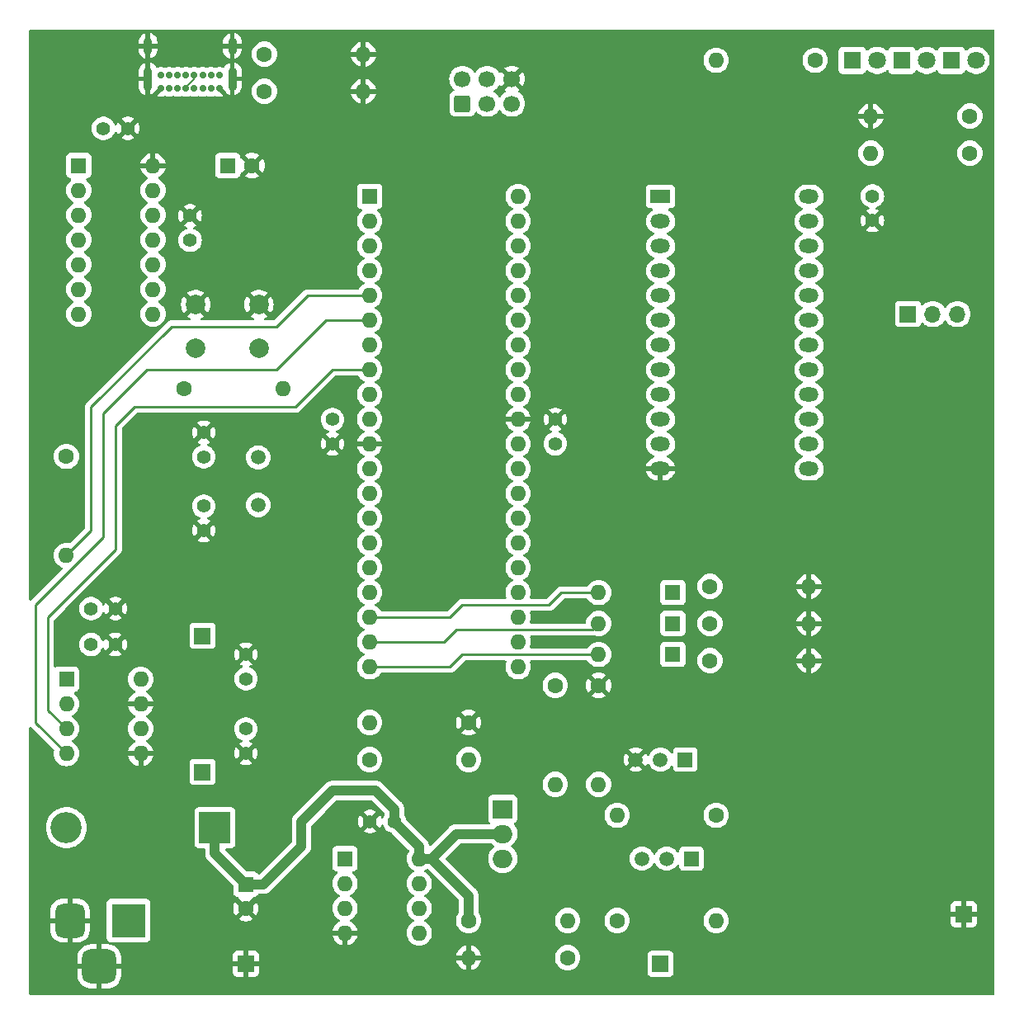
<source format=gbl>
G04 #@! TF.GenerationSoftware,KiCad,Pcbnew,7.0.6*
G04 #@! TF.CreationDate,2023-08-16T01:55:37+02:00*
G04 #@! TF.ProjectId,EPROM-programmer,4550524f-4d2d-4707-926f-6772616d6d65,rev?*
G04 #@! TF.SameCoordinates,Original*
G04 #@! TF.FileFunction,Copper,L4,Bot*
G04 #@! TF.FilePolarity,Positive*
%FSLAX46Y46*%
G04 Gerber Fmt 4.6, Leading zero omitted, Abs format (unit mm)*
G04 Created by KiCad (PCBNEW 7.0.6) date 2023-08-16 01:55:37*
%MOMM*%
%LPD*%
G01*
G04 APERTURE LIST*
G04 Aperture macros list*
%AMRoundRect*
0 Rectangle with rounded corners*
0 $1 Rounding radius*
0 $2 $3 $4 $5 $6 $7 $8 $9 X,Y pos of 4 corners*
0 Add a 4 corners polygon primitive as box body*
4,1,4,$2,$3,$4,$5,$6,$7,$8,$9,$2,$3,0*
0 Add four circle primitives for the rounded corners*
1,1,$1+$1,$2,$3*
1,1,$1+$1,$4,$5*
1,1,$1+$1,$6,$7*
1,1,$1+$1,$8,$9*
0 Add four rect primitives between the rounded corners*
20,1,$1+$1,$2,$3,$4,$5,0*
20,1,$1+$1,$4,$5,$6,$7,0*
20,1,$1+$1,$6,$7,$8,$9,0*
20,1,$1+$1,$8,$9,$2,$3,0*%
G04 Aperture macros list end*
G04 #@! TA.AperFunction,ComponentPad*
%ADD10C,1.600000*%
G04 #@! TD*
G04 #@! TA.AperFunction,ComponentPad*
%ADD11O,1.600000X1.600000*%
G04 #@! TD*
G04 #@! TA.AperFunction,ComponentPad*
%ADD12R,1.600000X1.600000*%
G04 #@! TD*
G04 #@! TA.AperFunction,ComponentPad*
%ADD13R,1.500000X1.500000*%
G04 #@! TD*
G04 #@! TA.AperFunction,ComponentPad*
%ADD14C,1.500000*%
G04 #@! TD*
G04 #@! TA.AperFunction,ComponentPad*
%ADD15R,1.700000X1.700000*%
G04 #@! TD*
G04 #@! TA.AperFunction,ComponentPad*
%ADD16C,1.400000*%
G04 #@! TD*
G04 #@! TA.AperFunction,ComponentPad*
%ADD17R,3.200000X3.200000*%
G04 #@! TD*
G04 #@! TA.AperFunction,ComponentPad*
%ADD18O,3.200000X3.200000*%
G04 #@! TD*
G04 #@! TA.AperFunction,ComponentPad*
%ADD19R,2.000000X1.440000*%
G04 #@! TD*
G04 #@! TA.AperFunction,ComponentPad*
%ADD20O,2.000000X1.440000*%
G04 #@! TD*
G04 #@! TA.AperFunction,ComponentPad*
%ADD21O,1.700000X1.700000*%
G04 #@! TD*
G04 #@! TA.AperFunction,ComponentPad*
%ADD22RoundRect,0.250000X0.600000X-0.600000X0.600000X0.600000X-0.600000X0.600000X-0.600000X-0.600000X0*%
G04 #@! TD*
G04 #@! TA.AperFunction,ComponentPad*
%ADD23C,1.700000*%
G04 #@! TD*
G04 #@! TA.AperFunction,ComponentPad*
%ADD24C,2.000000*%
G04 #@! TD*
G04 #@! TA.AperFunction,ComponentPad*
%ADD25R,3.500000X3.500000*%
G04 #@! TD*
G04 #@! TA.AperFunction,ComponentPad*
%ADD26RoundRect,0.750000X-0.750000X-1.000000X0.750000X-1.000000X0.750000X1.000000X-0.750000X1.000000X0*%
G04 #@! TD*
G04 #@! TA.AperFunction,ComponentPad*
%ADD27RoundRect,0.875000X-0.875000X-0.875000X0.875000X-0.875000X0.875000X0.875000X-0.875000X0.875000X0*%
G04 #@! TD*
G04 #@! TA.AperFunction,ComponentPad*
%ADD28R,1.800000X1.800000*%
G04 #@! TD*
G04 #@! TA.AperFunction,ComponentPad*
%ADD29C,1.800000*%
G04 #@! TD*
G04 #@! TA.AperFunction,ComponentPad*
%ADD30C,0.700000*%
G04 #@! TD*
G04 #@! TA.AperFunction,ComponentPad*
%ADD31O,0.900000X2.400000*%
G04 #@! TD*
G04 #@! TA.AperFunction,ComponentPad*
%ADD32O,0.900000X1.700000*%
G04 #@! TD*
G04 #@! TA.AperFunction,ComponentPad*
%ADD33R,2.000000X1.905000*%
G04 #@! TD*
G04 #@! TA.AperFunction,ComponentPad*
%ADD34O,2.000000X1.905000*%
G04 #@! TD*
G04 #@! TA.AperFunction,ViaPad*
%ADD35C,0.800000*%
G04 #@! TD*
G04 #@! TA.AperFunction,Conductor*
%ADD36C,0.250000*%
G04 #@! TD*
G04 #@! TA.AperFunction,Conductor*
%ADD37C,0.200000*%
G04 #@! TD*
G04 #@! TA.AperFunction,Conductor*
%ADD38C,1.000000*%
G04 #@! TD*
G04 APERTURE END LIST*
D10*
X74295000Y-133350000D03*
D11*
X84455000Y-133350000D03*
D10*
X84455000Y-149860000D03*
D11*
X94615000Y-149860000D03*
D12*
X105410000Y-116205000D03*
D11*
X97790000Y-116205000D03*
D12*
X71765000Y-143520000D03*
D11*
X71765000Y-146060000D03*
X71765000Y-148600000D03*
X71765000Y-151140000D03*
X79385000Y-151140000D03*
X79385000Y-148600000D03*
X79385000Y-146060000D03*
X79385000Y-143520000D03*
D10*
X63500000Y-64770000D03*
D11*
X73660000Y-64770000D03*
D13*
X106680000Y-133350000D03*
D14*
X104140000Y-133350000D03*
X101600000Y-133350000D03*
D15*
X57150000Y-120650000D03*
D12*
X105410000Y-122555000D03*
D11*
X97790000Y-122555000D03*
D10*
X55245000Y-95250000D03*
D11*
X65405000Y-95250000D03*
D16*
X125891500Y-75525000D03*
X125891500Y-78025000D03*
D17*
X58420000Y-140335000D03*
D18*
X43180000Y-140335000D03*
D19*
X104140000Y-75565000D03*
D20*
X104140000Y-78105000D03*
X104140000Y-80645000D03*
X104140000Y-83185000D03*
X104140000Y-85725000D03*
X104140000Y-88265000D03*
X104140000Y-90805000D03*
X104140000Y-93345000D03*
X104140000Y-95885000D03*
X104140000Y-98425000D03*
X104140000Y-100965000D03*
X104140000Y-103505000D03*
X119380000Y-103505000D03*
X119380000Y-100965000D03*
X119380000Y-98425000D03*
X119380000Y-95885000D03*
X119380000Y-93345000D03*
X119380000Y-90805000D03*
X119380000Y-88265000D03*
X119380000Y-85725000D03*
X119380000Y-83185000D03*
X119380000Y-80645000D03*
X119380000Y-78105000D03*
X119380000Y-75565000D03*
D10*
X135890000Y-71120000D03*
D11*
X125730000Y-71120000D03*
D10*
X109220000Y-123190000D03*
D11*
X119380000Y-123190000D03*
D12*
X43190000Y-125105000D03*
D11*
X43190000Y-127645000D03*
X43190000Y-130185000D03*
X43190000Y-132725000D03*
X50810000Y-132725000D03*
X50810000Y-130185000D03*
X50810000Y-127645000D03*
X50810000Y-125105000D03*
D16*
X57277000Y-107335000D03*
X57277000Y-109835000D03*
D10*
X120015000Y-61595000D03*
D11*
X109855000Y-61595000D03*
D16*
X76835000Y-139700000D03*
X74335000Y-139700000D03*
D10*
X135890000Y-67310000D03*
D11*
X125730000Y-67310000D03*
D10*
X94615000Y-153670000D03*
D11*
X84455000Y-153670000D03*
D10*
X109220000Y-119380000D03*
D11*
X119380000Y-119380000D03*
D15*
X129540000Y-87630000D03*
D21*
X132080000Y-87630000D03*
X134620000Y-87630000D03*
D10*
X99695000Y-149860000D03*
D11*
X109855000Y-149860000D03*
D16*
X57277000Y-102285000D03*
X57277000Y-99785000D03*
X93345000Y-100945000D03*
X93345000Y-98445000D03*
X55880000Y-80050000D03*
X55880000Y-77550000D03*
D22*
X83820000Y-66040000D03*
D23*
X83820000Y-63500000D03*
X86360000Y-66040000D03*
X86360000Y-63500000D03*
X88900000Y-66040000D03*
X88900000Y-63500000D03*
D10*
X43180000Y-102235000D03*
D11*
X43180000Y-112395000D03*
D10*
X109220000Y-115570000D03*
D11*
X119380000Y-115570000D03*
D10*
X63500000Y-60960000D03*
D11*
X73660000Y-60960000D03*
D16*
X70485000Y-98445000D03*
X70485000Y-100945000D03*
D15*
X135255000Y-149225000D03*
D10*
X93345000Y-125730000D03*
D11*
X93345000Y-135890000D03*
D15*
X57150000Y-134620000D03*
D24*
X56440000Y-86650000D03*
X62940000Y-86650000D03*
X56440000Y-91150000D03*
X62940000Y-91150000D03*
D25*
X49561000Y-149860000D03*
D26*
X43561000Y-149860000D03*
D27*
X46561000Y-154560000D03*
D16*
X61595000Y-130195000D03*
X61595000Y-132695000D03*
X45720000Y-117858500D03*
X48220000Y-117858500D03*
D12*
X61595000Y-146137621D03*
D10*
X61595000Y-148637621D03*
D16*
X45700000Y-121539000D03*
X48200000Y-121539000D03*
D14*
X62865000Y-107225000D03*
X62865000Y-102345000D03*
D28*
X128905000Y-61595000D03*
D29*
X131445000Y-61595000D03*
D12*
X74295000Y-75565000D03*
D11*
X74295000Y-78105000D03*
X74295000Y-80645000D03*
X74295000Y-83185000D03*
X74295000Y-85725000D03*
X74295000Y-88265000D03*
X74295000Y-90805000D03*
X74295000Y-93345000D03*
X74295000Y-95885000D03*
X74295000Y-98425000D03*
X74295000Y-100965000D03*
X74295000Y-103505000D03*
X74295000Y-106045000D03*
X74295000Y-108585000D03*
X74295000Y-111125000D03*
X74295000Y-113665000D03*
X74295000Y-116205000D03*
X74295000Y-118745000D03*
X74295000Y-121285000D03*
X74295000Y-123825000D03*
X89535000Y-123825000D03*
X89535000Y-121285000D03*
X89535000Y-118745000D03*
X89535000Y-116205000D03*
X89535000Y-113665000D03*
X89535000Y-111125000D03*
X89535000Y-108585000D03*
X89535000Y-106045000D03*
X89535000Y-103505000D03*
X89535000Y-100965000D03*
X89535000Y-98425000D03*
X89535000Y-95885000D03*
X89535000Y-93345000D03*
X89535000Y-90805000D03*
X89535000Y-88265000D03*
X89535000Y-85725000D03*
X89535000Y-83185000D03*
X89535000Y-80645000D03*
X89535000Y-78105000D03*
X89535000Y-75565000D03*
D12*
X59730000Y-72390000D03*
D10*
X62230000Y-72390000D03*
D12*
X44450000Y-72390000D03*
D11*
X44450000Y-74930000D03*
X44450000Y-77470000D03*
X44450000Y-80010000D03*
X44450000Y-82550000D03*
X44450000Y-85090000D03*
X44450000Y-87630000D03*
X52070000Y-87630000D03*
X52070000Y-85090000D03*
X52070000Y-82550000D03*
X52070000Y-80010000D03*
X52070000Y-77470000D03*
X52070000Y-74930000D03*
X52070000Y-72390000D03*
D16*
X61615000Y-125055000D03*
X61615000Y-122555000D03*
D10*
X84455000Y-129540000D03*
D11*
X74295000Y-129540000D03*
D15*
X61595000Y-154305000D03*
D12*
X105410000Y-119380000D03*
D11*
X97790000Y-119380000D03*
D16*
X46980000Y-68585000D03*
X49480000Y-68585000D03*
D28*
X123825000Y-61595000D03*
D29*
X126365000Y-61595000D03*
D30*
X58855000Y-64477000D03*
X58005000Y-64477000D03*
X57155000Y-64477000D03*
X56305000Y-64477000D03*
X55455000Y-64477000D03*
X54605000Y-64477000D03*
X53755000Y-64477000D03*
X52905000Y-64477000D03*
X52905000Y-63127000D03*
X53755000Y-63127000D03*
X54605000Y-63127000D03*
X55455000Y-63127000D03*
X56305000Y-63127000D03*
X57155000Y-63127000D03*
X58005000Y-63127000D03*
X58855000Y-63127000D03*
D31*
X60205000Y-63497000D03*
D32*
X60205000Y-60117000D03*
D31*
X51555000Y-63497000D03*
D32*
X51555000Y-60117000D03*
D13*
X107315000Y-143510000D03*
D14*
X104775000Y-143510000D03*
X102235000Y-143510000D03*
D33*
X87955000Y-138430000D03*
D34*
X87955000Y-140970000D03*
X87955000Y-143510000D03*
D10*
X109855000Y-139065000D03*
D11*
X99695000Y-139065000D03*
D15*
X104140000Y-154305000D03*
D10*
X97790000Y-125730000D03*
D11*
X97790000Y-135890000D03*
D28*
X133980000Y-61595000D03*
D29*
X136520000Y-61595000D03*
D35*
X42545000Y-61595000D03*
X81280000Y-77470000D03*
X111125000Y-88900000D03*
X107950000Y-69215000D03*
X76835000Y-83185000D03*
X97155000Y-146685000D03*
X49530000Y-85725000D03*
X81280000Y-116205000D03*
X127635000Y-147955000D03*
X85725000Y-88900000D03*
D36*
X48260000Y-111760000D02*
X48260000Y-99060000D01*
X70485000Y-93345000D02*
X74295000Y-93345000D01*
X66675000Y-97155000D02*
X70485000Y-93345000D01*
X41275000Y-128270000D02*
X41275000Y-118745000D01*
X41275000Y-118745000D02*
X48260000Y-111760000D01*
X50165000Y-97155000D02*
X66675000Y-97155000D01*
X48260000Y-99060000D02*
X50165000Y-97155000D01*
X43190000Y-130185000D02*
X41275000Y-128270000D01*
X74295000Y-88265000D02*
X69850000Y-88265000D01*
X46990000Y-97790000D02*
X46990000Y-110490000D01*
X40005000Y-117475000D02*
X40005000Y-129540000D01*
X46990000Y-110490000D02*
X40005000Y-117475000D01*
X51435000Y-93345000D02*
X46990000Y-97790000D01*
X69850000Y-88265000D02*
X64770000Y-93345000D01*
X64770000Y-93345000D02*
X51435000Y-93345000D01*
X40005000Y-129540000D02*
X43190000Y-132725000D01*
D37*
X56305000Y-63557761D02*
X55455000Y-64407761D01*
X55455000Y-64407761D02*
X55455000Y-64477000D01*
X56305000Y-63127000D02*
X56305000Y-63557761D01*
D36*
X45720000Y-109855000D02*
X43180000Y-112395000D01*
X45720000Y-97155000D02*
X45720000Y-109855000D01*
X64770000Y-88900000D02*
X53975000Y-88900000D01*
X67945000Y-85725000D02*
X64770000Y-88900000D01*
X74295000Y-85725000D02*
X67945000Y-85725000D01*
X53975000Y-88900000D02*
X45720000Y-97155000D01*
X93980000Y-116205000D02*
X97790000Y-116205000D01*
X83820000Y-117475000D02*
X92710000Y-117475000D01*
X74295000Y-118745000D02*
X82550000Y-118745000D01*
X92710000Y-117475000D02*
X93980000Y-116205000D01*
X82550000Y-118745000D02*
X83820000Y-117475000D01*
X97155000Y-120015000D02*
X97790000Y-119380000D01*
X81915000Y-121285000D02*
X83185000Y-120015000D01*
X74295000Y-121285000D02*
X81915000Y-121285000D01*
X83185000Y-120015000D02*
X97155000Y-120015000D01*
X82550000Y-123825000D02*
X83820000Y-122555000D01*
X83820000Y-122555000D02*
X97790000Y-122555000D01*
X74295000Y-123825000D02*
X82550000Y-123825000D01*
D38*
X83185000Y-140970000D02*
X87955000Y-140970000D01*
X67310000Y-142240000D02*
X67310000Y-139700000D01*
X79385000Y-142250000D02*
X79385000Y-143520000D01*
X84455000Y-147320000D02*
X84455000Y-149860000D01*
X76835000Y-138430000D02*
X76835000Y-139700000D01*
X76835000Y-139700000D02*
X79385000Y-142250000D01*
X80655000Y-143520000D02*
X84455000Y-147320000D01*
X74930000Y-136525000D02*
X76835000Y-138430000D01*
X63412379Y-146137621D02*
X67310000Y-142240000D01*
X67310000Y-139700000D02*
X70485000Y-136525000D01*
X79385000Y-143520000D02*
X80635000Y-143520000D01*
X80635000Y-143520000D02*
X83185000Y-140970000D01*
X61595000Y-146137621D02*
X63412379Y-146137621D01*
X79385000Y-143520000D02*
X80655000Y-143520000D01*
X70485000Y-136525000D02*
X74930000Y-136525000D01*
X58420000Y-140335000D02*
X58420000Y-142962621D01*
X58420000Y-142962621D02*
X61595000Y-146137621D01*
G04 #@! TA.AperFunction,Conductor*
G36*
X88440507Y-63709844D02*
G01*
X88518239Y-63830798D01*
X88626900Y-63924952D01*
X88757685Y-63984680D01*
X88767466Y-63986086D01*
X88138625Y-64614925D01*
X88214594Y-64668119D01*
X88258219Y-64722696D01*
X88265413Y-64792194D01*
X88233890Y-64854549D01*
X88214595Y-64871269D01*
X88028594Y-65001508D01*
X87861505Y-65168597D01*
X87731575Y-65354158D01*
X87676998Y-65397783D01*
X87607500Y-65404977D01*
X87545145Y-65373454D01*
X87528425Y-65354158D01*
X87398494Y-65168597D01*
X87231402Y-65001506D01*
X87231396Y-65001501D01*
X87045842Y-64871575D01*
X87002217Y-64816998D01*
X86995023Y-64747500D01*
X87026546Y-64685145D01*
X87045842Y-64668425D01*
X87122248Y-64614925D01*
X87231401Y-64538495D01*
X87398495Y-64371401D01*
X87528732Y-64185403D01*
X87583307Y-64141780D01*
X87652805Y-64134586D01*
X87715160Y-64166109D01*
X87731880Y-64185405D01*
X87785073Y-64261373D01*
X88416923Y-63629523D01*
X88440507Y-63709844D01*
G37*
G04 #@! TD.AperFunction*
G04 #@! TA.AperFunction,Conductor*
G36*
X138372539Y-58440185D02*
G01*
X138418294Y-58492989D01*
X138429500Y-58544500D01*
X138429500Y-157355500D01*
X138409815Y-157422539D01*
X138357011Y-157468294D01*
X138305500Y-157479500D01*
X39494500Y-157479500D01*
X39427461Y-157459815D01*
X39381706Y-157407011D01*
X39370500Y-157355500D01*
X39370500Y-154310000D01*
X44311000Y-154310000D01*
X45127314Y-154310000D01*
X45101507Y-154350156D01*
X45061000Y-154488111D01*
X45061000Y-154631889D01*
X45101507Y-154769844D01*
X45127314Y-154810000D01*
X44311001Y-154810000D01*
X44311001Y-155528591D01*
X44313794Y-155581190D01*
X44358237Y-155810987D01*
X44440879Y-156029975D01*
X44559339Y-156231841D01*
X44559344Y-156231848D01*
X44710211Y-156410786D01*
X44710213Y-156410788D01*
X44889151Y-156561655D01*
X44889158Y-156561660D01*
X45091024Y-156680120D01*
X45310012Y-156762762D01*
X45539808Y-156807205D01*
X45592408Y-156809999D01*
X46310999Y-156809999D01*
X46311000Y-156809998D01*
X46311000Y-155060000D01*
X46811000Y-155060000D01*
X46811000Y-156809999D01*
X47529591Y-156809999D01*
X47582190Y-156807205D01*
X47811987Y-156762762D01*
X48030975Y-156680120D01*
X48232841Y-156561660D01*
X48232848Y-156561655D01*
X48411786Y-156410788D01*
X48411788Y-156410786D01*
X48562655Y-156231848D01*
X48562660Y-156231841D01*
X48681120Y-156029975D01*
X48763762Y-155810987D01*
X48808205Y-155581191D01*
X48808205Y-155581190D01*
X48811000Y-155528591D01*
X48811000Y-155202844D01*
X60245000Y-155202844D01*
X60251401Y-155262372D01*
X60251403Y-155262379D01*
X60301645Y-155397086D01*
X60301649Y-155397093D01*
X60387809Y-155512187D01*
X60387812Y-155512190D01*
X60502906Y-155598350D01*
X60502913Y-155598354D01*
X60637620Y-155648596D01*
X60637627Y-155648598D01*
X60697155Y-155654999D01*
X60697172Y-155655000D01*
X61345000Y-155655000D01*
X61345000Y-154740501D01*
X61452685Y-154789680D01*
X61559237Y-154805000D01*
X61630763Y-154805000D01*
X61737315Y-154789680D01*
X61844999Y-154740501D01*
X61844999Y-155654999D01*
X61845000Y-155655000D01*
X62492828Y-155655000D01*
X62492844Y-155654999D01*
X62552372Y-155648598D01*
X62552379Y-155648596D01*
X62687086Y-155598354D01*
X62687093Y-155598350D01*
X62802187Y-155512190D01*
X62802190Y-155512187D01*
X62888350Y-155397093D01*
X62888354Y-155397086D01*
X62938596Y-155262379D01*
X62938598Y-155262372D01*
X62944996Y-155202870D01*
X102789500Y-155202870D01*
X102789501Y-155202876D01*
X102795908Y-155262483D01*
X102846202Y-155397328D01*
X102846206Y-155397335D01*
X102932452Y-155512544D01*
X102932455Y-155512547D01*
X103047664Y-155598793D01*
X103047671Y-155598797D01*
X103182517Y-155649091D01*
X103182516Y-155649091D01*
X103189444Y-155649835D01*
X103242127Y-155655500D01*
X105037872Y-155655499D01*
X105097483Y-155649091D01*
X105232331Y-155598796D01*
X105347546Y-155512546D01*
X105433796Y-155397331D01*
X105484091Y-155262483D01*
X105490500Y-155202873D01*
X105490499Y-153407128D01*
X105484091Y-153347517D01*
X105482167Y-153342359D01*
X105433797Y-153212671D01*
X105433793Y-153212664D01*
X105347547Y-153097455D01*
X105347544Y-153097452D01*
X105232335Y-153011206D01*
X105232328Y-153011202D01*
X105097482Y-152960908D01*
X105097483Y-152960908D01*
X105037883Y-152954501D01*
X105037881Y-152954500D01*
X105037873Y-152954500D01*
X105037864Y-152954500D01*
X103242129Y-152954500D01*
X103242123Y-152954501D01*
X103182516Y-152960908D01*
X103047671Y-153011202D01*
X103047664Y-153011206D01*
X102932455Y-153097452D01*
X102932452Y-153097455D01*
X102846206Y-153212664D01*
X102846202Y-153212671D01*
X102795908Y-153347517D01*
X102789501Y-153407116D01*
X102789501Y-153407123D01*
X102789500Y-153407135D01*
X102789500Y-155202870D01*
X62944996Y-155202870D01*
X62944999Y-155202844D01*
X62945000Y-155202827D01*
X62945000Y-154555000D01*
X62028686Y-154555000D01*
X62054493Y-154514844D01*
X62095000Y-154376889D01*
X62095000Y-154233111D01*
X62054493Y-154095156D01*
X62028686Y-154055000D01*
X62944999Y-154055000D01*
X62945000Y-153419999D01*
X83176127Y-153419999D01*
X83176128Y-153420000D01*
X84139314Y-153420000D01*
X84127359Y-153431955D01*
X84069835Y-153544852D01*
X84050014Y-153670000D01*
X84069835Y-153795148D01*
X84127359Y-153908045D01*
X84139314Y-153920000D01*
X83176128Y-153920000D01*
X83228730Y-154116317D01*
X83228734Y-154116326D01*
X83324865Y-154322482D01*
X83455342Y-154508820D01*
X83616179Y-154669657D01*
X83802517Y-154800134D01*
X84008673Y-154896265D01*
X84008682Y-154896269D01*
X84204999Y-154948872D01*
X84205000Y-154948871D01*
X84205000Y-153985686D01*
X84216955Y-153997641D01*
X84329852Y-154055165D01*
X84423519Y-154070000D01*
X84486481Y-154070000D01*
X84580148Y-154055165D01*
X84693045Y-153997641D01*
X84705000Y-153985686D01*
X84705000Y-154948872D01*
X84901317Y-154896269D01*
X84901326Y-154896265D01*
X85107482Y-154800134D01*
X85293820Y-154669657D01*
X85454657Y-154508820D01*
X85585134Y-154322482D01*
X85681265Y-154116326D01*
X85681269Y-154116317D01*
X85733872Y-153920000D01*
X84770686Y-153920000D01*
X84782641Y-153908045D01*
X84840165Y-153795148D01*
X84859986Y-153670001D01*
X93309532Y-153670001D01*
X93329364Y-153896686D01*
X93329366Y-153896697D01*
X93388258Y-154116488D01*
X93388261Y-154116497D01*
X93484431Y-154322732D01*
X93484432Y-154322734D01*
X93614954Y-154509141D01*
X93775858Y-154670045D01*
X93775861Y-154670047D01*
X93962266Y-154800568D01*
X94168504Y-154896739D01*
X94388308Y-154955635D01*
X94550230Y-154969801D01*
X94614998Y-154975468D01*
X94615000Y-154975468D01*
X94615002Y-154975468D01*
X94671673Y-154970509D01*
X94841692Y-154955635D01*
X95061496Y-154896739D01*
X95267734Y-154800568D01*
X95454139Y-154670047D01*
X95615047Y-154509139D01*
X95745568Y-154322734D01*
X95841739Y-154116496D01*
X95900635Y-153896692D01*
X95920468Y-153670000D01*
X95900635Y-153443308D01*
X95841739Y-153223504D01*
X95745568Y-153017266D01*
X95615047Y-152830861D01*
X95615045Y-152830858D01*
X95454141Y-152669954D01*
X95267734Y-152539432D01*
X95267732Y-152539431D01*
X95061497Y-152443261D01*
X95061488Y-152443258D01*
X94841697Y-152384366D01*
X94841693Y-152384365D01*
X94841692Y-152384365D01*
X94841691Y-152384364D01*
X94841686Y-152384364D01*
X94615002Y-152364532D01*
X94614998Y-152364532D01*
X94388313Y-152384364D01*
X94388302Y-152384366D01*
X94168511Y-152443258D01*
X94168502Y-152443261D01*
X93962267Y-152539431D01*
X93962265Y-152539432D01*
X93775858Y-152669954D01*
X93614954Y-152830858D01*
X93484432Y-153017265D01*
X93484431Y-153017267D01*
X93388261Y-153223502D01*
X93388258Y-153223511D01*
X93329366Y-153443302D01*
X93329364Y-153443313D01*
X93309532Y-153669998D01*
X93309532Y-153670001D01*
X84859986Y-153670001D01*
X84859986Y-153670000D01*
X84840165Y-153544852D01*
X84782641Y-153431955D01*
X84770686Y-153420000D01*
X85733872Y-153420000D01*
X85733872Y-153419999D01*
X85681269Y-153223682D01*
X85681265Y-153223673D01*
X85585134Y-153017517D01*
X85454657Y-152831179D01*
X85293820Y-152670342D01*
X85107482Y-152539865D01*
X84901328Y-152443734D01*
X84705000Y-152391127D01*
X84705000Y-153354314D01*
X84693045Y-153342359D01*
X84580148Y-153284835D01*
X84486481Y-153270000D01*
X84423519Y-153270000D01*
X84329852Y-153284835D01*
X84216955Y-153342359D01*
X84205000Y-153354314D01*
X84205000Y-152391127D01*
X84008671Y-152443734D01*
X83802517Y-152539865D01*
X83616179Y-152670342D01*
X83455342Y-152831179D01*
X83324865Y-153017517D01*
X83228734Y-153223673D01*
X83228730Y-153223682D01*
X83176127Y-153419999D01*
X62945000Y-153419999D01*
X62945000Y-153407172D01*
X62944999Y-153407155D01*
X62938598Y-153347627D01*
X62938596Y-153347620D01*
X62888354Y-153212913D01*
X62888350Y-153212906D01*
X62802190Y-153097812D01*
X62802187Y-153097809D01*
X62687093Y-153011649D01*
X62687086Y-153011645D01*
X62552379Y-152961403D01*
X62552372Y-152961401D01*
X62492844Y-152955000D01*
X61845000Y-152955000D01*
X61844999Y-153869498D01*
X61737315Y-153820320D01*
X61630763Y-153805000D01*
X61559237Y-153805000D01*
X61452685Y-153820320D01*
X61345000Y-153869498D01*
X61345000Y-152955000D01*
X60697155Y-152955000D01*
X60637627Y-152961401D01*
X60637620Y-152961403D01*
X60502913Y-153011645D01*
X60502906Y-153011649D01*
X60387812Y-153097809D01*
X60387809Y-153097812D01*
X60301649Y-153212906D01*
X60301645Y-153212913D01*
X60251403Y-153347620D01*
X60251401Y-153347627D01*
X60245000Y-153407155D01*
X60245000Y-154055000D01*
X61161314Y-154055000D01*
X61135507Y-154095156D01*
X61095000Y-154233111D01*
X61095000Y-154376889D01*
X61135507Y-154514844D01*
X61161314Y-154555000D01*
X60245000Y-154555000D01*
X60245000Y-155202844D01*
X48811000Y-155202844D01*
X48811000Y-154810000D01*
X47994686Y-154810000D01*
X48020493Y-154769844D01*
X48061000Y-154631889D01*
X48061000Y-154488111D01*
X48020493Y-154350156D01*
X47994686Y-154310000D01*
X48810999Y-154310000D01*
X48810999Y-153591409D01*
X48808205Y-153538809D01*
X48763762Y-153309012D01*
X48681120Y-153090024D01*
X48562660Y-152888158D01*
X48562655Y-152888151D01*
X48411788Y-152709213D01*
X48411786Y-152709211D01*
X48232848Y-152558344D01*
X48232841Y-152558339D01*
X48030975Y-152439879D01*
X47811984Y-152357236D01*
X47806840Y-152356241D01*
X47744760Y-152324180D01*
X47709869Y-152263646D01*
X47713244Y-152193858D01*
X47753814Y-152136973D01*
X47818697Y-152111052D01*
X47830374Y-152110499D01*
X51358872Y-152110499D01*
X51418483Y-152104091D01*
X51553331Y-152053796D01*
X51668546Y-151967546D01*
X51754796Y-151852331D01*
X51805091Y-151717483D01*
X51811500Y-151657873D01*
X51811499Y-148062128D01*
X51805091Y-148002517D01*
X51798607Y-147985133D01*
X51754797Y-147867671D01*
X51754793Y-147867664D01*
X51668547Y-147752455D01*
X51668544Y-147752452D01*
X51553335Y-147666206D01*
X51553328Y-147666202D01*
X51418482Y-147615908D01*
X51418483Y-147615908D01*
X51358883Y-147609501D01*
X51358881Y-147609500D01*
X51358873Y-147609500D01*
X51358864Y-147609500D01*
X47763129Y-147609500D01*
X47763123Y-147609501D01*
X47703516Y-147615908D01*
X47568671Y-147666202D01*
X47568664Y-147666206D01*
X47453455Y-147752452D01*
X47453452Y-147752455D01*
X47367206Y-147867664D01*
X47367202Y-147867671D01*
X47316908Y-148002517D01*
X47310501Y-148062116D01*
X47310501Y-148062123D01*
X47310500Y-148062135D01*
X47310500Y-151657870D01*
X47310501Y-151657876D01*
X47316908Y-151717483D01*
X47367202Y-151852328D01*
X47367206Y-151852335D01*
X47453452Y-151967544D01*
X47453455Y-151967547D01*
X47568664Y-152053793D01*
X47568673Y-152053798D01*
X47617506Y-152072011D01*
X47673440Y-152113881D01*
X47697858Y-152179345D01*
X47683007Y-152247618D01*
X47633603Y-152297024D01*
X47567598Y-152312018D01*
X47529592Y-152310000D01*
X46811000Y-152310000D01*
X46811000Y-154060000D01*
X46311000Y-154060000D01*
X46311000Y-152310000D01*
X46310999Y-152310000D01*
X45592409Y-152310001D01*
X45539809Y-152312794D01*
X45310012Y-152357237D01*
X45091024Y-152439879D01*
X44889158Y-152558339D01*
X44889151Y-152558344D01*
X44710213Y-152709211D01*
X44710211Y-152709213D01*
X44559344Y-152888151D01*
X44559339Y-152888158D01*
X44440879Y-153090024D01*
X44358237Y-153309012D01*
X44313794Y-153538808D01*
X44313794Y-153538809D01*
X44311000Y-153591409D01*
X44311000Y-154310000D01*
X39370500Y-154310000D01*
X39370500Y-149610000D01*
X41561000Y-149610000D01*
X43061000Y-149610000D01*
X43061000Y-150110000D01*
X41561001Y-150110000D01*
X41561001Y-150924192D01*
X41571400Y-151056332D01*
X41626377Y-151274519D01*
X41719428Y-151479374D01*
X41719431Y-151479380D01*
X41847559Y-151664323D01*
X41847569Y-151664335D01*
X42006664Y-151823430D01*
X42006676Y-151823440D01*
X42191619Y-151951568D01*
X42191625Y-151951571D01*
X42396480Y-152044622D01*
X42614667Y-152099599D01*
X42746807Y-152110000D01*
X43310999Y-152109999D01*
X43311000Y-152109998D01*
X43311000Y-151293686D01*
X43351156Y-151319493D01*
X43489111Y-151360000D01*
X43632889Y-151360000D01*
X43770844Y-151319493D01*
X43811000Y-151293686D01*
X43811000Y-152109999D01*
X44375192Y-152109999D01*
X44507332Y-152099599D01*
X44725519Y-152044622D01*
X44930374Y-151951571D01*
X44930380Y-151951568D01*
X45115323Y-151823440D01*
X45115335Y-151823430D01*
X45274430Y-151664335D01*
X45274440Y-151664323D01*
X45402568Y-151479380D01*
X45402571Y-151479374D01*
X45495622Y-151274519D01*
X45550599Y-151056332D01*
X45561000Y-150924194D01*
X45561000Y-150110000D01*
X44061000Y-150110000D01*
X44061000Y-149610000D01*
X45560999Y-149610000D01*
X45560999Y-148795808D01*
X45550599Y-148663667D01*
X45495622Y-148445480D01*
X45402571Y-148240625D01*
X45402568Y-148240619D01*
X45274440Y-148055676D01*
X45274430Y-148055664D01*
X45115335Y-147896569D01*
X45115323Y-147896559D01*
X44930380Y-147768431D01*
X44930374Y-147768428D01*
X44725519Y-147675377D01*
X44507332Y-147620400D01*
X44375194Y-147610000D01*
X43811000Y-147610000D01*
X43811000Y-148426313D01*
X43770844Y-148400507D01*
X43632889Y-148360000D01*
X43489111Y-148360000D01*
X43351156Y-148400507D01*
X43311000Y-148426313D01*
X43311000Y-147610000D01*
X43310999Y-147610000D01*
X42746808Y-147610001D01*
X42614667Y-147620400D01*
X42396480Y-147675377D01*
X42191625Y-147768428D01*
X42191619Y-147768431D01*
X42006676Y-147896559D01*
X42006664Y-147896569D01*
X41847569Y-148055664D01*
X41847559Y-148055676D01*
X41719431Y-148240619D01*
X41719428Y-148240625D01*
X41626377Y-148445480D01*
X41571400Y-148663667D01*
X41561000Y-148795806D01*
X41561000Y-149610000D01*
X39370500Y-149610000D01*
X39370500Y-140335000D01*
X41074592Y-140335000D01*
X41094201Y-140621680D01*
X41152666Y-140903034D01*
X41152667Y-140903037D01*
X41248894Y-141173793D01*
X41248893Y-141173793D01*
X41381098Y-141428935D01*
X41546812Y-141663700D01*
X41609845Y-141731191D01*
X41742947Y-141873708D01*
X41965853Y-142055055D01*
X42186672Y-142189339D01*
X42211382Y-142204365D01*
X42386430Y-142280398D01*
X42474942Y-142318844D01*
X42751642Y-142396371D01*
X42989694Y-142429091D01*
X43036321Y-142435500D01*
X43036322Y-142435500D01*
X43323679Y-142435500D01*
X43370306Y-142429091D01*
X43608358Y-142396371D01*
X43885058Y-142318844D01*
X44066576Y-142240000D01*
X44148617Y-142204365D01*
X44148620Y-142204363D01*
X44148625Y-142204361D01*
X44394147Y-142055055D01*
X44482875Y-141982870D01*
X56319500Y-141982870D01*
X56319501Y-141982876D01*
X56325908Y-142042483D01*
X56376202Y-142177328D01*
X56376206Y-142177335D01*
X56462452Y-142292544D01*
X56462455Y-142292547D01*
X56577664Y-142378793D01*
X56577671Y-142378797D01*
X56622618Y-142395561D01*
X56712517Y-142429091D01*
X56772127Y-142435500D01*
X57295499Y-142435499D01*
X57362538Y-142455183D01*
X57408293Y-142507987D01*
X57419499Y-142559499D01*
X57419500Y-142949904D01*
X57417243Y-143038983D01*
X57417243Y-143038991D01*
X57428064Y-143099360D01*
X57428718Y-143104025D01*
X57434925Y-143165051D01*
X57434927Y-143165065D01*
X57445208Y-143197834D01*
X57447079Y-143205458D01*
X57453142Y-143239273D01*
X57453142Y-143239276D01*
X57468710Y-143278250D01*
X57474727Y-143293313D01*
X57475894Y-143296233D01*
X57477474Y-143300672D01*
X57495841Y-143359209D01*
X57495844Y-143359216D01*
X57512509Y-143389240D01*
X57515879Y-143396335D01*
X57528622Y-143428235D01*
X57528627Y-143428245D01*
X57562377Y-143479454D01*
X57564818Y-143483484D01*
X57594588Y-143537119D01*
X57594589Y-143537120D01*
X57594591Y-143537123D01*
X57616968Y-143563188D01*
X57621693Y-143569456D01*
X57634263Y-143588527D01*
X57640598Y-143598140D01*
X57683978Y-143641520D01*
X57687169Y-143644964D01*
X57727131Y-143691513D01*
X57727130Y-143691513D01*
X57754299Y-143712544D01*
X57760186Y-143717728D01*
X59030608Y-144988149D01*
X60258181Y-146215722D01*
X60291666Y-146277045D01*
X60294500Y-146303403D01*
X60294500Y-146985491D01*
X60294501Y-146985497D01*
X60300908Y-147045104D01*
X60351202Y-147179949D01*
X60351206Y-147179956D01*
X60437452Y-147295165D01*
X60437455Y-147295168D01*
X60552664Y-147381414D01*
X60552671Y-147381418D01*
X60592331Y-147396210D01*
X60687517Y-147431712D01*
X60747127Y-147438121D01*
X60747153Y-147438120D01*
X60750453Y-147438299D01*
X60750372Y-147439804D01*
X60811672Y-147457733D01*
X60857483Y-147510488D01*
X60865016Y-147554084D01*
X61550600Y-148239667D01*
X61469852Y-148252456D01*
X61356955Y-148309980D01*
X61267359Y-148399576D01*
X61209835Y-148512473D01*
X61197046Y-148593220D01*
X60515973Y-147912147D01*
X60515972Y-147912148D01*
X60464868Y-147985134D01*
X60368734Y-148191294D01*
X60368730Y-148191303D01*
X60309860Y-148411010D01*
X60309858Y-148411021D01*
X60290034Y-148637618D01*
X60290034Y-148637623D01*
X60309858Y-148864220D01*
X60309860Y-148864231D01*
X60368730Y-149083938D01*
X60368734Y-149083947D01*
X60464865Y-149290102D01*
X60464866Y-149290104D01*
X60515973Y-149363092D01*
X60515974Y-149363093D01*
X61197046Y-148682020D01*
X61209835Y-148762769D01*
X61267359Y-148875666D01*
X61356955Y-148965262D01*
X61469852Y-149022786D01*
X61550599Y-149035574D01*
X60869526Y-149716646D01*
X60869526Y-149716647D01*
X60942512Y-149767752D01*
X60942516Y-149767754D01*
X61148673Y-149863886D01*
X61148682Y-149863890D01*
X61368389Y-149922760D01*
X61368400Y-149922762D01*
X61594998Y-149942587D01*
X61595002Y-149942587D01*
X61821599Y-149922762D01*
X61821610Y-149922760D01*
X62041317Y-149863890D01*
X62041331Y-149863885D01*
X62247478Y-149767757D01*
X62320472Y-149716646D01*
X61639401Y-149035574D01*
X61720148Y-149022786D01*
X61833045Y-148965262D01*
X61922641Y-148875666D01*
X61980165Y-148762769D01*
X61992953Y-148682021D01*
X62674025Y-149363093D01*
X62725136Y-149290099D01*
X62821264Y-149083952D01*
X62821269Y-149083938D01*
X62880139Y-148864231D01*
X62880141Y-148864220D01*
X62899966Y-148637623D01*
X62899966Y-148637618D01*
X62896675Y-148600001D01*
X70459532Y-148600001D01*
X70479364Y-148826686D01*
X70479366Y-148826697D01*
X70538258Y-149046488D01*
X70538261Y-149046497D01*
X70634431Y-149252732D01*
X70634432Y-149252734D01*
X70764954Y-149439141D01*
X70925858Y-149600045D01*
X70925861Y-149600047D01*
X71112266Y-149730568D01*
X71170865Y-149757893D01*
X71223305Y-149804065D01*
X71242457Y-149871258D01*
X71222242Y-149938139D01*
X71170867Y-149982657D01*
X71112515Y-150009867D01*
X70926179Y-150140342D01*
X70765342Y-150301179D01*
X70634865Y-150487517D01*
X70538734Y-150693673D01*
X70538730Y-150693682D01*
X70486127Y-150889999D01*
X70486128Y-150890000D01*
X71449314Y-150890000D01*
X71437359Y-150901955D01*
X71379835Y-151014852D01*
X71360014Y-151140000D01*
X71379835Y-151265148D01*
X71437359Y-151378045D01*
X71449314Y-151390000D01*
X70486128Y-151390000D01*
X70538730Y-151586317D01*
X70538734Y-151586326D01*
X70634865Y-151792482D01*
X70765342Y-151978820D01*
X70926179Y-152139657D01*
X71112517Y-152270134D01*
X71318673Y-152366265D01*
X71318682Y-152366269D01*
X71514999Y-152418872D01*
X71515000Y-152418871D01*
X71515000Y-151455686D01*
X71526955Y-151467641D01*
X71639852Y-151525165D01*
X71733519Y-151540000D01*
X71796481Y-151540000D01*
X71890148Y-151525165D01*
X72003045Y-151467641D01*
X72015000Y-151455686D01*
X72015000Y-152418872D01*
X72211317Y-152366269D01*
X72211326Y-152366265D01*
X72417482Y-152270134D01*
X72603820Y-152139657D01*
X72764657Y-151978820D01*
X72895134Y-151792482D01*
X72991265Y-151586326D01*
X72991269Y-151586317D01*
X73043872Y-151390000D01*
X72080686Y-151390000D01*
X72092641Y-151378045D01*
X72150165Y-151265148D01*
X72169986Y-151140000D01*
X72150165Y-151014852D01*
X72092641Y-150901955D01*
X72080686Y-150890000D01*
X73043872Y-150890000D01*
X73043872Y-150889999D01*
X72991269Y-150693682D01*
X72991265Y-150693673D01*
X72895134Y-150487517D01*
X72764657Y-150301179D01*
X72603820Y-150140342D01*
X72417482Y-150009865D01*
X72359133Y-149982657D01*
X72306694Y-149936484D01*
X72287542Y-149869291D01*
X72307758Y-149802410D01*
X72359129Y-149757895D01*
X72417734Y-149730568D01*
X72604139Y-149600047D01*
X72765047Y-149439139D01*
X72895568Y-149252734D01*
X72991739Y-149046496D01*
X73050635Y-148826692D01*
X73070468Y-148600000D01*
X73050635Y-148373308D01*
X72991739Y-148153504D01*
X72895568Y-147947266D01*
X72770348Y-147768431D01*
X72765045Y-147760858D01*
X72604141Y-147599954D01*
X72417734Y-147469432D01*
X72417728Y-147469429D01*
X72359725Y-147442382D01*
X72307285Y-147396210D01*
X72288133Y-147329017D01*
X72308348Y-147262135D01*
X72359725Y-147217618D01*
X72417734Y-147190568D01*
X72604139Y-147060047D01*
X72765047Y-146899139D01*
X72895568Y-146712734D01*
X72991739Y-146506496D01*
X73050635Y-146286692D01*
X73070468Y-146060000D01*
X73050635Y-145833308D01*
X72991739Y-145613504D01*
X72895568Y-145407266D01*
X72765047Y-145220861D01*
X72765045Y-145220858D01*
X72604143Y-145059956D01*
X72579536Y-145042726D01*
X72535912Y-144988149D01*
X72528719Y-144918650D01*
X72560241Y-144856296D01*
X72620471Y-144820882D01*
X72637404Y-144817861D01*
X72672483Y-144814091D01*
X72807331Y-144763796D01*
X72922546Y-144677546D01*
X73008796Y-144562331D01*
X73059091Y-144427483D01*
X73065500Y-144367873D01*
X73065499Y-142672128D01*
X73059091Y-142612517D01*
X73053633Y-142597884D01*
X73008797Y-142477671D01*
X73008793Y-142477664D01*
X72922547Y-142362455D01*
X72922544Y-142362452D01*
X72807335Y-142276206D01*
X72807328Y-142276202D01*
X72672482Y-142225908D01*
X72672483Y-142225908D01*
X72612883Y-142219501D01*
X72612881Y-142219500D01*
X72612873Y-142219500D01*
X72612864Y-142219500D01*
X70917129Y-142219500D01*
X70917123Y-142219501D01*
X70857516Y-142225908D01*
X70722671Y-142276202D01*
X70722664Y-142276206D01*
X70607455Y-142362452D01*
X70607452Y-142362455D01*
X70521206Y-142477664D01*
X70521202Y-142477671D01*
X70470908Y-142612517D01*
X70464549Y-142671674D01*
X70464501Y-142672123D01*
X70464500Y-142672135D01*
X70464500Y-144367870D01*
X70464501Y-144367876D01*
X70470908Y-144427483D01*
X70521202Y-144562328D01*
X70521206Y-144562335D01*
X70607452Y-144677544D01*
X70607455Y-144677547D01*
X70722664Y-144763793D01*
X70722671Y-144763797D01*
X70767618Y-144780561D01*
X70857517Y-144814091D01*
X70892596Y-144817862D01*
X70957144Y-144844599D01*
X70996993Y-144901991D01*
X70999488Y-144971816D01*
X70963836Y-145031905D01*
X70950464Y-145042725D01*
X70925858Y-145059954D01*
X70764954Y-145220858D01*
X70634432Y-145407265D01*
X70634431Y-145407267D01*
X70538261Y-145613502D01*
X70538258Y-145613511D01*
X70479366Y-145833302D01*
X70479364Y-145833313D01*
X70459532Y-146059998D01*
X70459532Y-146060001D01*
X70479364Y-146286686D01*
X70479366Y-146286697D01*
X70538258Y-146506488D01*
X70538261Y-146506497D01*
X70634431Y-146712732D01*
X70634432Y-146712734D01*
X70764954Y-146899141D01*
X70925858Y-147060045D01*
X70925861Y-147060047D01*
X71112266Y-147190568D01*
X71170275Y-147217618D01*
X71222714Y-147263791D01*
X71241866Y-147330984D01*
X71221650Y-147397865D01*
X71170275Y-147442382D01*
X71112267Y-147469431D01*
X71112265Y-147469432D01*
X70925858Y-147599954D01*
X70764954Y-147760858D01*
X70634432Y-147947265D01*
X70634431Y-147947267D01*
X70538261Y-148153502D01*
X70538258Y-148153511D01*
X70479366Y-148373302D01*
X70479364Y-148373313D01*
X70459532Y-148599998D01*
X70459532Y-148600001D01*
X62896675Y-148600001D01*
X62880141Y-148411021D01*
X62880139Y-148411010D01*
X62821269Y-148191303D01*
X62821265Y-148191294D01*
X62725133Y-147985137D01*
X62725131Y-147985133D01*
X62674026Y-147912147D01*
X62674025Y-147912147D01*
X61992953Y-148593219D01*
X61980165Y-148512473D01*
X61922641Y-148399576D01*
X61833045Y-148309980D01*
X61720148Y-148252456D01*
X61639400Y-148239667D01*
X62325646Y-147553420D01*
X62335492Y-147504428D01*
X62384107Y-147454245D01*
X62439633Y-147439602D01*
X62439576Y-147438521D01*
X62439571Y-147438475D01*
X62439573Y-147438474D01*
X62439564Y-147438297D01*
X62442857Y-147438120D01*
X62442872Y-147438120D01*
X62502483Y-147431712D01*
X62637331Y-147381417D01*
X62752546Y-147295167D01*
X62832914Y-147187809D01*
X62888847Y-147145939D01*
X62932180Y-147138121D01*
X63399663Y-147138121D01*
X63488737Y-147140378D01*
X63488737Y-147140377D01*
X63488742Y-147140378D01*
X63549132Y-147129553D01*
X63553791Y-147128901D01*
X63595986Y-147124609D01*
X63614817Y-147122695D01*
X63647606Y-147112407D01*
X63655219Y-147110539D01*
X63689032Y-147104479D01*
X63746000Y-147081722D01*
X63750432Y-147080145D01*
X63808967Y-147061780D01*
X63839006Y-147045105D01*
X63846087Y-147041743D01*
X63877996Y-147028998D01*
X63929233Y-146995229D01*
X63933230Y-146992808D01*
X63986881Y-146963030D01*
X64012947Y-146940651D01*
X64019222Y-146935921D01*
X64047898Y-146917023D01*
X64091296Y-146873623D01*
X64094715Y-146870455D01*
X64141274Y-146830487D01*
X64162310Y-146803309D01*
X64167480Y-146797439D01*
X68008487Y-142956433D01*
X68073053Y-142895059D01*
X68108119Y-142844675D01*
X68110912Y-142840972D01*
X68149697Y-142793408D01*
X68165604Y-142762952D01*
X68169666Y-142756248D01*
X68189295Y-142728049D01*
X68213497Y-142671650D01*
X68215500Y-142667431D01*
X68243909Y-142613049D01*
X68253357Y-142580022D01*
X68255988Y-142572633D01*
X68269540Y-142541058D01*
X68281895Y-142480930D01*
X68282999Y-142476429D01*
X68299886Y-142417418D01*
X68302494Y-142383157D01*
X68303585Y-142375389D01*
X68310500Y-142341743D01*
X68310500Y-142280398D01*
X68310679Y-142275688D01*
X68311667Y-142262715D01*
X68315337Y-142214524D01*
X68312099Y-142189099D01*
X68310997Y-142180442D01*
X68310500Y-142172603D01*
X68310500Y-140706880D01*
X73681672Y-140706880D01*
X73797821Y-140778797D01*
X73797822Y-140778798D01*
X74005195Y-140859134D01*
X74223807Y-140900000D01*
X74446193Y-140900000D01*
X74664809Y-140859133D01*
X74872168Y-140778801D01*
X74872181Y-140778795D01*
X74988326Y-140706879D01*
X74335001Y-140053553D01*
X74335000Y-140053553D01*
X73681672Y-140706879D01*
X73681672Y-140706880D01*
X68310500Y-140706880D01*
X68310500Y-140165782D01*
X68330185Y-140098743D01*
X68346819Y-140078101D01*
X68724920Y-139700000D01*
X73129859Y-139700000D01*
X73150378Y-139921439D01*
X73211240Y-140135350D01*
X73310369Y-140334428D01*
X73326137Y-140355308D01*
X73326138Y-140355308D01*
X73952145Y-139729302D01*
X73981372Y-139729302D01*
X74010047Y-139842538D01*
X74073936Y-139940327D01*
X74166115Y-140012072D01*
X74276595Y-140050000D01*
X74364005Y-140050000D01*
X74450216Y-140035614D01*
X74552947Y-139980019D01*
X74632060Y-139894079D01*
X74678982Y-139787108D01*
X74688628Y-139670698D01*
X74659953Y-139557462D01*
X74596064Y-139459673D01*
X74503885Y-139387928D01*
X74393405Y-139350000D01*
X74305995Y-139350000D01*
X74219784Y-139364386D01*
X74117053Y-139419981D01*
X74037940Y-139505921D01*
X73991018Y-139612892D01*
X73981372Y-139729302D01*
X73952145Y-139729302D01*
X73981447Y-139700000D01*
X73326137Y-139044691D01*
X73310368Y-139065574D01*
X73211240Y-139264649D01*
X73150378Y-139478560D01*
X73129859Y-139699999D01*
X73129859Y-139700000D01*
X68724920Y-139700000D01*
X69731801Y-138693119D01*
X73681671Y-138693119D01*
X74335000Y-139346447D01*
X74335001Y-139346447D01*
X74988327Y-138693119D01*
X74872178Y-138621202D01*
X74872177Y-138621201D01*
X74664804Y-138540865D01*
X74446193Y-138500000D01*
X74223807Y-138500000D01*
X74005195Y-138540865D01*
X73797824Y-138621200D01*
X73797823Y-138621201D01*
X73681671Y-138693119D01*
X69731801Y-138693119D01*
X70863101Y-137561819D01*
X70924424Y-137528334D01*
X70950782Y-137525500D01*
X74464217Y-137525500D01*
X74531256Y-137545185D01*
X74551898Y-137561819D01*
X75798181Y-138808101D01*
X75831666Y-138869424D01*
X75834500Y-138895782D01*
X75834500Y-138991229D01*
X75814815Y-139058268D01*
X75810234Y-139064837D01*
X75809944Y-139065305D01*
X75710775Y-139264461D01*
X75710768Y-139264479D01*
X75704005Y-139288249D01*
X75666725Y-139347342D01*
X75603414Y-139376898D01*
X75534175Y-139367534D01*
X75480990Y-139322223D01*
X75465473Y-139288244D01*
X75458761Y-139264652D01*
X75458760Y-139264651D01*
X75359635Y-139065580D01*
X75359630Y-139065572D01*
X75343860Y-139044690D01*
X74688553Y-139699999D01*
X74688553Y-139700000D01*
X75343861Y-140355308D01*
X75359631Y-140334425D01*
X75359633Y-140334422D01*
X75458760Y-140135348D01*
X75458761Y-140135345D01*
X75465473Y-140111756D01*
X75502750Y-140052662D01*
X75566059Y-140023102D01*
X75635299Y-140032462D01*
X75688487Y-140077771D01*
X75704005Y-140111750D01*
X75710720Y-140135350D01*
X75710771Y-140135527D01*
X75710775Y-140135538D01*
X75809938Y-140334683D01*
X75809943Y-140334691D01*
X75944020Y-140512238D01*
X76108437Y-140662123D01*
X76108439Y-140662125D01*
X76297595Y-140779245D01*
X76297596Y-140779245D01*
X76297599Y-140779247D01*
X76505060Y-140859618D01*
X76559115Y-140869722D01*
X76621394Y-140901391D01*
X76624009Y-140903930D01*
X78317963Y-142597884D01*
X78351448Y-142659207D01*
X78346464Y-142728899D01*
X78331858Y-142756687D01*
X78254431Y-142867267D01*
X78158261Y-143073502D01*
X78158258Y-143073511D01*
X78099366Y-143293302D01*
X78099364Y-143293313D01*
X78079532Y-143519998D01*
X78079532Y-143520001D01*
X78099364Y-143746686D01*
X78099366Y-143746697D01*
X78158258Y-143966488D01*
X78158261Y-143966497D01*
X78254431Y-144172732D01*
X78254432Y-144172734D01*
X78384954Y-144359141D01*
X78545858Y-144520045D01*
X78545861Y-144520047D01*
X78732266Y-144650568D01*
X78790275Y-144677618D01*
X78842714Y-144723791D01*
X78861866Y-144790984D01*
X78841650Y-144857865D01*
X78790275Y-144902382D01*
X78732267Y-144929431D01*
X78732265Y-144929432D01*
X78545858Y-145059954D01*
X78384954Y-145220858D01*
X78254432Y-145407265D01*
X78254431Y-145407267D01*
X78158261Y-145613502D01*
X78158258Y-145613511D01*
X78099366Y-145833302D01*
X78099364Y-145833313D01*
X78079532Y-146059998D01*
X78079532Y-146060001D01*
X78099364Y-146286686D01*
X78099366Y-146286697D01*
X78158258Y-146506488D01*
X78158261Y-146506497D01*
X78254431Y-146712732D01*
X78254432Y-146712734D01*
X78384954Y-146899141D01*
X78545858Y-147060045D01*
X78545861Y-147060047D01*
X78732266Y-147190568D01*
X78790275Y-147217618D01*
X78842714Y-147263791D01*
X78861866Y-147330984D01*
X78841650Y-147397865D01*
X78790275Y-147442382D01*
X78732267Y-147469431D01*
X78732265Y-147469432D01*
X78545858Y-147599954D01*
X78384954Y-147760858D01*
X78254432Y-147947265D01*
X78254431Y-147947267D01*
X78158261Y-148153502D01*
X78158258Y-148153511D01*
X78099366Y-148373302D01*
X78099364Y-148373313D01*
X78079532Y-148599998D01*
X78079532Y-148600001D01*
X78099364Y-148826686D01*
X78099366Y-148826697D01*
X78158258Y-149046488D01*
X78158261Y-149046497D01*
X78254431Y-149252732D01*
X78254432Y-149252734D01*
X78384954Y-149439141D01*
X78545858Y-149600045D01*
X78545861Y-149600047D01*
X78732266Y-149730568D01*
X78790275Y-149757618D01*
X78842714Y-149803791D01*
X78861866Y-149870984D01*
X78841650Y-149937865D01*
X78790275Y-149982382D01*
X78732267Y-150009431D01*
X78732265Y-150009432D01*
X78545858Y-150139954D01*
X78384954Y-150300858D01*
X78254432Y-150487265D01*
X78254431Y-150487267D01*
X78158261Y-150693502D01*
X78158258Y-150693511D01*
X78099366Y-150913302D01*
X78099364Y-150913313D01*
X78079532Y-151139998D01*
X78079532Y-151140001D01*
X78099364Y-151366686D01*
X78099366Y-151366697D01*
X78158258Y-151586488D01*
X78158261Y-151586497D01*
X78254431Y-151792732D01*
X78254432Y-151792734D01*
X78384954Y-151979141D01*
X78545858Y-152140045D01*
X78545861Y-152140047D01*
X78732266Y-152270568D01*
X78938504Y-152366739D01*
X79158308Y-152425635D01*
X79320230Y-152439801D01*
X79384998Y-152445468D01*
X79385000Y-152445468D01*
X79385002Y-152445468D01*
X79448882Y-152439879D01*
X79611692Y-152425635D01*
X79831496Y-152366739D01*
X80037734Y-152270568D01*
X80224139Y-152140047D01*
X80385047Y-151979139D01*
X80515568Y-151792734D01*
X80611739Y-151586496D01*
X80670635Y-151366692D01*
X80690468Y-151140000D01*
X80670635Y-150913308D01*
X80624198Y-150740000D01*
X80611741Y-150693511D01*
X80611738Y-150693502D01*
X80553493Y-150568596D01*
X80515568Y-150487266D01*
X80385047Y-150300861D01*
X80385045Y-150300858D01*
X80224141Y-150139954D01*
X80037734Y-150009432D01*
X80037728Y-150009429D01*
X79979725Y-149982382D01*
X79927285Y-149936210D01*
X79908133Y-149869017D01*
X79928348Y-149802135D01*
X79979725Y-149757618D01*
X80037734Y-149730568D01*
X80224139Y-149600047D01*
X80385047Y-149439139D01*
X80515568Y-149252734D01*
X80611739Y-149046496D01*
X80670635Y-148826692D01*
X80690468Y-148600000D01*
X80670635Y-148373308D01*
X80611739Y-148153504D01*
X80515568Y-147947266D01*
X80390348Y-147768431D01*
X80385045Y-147760858D01*
X80224141Y-147599954D01*
X80037734Y-147469432D01*
X80037728Y-147469429D01*
X79979725Y-147442382D01*
X79927285Y-147396210D01*
X79908133Y-147329017D01*
X79928348Y-147262135D01*
X79979725Y-147217618D01*
X80037734Y-147190568D01*
X80224139Y-147060047D01*
X80385047Y-146899139D01*
X80515568Y-146712734D01*
X80611739Y-146506496D01*
X80670635Y-146286692D01*
X80690468Y-146060000D01*
X80670635Y-145833308D01*
X80611739Y-145613504D01*
X80515568Y-145407266D01*
X80385047Y-145220861D01*
X80385045Y-145220858D01*
X80224141Y-145059954D01*
X80037734Y-144929432D01*
X80037728Y-144929429D01*
X79979725Y-144902382D01*
X79927285Y-144856210D01*
X79908133Y-144789017D01*
X79928348Y-144722135D01*
X79979725Y-144677618D01*
X80037734Y-144650568D01*
X80148315Y-144573138D01*
X80214515Y-144550814D01*
X80282283Y-144567824D01*
X80307114Y-144587035D01*
X83418181Y-147698102D01*
X83451666Y-147759425D01*
X83454500Y-147785783D01*
X83454500Y-148982410D01*
X83434815Y-149049449D01*
X83432076Y-149053532D01*
X83324431Y-149207267D01*
X83228261Y-149413502D01*
X83228258Y-149413511D01*
X83169366Y-149633302D01*
X83169364Y-149633313D01*
X83149532Y-149859998D01*
X83149532Y-149860001D01*
X83169364Y-150086686D01*
X83169366Y-150086697D01*
X83228258Y-150306488D01*
X83228261Y-150306497D01*
X83324431Y-150512732D01*
X83324432Y-150512734D01*
X83454954Y-150699141D01*
X83615858Y-150860045D01*
X83615861Y-150860047D01*
X83802266Y-150990568D01*
X84008504Y-151086739D01*
X84228308Y-151145635D01*
X84390230Y-151159801D01*
X84454998Y-151165468D01*
X84455000Y-151165468D01*
X84455002Y-151165468D01*
X84511673Y-151160509D01*
X84681692Y-151145635D01*
X84901496Y-151086739D01*
X85107734Y-150990568D01*
X85294139Y-150860047D01*
X85455047Y-150699139D01*
X85585568Y-150512734D01*
X85681739Y-150306496D01*
X85740635Y-150086692D01*
X85760468Y-149860001D01*
X93309532Y-149860001D01*
X93329364Y-150086686D01*
X93329366Y-150086697D01*
X93388258Y-150306488D01*
X93388261Y-150306497D01*
X93484431Y-150512732D01*
X93484432Y-150512734D01*
X93614954Y-150699141D01*
X93775858Y-150860045D01*
X93775861Y-150860047D01*
X93962266Y-150990568D01*
X94168504Y-151086739D01*
X94388308Y-151145635D01*
X94550230Y-151159801D01*
X94614998Y-151165468D01*
X94615000Y-151165468D01*
X94615002Y-151165468D01*
X94671673Y-151160509D01*
X94841692Y-151145635D01*
X95061496Y-151086739D01*
X95267734Y-150990568D01*
X95454139Y-150860047D01*
X95615047Y-150699139D01*
X95745568Y-150512734D01*
X95841739Y-150306496D01*
X95900635Y-150086692D01*
X95920468Y-149860001D01*
X98389532Y-149860001D01*
X98409364Y-150086686D01*
X98409366Y-150086697D01*
X98468258Y-150306488D01*
X98468261Y-150306497D01*
X98564431Y-150512732D01*
X98564432Y-150512734D01*
X98694954Y-150699141D01*
X98855858Y-150860045D01*
X98855861Y-150860047D01*
X99042266Y-150990568D01*
X99248504Y-151086739D01*
X99468308Y-151145635D01*
X99630230Y-151159801D01*
X99694998Y-151165468D01*
X99695000Y-151165468D01*
X99695002Y-151165468D01*
X99751672Y-151160509D01*
X99921692Y-151145635D01*
X100141496Y-151086739D01*
X100347734Y-150990568D01*
X100534139Y-150860047D01*
X100695047Y-150699139D01*
X100825568Y-150512734D01*
X100921739Y-150306496D01*
X100980635Y-150086692D01*
X101000468Y-149860001D01*
X108549532Y-149860001D01*
X108569364Y-150086686D01*
X108569366Y-150086697D01*
X108628258Y-150306488D01*
X108628261Y-150306497D01*
X108724431Y-150512732D01*
X108724432Y-150512734D01*
X108854954Y-150699141D01*
X109015858Y-150860045D01*
X109015861Y-150860047D01*
X109202266Y-150990568D01*
X109408504Y-151086739D01*
X109628308Y-151145635D01*
X109790230Y-151159801D01*
X109854998Y-151165468D01*
X109855000Y-151165468D01*
X109855002Y-151165468D01*
X109911673Y-151160509D01*
X110081692Y-151145635D01*
X110301496Y-151086739D01*
X110507734Y-150990568D01*
X110694139Y-150860047D01*
X110855047Y-150699139D01*
X110985568Y-150512734D01*
X111081739Y-150306496D01*
X111130948Y-150122844D01*
X133905000Y-150122844D01*
X133911401Y-150182372D01*
X133911403Y-150182379D01*
X133961645Y-150317086D01*
X133961649Y-150317093D01*
X134047809Y-150432187D01*
X134047812Y-150432190D01*
X134162906Y-150518350D01*
X134162913Y-150518354D01*
X134297620Y-150568596D01*
X134297627Y-150568598D01*
X134357155Y-150574999D01*
X134357172Y-150575000D01*
X135005000Y-150575000D01*
X135005000Y-149660501D01*
X135112685Y-149709680D01*
X135219237Y-149725000D01*
X135290763Y-149725000D01*
X135397315Y-149709680D01*
X135505000Y-149660501D01*
X135505000Y-150575000D01*
X136152828Y-150575000D01*
X136152844Y-150574999D01*
X136212372Y-150568598D01*
X136212379Y-150568596D01*
X136347086Y-150518354D01*
X136347093Y-150518350D01*
X136462187Y-150432190D01*
X136462190Y-150432187D01*
X136548350Y-150317093D01*
X136548354Y-150317086D01*
X136598596Y-150182379D01*
X136598598Y-150182372D01*
X136604999Y-150122844D01*
X136605000Y-150122827D01*
X136605000Y-149475000D01*
X135688686Y-149475000D01*
X135714493Y-149434844D01*
X135755000Y-149296889D01*
X135755000Y-149153111D01*
X135714493Y-149015156D01*
X135688686Y-148975000D01*
X136605000Y-148975000D01*
X136605000Y-148327172D01*
X136604999Y-148327155D01*
X136598598Y-148267627D01*
X136598596Y-148267620D01*
X136548354Y-148132913D01*
X136548350Y-148132906D01*
X136462190Y-148017812D01*
X136462187Y-148017809D01*
X136347093Y-147931649D01*
X136347086Y-147931645D01*
X136212379Y-147881403D01*
X136212372Y-147881401D01*
X136152844Y-147875000D01*
X135505000Y-147875000D01*
X135505000Y-148789498D01*
X135397315Y-148740320D01*
X135290763Y-148725000D01*
X135219237Y-148725000D01*
X135112685Y-148740320D01*
X135005000Y-148789498D01*
X135005000Y-147875000D01*
X134357155Y-147875000D01*
X134297627Y-147881401D01*
X134297620Y-147881403D01*
X134162913Y-147931645D01*
X134162906Y-147931649D01*
X134047812Y-148017809D01*
X134047809Y-148017812D01*
X133961649Y-148132906D01*
X133961645Y-148132913D01*
X133911403Y-148267620D01*
X133911401Y-148267627D01*
X133905000Y-148327155D01*
X133905000Y-148975000D01*
X134821314Y-148975000D01*
X134795507Y-149015156D01*
X134755000Y-149153111D01*
X134755000Y-149296889D01*
X134795507Y-149434844D01*
X134821314Y-149475000D01*
X133905000Y-149475000D01*
X133905000Y-150122844D01*
X111130948Y-150122844D01*
X111140635Y-150086692D01*
X111160468Y-149860000D01*
X111140635Y-149633308D01*
X111081739Y-149413504D01*
X110985568Y-149207266D01*
X110855047Y-149020861D01*
X110855045Y-149020858D01*
X110694141Y-148859954D01*
X110507734Y-148729432D01*
X110507732Y-148729431D01*
X110301497Y-148633261D01*
X110301488Y-148633258D01*
X110081697Y-148574366D01*
X110081693Y-148574365D01*
X110081692Y-148574365D01*
X110081691Y-148574364D01*
X110081686Y-148574364D01*
X109855002Y-148554532D01*
X109854998Y-148554532D01*
X109628313Y-148574364D01*
X109628302Y-148574366D01*
X109408511Y-148633258D01*
X109408502Y-148633261D01*
X109202267Y-148729431D01*
X109202265Y-148729432D01*
X109015858Y-148859954D01*
X108854954Y-149020858D01*
X108724432Y-149207265D01*
X108724431Y-149207267D01*
X108628261Y-149413502D01*
X108628258Y-149413511D01*
X108569366Y-149633302D01*
X108569364Y-149633313D01*
X108549532Y-149859998D01*
X108549532Y-149860001D01*
X101000468Y-149860001D01*
X101000468Y-149860000D01*
X100980635Y-149633308D01*
X100921739Y-149413504D01*
X100825568Y-149207266D01*
X100695047Y-149020861D01*
X100695045Y-149020858D01*
X100534141Y-148859954D01*
X100347734Y-148729432D01*
X100347732Y-148729431D01*
X100141497Y-148633261D01*
X100141488Y-148633258D01*
X99921697Y-148574366D01*
X99921693Y-148574365D01*
X99921692Y-148574365D01*
X99921691Y-148574364D01*
X99921686Y-148574364D01*
X99695002Y-148554532D01*
X99694998Y-148554532D01*
X99468313Y-148574364D01*
X99468302Y-148574366D01*
X99248511Y-148633258D01*
X99248502Y-148633261D01*
X99042267Y-148729431D01*
X99042265Y-148729432D01*
X98855858Y-148859954D01*
X98694954Y-149020858D01*
X98564432Y-149207265D01*
X98564431Y-149207267D01*
X98468261Y-149413502D01*
X98468258Y-149413511D01*
X98409366Y-149633302D01*
X98409364Y-149633313D01*
X98389532Y-149859998D01*
X98389532Y-149860001D01*
X95920468Y-149860001D01*
X95920468Y-149860000D01*
X95900635Y-149633308D01*
X95841739Y-149413504D01*
X95745568Y-149207266D01*
X95615047Y-149020861D01*
X95615045Y-149020858D01*
X95454141Y-148859954D01*
X95267734Y-148729432D01*
X95267732Y-148729431D01*
X95061497Y-148633261D01*
X95061488Y-148633258D01*
X94841697Y-148574366D01*
X94841693Y-148574365D01*
X94841692Y-148574365D01*
X94841691Y-148574364D01*
X94841686Y-148574364D01*
X94615002Y-148554532D01*
X94614998Y-148554532D01*
X94388313Y-148574364D01*
X94388302Y-148574366D01*
X94168511Y-148633258D01*
X94168502Y-148633261D01*
X93962267Y-148729431D01*
X93962265Y-148729432D01*
X93775858Y-148859954D01*
X93614954Y-149020858D01*
X93484432Y-149207265D01*
X93484431Y-149207267D01*
X93388261Y-149413502D01*
X93388258Y-149413511D01*
X93329366Y-149633302D01*
X93329364Y-149633313D01*
X93309532Y-149859998D01*
X93309532Y-149860001D01*
X85760468Y-149860001D01*
X85760468Y-149860000D01*
X85740635Y-149633308D01*
X85681739Y-149413504D01*
X85585568Y-149207266D01*
X85477924Y-149053532D01*
X85455597Y-148987326D01*
X85455500Y-148982410D01*
X85455500Y-147332715D01*
X85457757Y-147243642D01*
X85457756Y-147243641D01*
X85457757Y-147243637D01*
X85446930Y-147183234D01*
X85446280Y-147178599D01*
X85440074Y-147117562D01*
X85429790Y-147084786D01*
X85427920Y-147077168D01*
X85421859Y-147043348D01*
X85421858Y-147043346D01*
X85421858Y-147043344D01*
X85399098Y-146986366D01*
X85397517Y-146981925D01*
X85391589Y-146963032D01*
X85379159Y-146923412D01*
X85362482Y-146893366D01*
X85359122Y-146886288D01*
X85346378Y-146854383D01*
X85346375Y-146854378D01*
X85346374Y-146854376D01*
X85330629Y-146830487D01*
X85312605Y-146803139D01*
X85310183Y-146799142D01*
X85280409Y-146745498D01*
X85258034Y-146719434D01*
X85253306Y-146713163D01*
X85234404Y-146684484D01*
X85234399Y-146684478D01*
X85212715Y-146662795D01*
X85191019Y-146641099D01*
X85187828Y-146637655D01*
X85147865Y-146591104D01*
X85120694Y-146570072D01*
X85114807Y-146564887D01*
X82147601Y-143597681D01*
X82114116Y-143536358D01*
X82119100Y-143466666D01*
X82147601Y-143422319D01*
X82841022Y-142728899D01*
X83563101Y-142006819D01*
X83624425Y-141973334D01*
X83650783Y-141970500D01*
X86800606Y-141970500D01*
X86867645Y-141990185D01*
X86884587Y-142003268D01*
X87011990Y-142120551D01*
X87035931Y-142136193D01*
X87081287Y-142189339D01*
X87090710Y-142258570D01*
X87061207Y-142321906D01*
X87035933Y-142343806D01*
X87011990Y-142359449D01*
X86990488Y-142379243D01*
X86850635Y-142507987D01*
X86834829Y-142522537D01*
X86795847Y-142572621D01*
X86686929Y-142712558D01*
X86572321Y-142924334D01*
X86572318Y-142924343D01*
X86494134Y-143152083D01*
X86462426Y-143342098D01*
X86454500Y-143389601D01*
X86454500Y-143630399D01*
X86464698Y-143691513D01*
X86494134Y-143867916D01*
X86572318Y-144095656D01*
X86572321Y-144095665D01*
X86686929Y-144307441D01*
X86694275Y-144316879D01*
X86834829Y-144497463D01*
X87011990Y-144660551D01*
X87213578Y-144792255D01*
X87434095Y-144888983D01*
X87667524Y-144948095D01*
X87847400Y-144963000D01*
X87847402Y-144963000D01*
X88062598Y-144963000D01*
X88062600Y-144963000D01*
X88242476Y-144948095D01*
X88475905Y-144888983D01*
X88696422Y-144792255D01*
X88898010Y-144660551D01*
X89075171Y-144497463D01*
X89223072Y-144307439D01*
X89337679Y-144095664D01*
X89415866Y-143867913D01*
X89455500Y-143630399D01*
X89455500Y-143510002D01*
X100979723Y-143510002D01*
X100998793Y-143727975D01*
X100998793Y-143727979D01*
X101055422Y-143939322D01*
X101055424Y-143939326D01*
X101055425Y-143939330D01*
X101077382Y-143986416D01*
X101147897Y-144137638D01*
X101172470Y-144172732D01*
X101273402Y-144316877D01*
X101428123Y-144471598D01*
X101607361Y-144597102D01*
X101805670Y-144689575D01*
X102017023Y-144746207D01*
X102199926Y-144762208D01*
X102234998Y-144765277D01*
X102235000Y-144765277D01*
X102235002Y-144765277D01*
X102263254Y-144762805D01*
X102452977Y-144746207D01*
X102664330Y-144689575D01*
X102862639Y-144597102D01*
X103041877Y-144471598D01*
X103196598Y-144316877D01*
X103322102Y-144137639D01*
X103392618Y-143986414D01*
X103438790Y-143933977D01*
X103505984Y-143914825D01*
X103572865Y-143935041D01*
X103617381Y-143986414D01*
X103687898Y-144137639D01*
X103813402Y-144316877D01*
X103968123Y-144471598D01*
X104147361Y-144597102D01*
X104345670Y-144689575D01*
X104557023Y-144746207D01*
X104739926Y-144762208D01*
X104774998Y-144765277D01*
X104775000Y-144765277D01*
X104775002Y-144765277D01*
X104803254Y-144762805D01*
X104992977Y-144746207D01*
X105204330Y-144689575D01*
X105402639Y-144597102D01*
X105581877Y-144471598D01*
X105736598Y-144316877D01*
X105838928Y-144170734D01*
X105893502Y-144127112D01*
X105963000Y-144119918D01*
X106025355Y-144151441D01*
X106060769Y-144211670D01*
X106064500Y-144241858D01*
X106064500Y-144307869D01*
X106064501Y-144307876D01*
X106070908Y-144367483D01*
X106121202Y-144502328D01*
X106121206Y-144502335D01*
X106207452Y-144617544D01*
X106207455Y-144617547D01*
X106322664Y-144703793D01*
X106322671Y-144703797D01*
X106457517Y-144754091D01*
X106457516Y-144754091D01*
X106464444Y-144754835D01*
X106517127Y-144760500D01*
X108112872Y-144760499D01*
X108172483Y-144754091D01*
X108307331Y-144703796D01*
X108422546Y-144617546D01*
X108508796Y-144502331D01*
X108559091Y-144367483D01*
X108565500Y-144307873D01*
X108565499Y-142712128D01*
X108559091Y-142652517D01*
X108557100Y-142647180D01*
X108508797Y-142517671D01*
X108508793Y-142517664D01*
X108422547Y-142402455D01*
X108422544Y-142402452D01*
X108307335Y-142316206D01*
X108307328Y-142316202D01*
X108172482Y-142265908D01*
X108172483Y-142265908D01*
X108112883Y-142259501D01*
X108112881Y-142259500D01*
X108112873Y-142259500D01*
X108112864Y-142259500D01*
X106517129Y-142259500D01*
X106517123Y-142259501D01*
X106457516Y-142265908D01*
X106322671Y-142316202D01*
X106322664Y-142316206D01*
X106207455Y-142402452D01*
X106207452Y-142402455D01*
X106121206Y-142517664D01*
X106121202Y-142517671D01*
X106070908Y-142652517D01*
X106067792Y-142681507D01*
X106064501Y-142712123D01*
X106064500Y-142712135D01*
X106064500Y-142778138D01*
X106044815Y-142845177D01*
X105992011Y-142890932D01*
X105922853Y-142900876D01*
X105859297Y-142871851D01*
X105838925Y-142849261D01*
X105736599Y-142703124D01*
X105680655Y-142647180D01*
X105581877Y-142548402D01*
X105443978Y-142451844D01*
X105402638Y-142422897D01*
X105300756Y-142375389D01*
X105204330Y-142330425D01*
X105204326Y-142330424D01*
X105204322Y-142330422D01*
X104992977Y-142273793D01*
X104775002Y-142254723D01*
X104774998Y-142254723D01*
X104647151Y-142265908D01*
X104557023Y-142273793D01*
X104557020Y-142273793D01*
X104345677Y-142330422D01*
X104345668Y-142330426D01*
X104147361Y-142422898D01*
X104147357Y-142422900D01*
X103968121Y-142548402D01*
X103813402Y-142703121D01*
X103687900Y-142882357D01*
X103687900Y-142882358D01*
X103617381Y-143033584D01*
X103571208Y-143086023D01*
X103504014Y-143105174D01*
X103437133Y-143084958D01*
X103392618Y-143033584D01*
X103322102Y-142882362D01*
X103322099Y-142882358D01*
X103322099Y-142882357D01*
X103196599Y-142703124D01*
X103140655Y-142647180D01*
X103041877Y-142548402D01*
X102903978Y-142451844D01*
X102862638Y-142422897D01*
X102760756Y-142375389D01*
X102664330Y-142330425D01*
X102664326Y-142330424D01*
X102664322Y-142330422D01*
X102452977Y-142273793D01*
X102235002Y-142254723D01*
X102234998Y-142254723D01*
X102107151Y-142265908D01*
X102017023Y-142273793D01*
X102017020Y-142273793D01*
X101805677Y-142330422D01*
X101805668Y-142330426D01*
X101607361Y-142422898D01*
X101607357Y-142422900D01*
X101428121Y-142548402D01*
X101273402Y-142703121D01*
X101147900Y-142882357D01*
X101147898Y-142882361D01*
X101055426Y-143080668D01*
X101055422Y-143080677D01*
X100998793Y-143292020D01*
X100998793Y-143292024D01*
X100979723Y-143509997D01*
X100979723Y-143510002D01*
X89455500Y-143510002D01*
X89455500Y-143389601D01*
X89415866Y-143152087D01*
X89399366Y-143104025D01*
X89348698Y-142956433D01*
X89337679Y-142924336D01*
X89223072Y-142712561D01*
X89222740Y-142712135D01*
X89191598Y-142672123D01*
X89075171Y-142522537D01*
X88898010Y-142359449D01*
X88874070Y-142343808D01*
X88828714Y-142290664D01*
X88819290Y-142221433D01*
X88848791Y-142158096D01*
X88874070Y-142136191D01*
X88898010Y-142120551D01*
X89075171Y-141957463D01*
X89223072Y-141767439D01*
X89337679Y-141555664D01*
X89415866Y-141327913D01*
X89455500Y-141090399D01*
X89455500Y-140849601D01*
X89415866Y-140612087D01*
X89337679Y-140384336D01*
X89223072Y-140172561D01*
X89223070Y-140172558D01*
X89223066Y-140172552D01*
X89112167Y-140030069D01*
X89086524Y-139965075D01*
X89100090Y-139896535D01*
X89148559Y-139846211D01*
X89166681Y-139837727D01*
X89197331Y-139826296D01*
X89312546Y-139740046D01*
X89398796Y-139624831D01*
X89449091Y-139489983D01*
X89455500Y-139430373D01*
X89455500Y-139065001D01*
X98389532Y-139065001D01*
X98409364Y-139291686D01*
X98409366Y-139291697D01*
X98468258Y-139511488D01*
X98468261Y-139511497D01*
X98564431Y-139717732D01*
X98564432Y-139717734D01*
X98694954Y-139904141D01*
X98855858Y-140065045D01*
X98874033Y-140077771D01*
X99042266Y-140195568D01*
X99248504Y-140291739D01*
X99248509Y-140291740D01*
X99248511Y-140291741D01*
X99301415Y-140305916D01*
X99468308Y-140350635D01*
X99630230Y-140364801D01*
X99694998Y-140370468D01*
X99695000Y-140370468D01*
X99695002Y-140370468D01*
X99751672Y-140365509D01*
X99921692Y-140350635D01*
X100141496Y-140291739D01*
X100347734Y-140195568D01*
X100534139Y-140065047D01*
X100695047Y-139904139D01*
X100825568Y-139717734D01*
X100921739Y-139511496D01*
X100980635Y-139291692D01*
X101000468Y-139065001D01*
X108549532Y-139065001D01*
X108569364Y-139291686D01*
X108569366Y-139291697D01*
X108628258Y-139511488D01*
X108628261Y-139511497D01*
X108724431Y-139717732D01*
X108724432Y-139717734D01*
X108854954Y-139904141D01*
X109015858Y-140065045D01*
X109034033Y-140077771D01*
X109202266Y-140195568D01*
X109408504Y-140291739D01*
X109408509Y-140291740D01*
X109408511Y-140291741D01*
X109461415Y-140305916D01*
X109628308Y-140350635D01*
X109790230Y-140364801D01*
X109854998Y-140370468D01*
X109855000Y-140370468D01*
X109855002Y-140370468D01*
X109911672Y-140365509D01*
X110081692Y-140350635D01*
X110301496Y-140291739D01*
X110507734Y-140195568D01*
X110694139Y-140065047D01*
X110855047Y-139904139D01*
X110985568Y-139717734D01*
X111081739Y-139511496D01*
X111140635Y-139291692D01*
X111160468Y-139065000D01*
X111160068Y-139060432D01*
X111143357Y-138869424D01*
X111140635Y-138838308D01*
X111082462Y-138621201D01*
X111081741Y-138618511D01*
X111081738Y-138618502D01*
X111026479Y-138500000D01*
X110985568Y-138412266D01*
X110855047Y-138225861D01*
X110855045Y-138225858D01*
X110694141Y-138064954D01*
X110507734Y-137934432D01*
X110507732Y-137934431D01*
X110301497Y-137838261D01*
X110301488Y-137838258D01*
X110081697Y-137779366D01*
X110081693Y-137779365D01*
X110081692Y-137779365D01*
X110081691Y-137779364D01*
X110081686Y-137779364D01*
X109855002Y-137759532D01*
X109854998Y-137759532D01*
X109628313Y-137779364D01*
X109628302Y-137779366D01*
X109408511Y-137838258D01*
X109408502Y-137838261D01*
X109202267Y-137934431D01*
X109202265Y-137934432D01*
X109015858Y-138064954D01*
X108854954Y-138225858D01*
X108724432Y-138412265D01*
X108724431Y-138412267D01*
X108628261Y-138618502D01*
X108628258Y-138618511D01*
X108569366Y-138838302D01*
X108569364Y-138838313D01*
X108549532Y-139064998D01*
X108549532Y-139065001D01*
X101000468Y-139065001D01*
X101000468Y-139065000D01*
X101000068Y-139060432D01*
X100983357Y-138869424D01*
X100980635Y-138838308D01*
X100922462Y-138621201D01*
X100921741Y-138618511D01*
X100921738Y-138618502D01*
X100866479Y-138500000D01*
X100825568Y-138412266D01*
X100695047Y-138225861D01*
X100695045Y-138225858D01*
X100534141Y-138064954D01*
X100347734Y-137934432D01*
X100347732Y-137934431D01*
X100141497Y-137838261D01*
X100141488Y-137838258D01*
X99921697Y-137779366D01*
X99921693Y-137779365D01*
X99921692Y-137779365D01*
X99921691Y-137779364D01*
X99921686Y-137779364D01*
X99695002Y-137759532D01*
X99694998Y-137759532D01*
X99468313Y-137779364D01*
X99468302Y-137779366D01*
X99248511Y-137838258D01*
X99248502Y-137838261D01*
X99042267Y-137934431D01*
X99042265Y-137934432D01*
X98855858Y-138064954D01*
X98694954Y-138225858D01*
X98564432Y-138412265D01*
X98564431Y-138412267D01*
X98468261Y-138618502D01*
X98468258Y-138618511D01*
X98409366Y-138838302D01*
X98409364Y-138838313D01*
X98389532Y-139064998D01*
X98389532Y-139065001D01*
X89455500Y-139065001D01*
X89455499Y-137429628D01*
X89449091Y-137370017D01*
X89398796Y-137235169D01*
X89398795Y-137235168D01*
X89398793Y-137235164D01*
X89312547Y-137119955D01*
X89312544Y-137119952D01*
X89197335Y-137033706D01*
X89197328Y-137033702D01*
X89062482Y-136983408D01*
X89062483Y-136983408D01*
X89002883Y-136977001D01*
X89002881Y-136977000D01*
X89002873Y-136977000D01*
X89002864Y-136977000D01*
X86907129Y-136977000D01*
X86907123Y-136977001D01*
X86847516Y-136983408D01*
X86712671Y-137033702D01*
X86712664Y-137033706D01*
X86597455Y-137119952D01*
X86597452Y-137119955D01*
X86511206Y-137235164D01*
X86511202Y-137235171D01*
X86460908Y-137370017D01*
X86454501Y-137429616D01*
X86454501Y-137429623D01*
X86454500Y-137429635D01*
X86454500Y-139430370D01*
X86454501Y-139430376D01*
X86460908Y-139489983D01*
X86511202Y-139624828D01*
X86511206Y-139624835D01*
X86597452Y-139740044D01*
X86597453Y-139740045D01*
X86597454Y-139740046D01*
X86605719Y-139746233D01*
X86647591Y-139802166D01*
X86652575Y-139871858D01*
X86619091Y-139933181D01*
X86557768Y-139966666D01*
X86531409Y-139969500D01*
X83197717Y-139969500D01*
X83153176Y-139968371D01*
X83108637Y-139967243D01*
X83108636Y-139967243D01*
X83108627Y-139967243D01*
X83048253Y-139978065D01*
X83043587Y-139978719D01*
X82982563Y-139984925D01*
X82982562Y-139984925D01*
X82949786Y-139995208D01*
X82942159Y-139997080D01*
X82908350Y-140003140D01*
X82908347Y-140003141D01*
X82851368Y-140025899D01*
X82846931Y-140027478D01*
X82788417Y-140045838D01*
X82788406Y-140045843D01*
X82758382Y-140062507D01*
X82751290Y-140065875D01*
X82725262Y-140076273D01*
X82719383Y-140078622D01*
X82719382Y-140078622D01*
X82719381Y-140078623D01*
X82719373Y-140078627D01*
X82668155Y-140112383D01*
X82664126Y-140114824D01*
X82610502Y-140144588D01*
X82610499Y-140144590D01*
X82584427Y-140166970D01*
X82578160Y-140171695D01*
X82549482Y-140190598D01*
X82549475Y-140190603D01*
X82506116Y-140233962D01*
X82502661Y-140237164D01*
X82456106Y-140277132D01*
X82456105Y-140277133D01*
X82435076Y-140304300D01*
X82429884Y-140310194D01*
X80584465Y-142155614D01*
X80523142Y-142189099D01*
X80453450Y-142184115D01*
X80397517Y-142142243D01*
X80373420Y-142080474D01*
X80370074Y-142047560D01*
X80370073Y-142047559D01*
X80359790Y-142014786D01*
X80357920Y-142007168D01*
X80351859Y-141973348D01*
X80351858Y-141973346D01*
X80351858Y-141973344D01*
X80329098Y-141916366D01*
X80327517Y-141911925D01*
X80309160Y-141853415D01*
X80309159Y-141853414D01*
X80309159Y-141853412D01*
X80292482Y-141823366D01*
X80289122Y-141816288D01*
X80276378Y-141784383D01*
X80276375Y-141784378D01*
X80276374Y-141784376D01*
X80263853Y-141765378D01*
X80242605Y-141733139D01*
X80240183Y-141729142D01*
X80210409Y-141675498D01*
X80188034Y-141649434D01*
X80183306Y-141643163D01*
X80164404Y-141614484D01*
X80164399Y-141614478D01*
X80142715Y-141592795D01*
X80121019Y-141571099D01*
X80117828Y-141567655D01*
X80077865Y-141521104D01*
X80050694Y-141500072D01*
X80044807Y-141494887D01*
X78039597Y-139489678D01*
X78008013Y-139435932D01*
X77959229Y-139264472D01*
X77860058Y-139065311D01*
X77860057Y-139065310D01*
X77860055Y-139065305D01*
X77857038Y-139060432D01*
X77858187Y-139059720D01*
X77835853Y-139000583D01*
X77835500Y-138991229D01*
X77835500Y-138442715D01*
X77837757Y-138353641D01*
X77837756Y-138353640D01*
X77837757Y-138353637D01*
X77826933Y-138293249D01*
X77826280Y-138288587D01*
X77820780Y-138234501D01*
X77820074Y-138227562D01*
X77809784Y-138194768D01*
X77807917Y-138187155D01*
X77801858Y-138153348D01*
X77801858Y-138153347D01*
X77779095Y-138096361D01*
X77777527Y-138091955D01*
X77768367Y-138062760D01*
X77759161Y-138033416D01*
X77759160Y-138033414D01*
X77742492Y-138003385D01*
X77739124Y-137996295D01*
X77726378Y-137964383D01*
X77692612Y-137913150D01*
X77690183Y-137909142D01*
X77660409Y-137855498D01*
X77638034Y-137829434D01*
X77633306Y-137823163D01*
X77614404Y-137794484D01*
X77614399Y-137794478D01*
X77592715Y-137772795D01*
X77571019Y-137751099D01*
X77567828Y-137747655D01*
X77527865Y-137701104D01*
X77500694Y-137680072D01*
X77494807Y-137674887D01*
X75709921Y-135890001D01*
X92039532Y-135890001D01*
X92059364Y-136116686D01*
X92059366Y-136116697D01*
X92118258Y-136336488D01*
X92118261Y-136336497D01*
X92214431Y-136542732D01*
X92214432Y-136542734D01*
X92344954Y-136729141D01*
X92505858Y-136890045D01*
X92505861Y-136890047D01*
X92692266Y-137020568D01*
X92898504Y-137116739D01*
X92898509Y-137116740D01*
X92898511Y-137116741D01*
X92910506Y-137119955D01*
X93118308Y-137175635D01*
X93280230Y-137189801D01*
X93344998Y-137195468D01*
X93345000Y-137195468D01*
X93345002Y-137195468D01*
X93401672Y-137190509D01*
X93571692Y-137175635D01*
X93791496Y-137116739D01*
X93997734Y-137020568D01*
X94184139Y-136890047D01*
X94345047Y-136729139D01*
X94475568Y-136542734D01*
X94571739Y-136336496D01*
X94630635Y-136116692D01*
X94650468Y-135890001D01*
X96484532Y-135890001D01*
X96504364Y-136116686D01*
X96504366Y-136116697D01*
X96563258Y-136336488D01*
X96563261Y-136336497D01*
X96659431Y-136542732D01*
X96659432Y-136542734D01*
X96789954Y-136729141D01*
X96950858Y-136890045D01*
X96950861Y-136890047D01*
X97137266Y-137020568D01*
X97343504Y-137116739D01*
X97343509Y-137116740D01*
X97343511Y-137116741D01*
X97355506Y-137119955D01*
X97563308Y-137175635D01*
X97725230Y-137189801D01*
X97789998Y-137195468D01*
X97790000Y-137195468D01*
X97790002Y-137195468D01*
X97846672Y-137190509D01*
X98016692Y-137175635D01*
X98236496Y-137116739D01*
X98442734Y-137020568D01*
X98629139Y-136890047D01*
X98790047Y-136729139D01*
X98920568Y-136542734D01*
X99016739Y-136336496D01*
X99075635Y-136116692D01*
X99095468Y-135890000D01*
X99075635Y-135663308D01*
X99016739Y-135443504D01*
X98920568Y-135237266D01*
X98790047Y-135050861D01*
X98790045Y-135050858D01*
X98629141Y-134889954D01*
X98442734Y-134759432D01*
X98442732Y-134759431D01*
X98236497Y-134663261D01*
X98236488Y-134663258D01*
X98016697Y-134604366D01*
X98016693Y-134604365D01*
X98016692Y-134604365D01*
X98016691Y-134604364D01*
X98016686Y-134604364D01*
X97790002Y-134584532D01*
X97789998Y-134584532D01*
X97563313Y-134604364D01*
X97563302Y-134604366D01*
X97343511Y-134663258D01*
X97343502Y-134663261D01*
X97137267Y-134759431D01*
X97137265Y-134759432D01*
X96950858Y-134889954D01*
X96789954Y-135050858D01*
X96659432Y-135237265D01*
X96659431Y-135237267D01*
X96563261Y-135443502D01*
X96563258Y-135443511D01*
X96504366Y-135663302D01*
X96504364Y-135663313D01*
X96484532Y-135889998D01*
X96484532Y-135890001D01*
X94650468Y-135890001D01*
X94650468Y-135890000D01*
X94630635Y-135663308D01*
X94571739Y-135443504D01*
X94475568Y-135237266D01*
X94345047Y-135050861D01*
X94345045Y-135050858D01*
X94184141Y-134889954D01*
X93997734Y-134759432D01*
X93997732Y-134759431D01*
X93791497Y-134663261D01*
X93791488Y-134663258D01*
X93571697Y-134604366D01*
X93571693Y-134604365D01*
X93571692Y-134604365D01*
X93571691Y-134604364D01*
X93571686Y-134604364D01*
X93345002Y-134584532D01*
X93344998Y-134584532D01*
X93118313Y-134604364D01*
X93118302Y-134604366D01*
X92898511Y-134663258D01*
X92898502Y-134663261D01*
X92692267Y-134759431D01*
X92692265Y-134759432D01*
X92505858Y-134889954D01*
X92344954Y-135050858D01*
X92214432Y-135237265D01*
X92214431Y-135237267D01*
X92118261Y-135443502D01*
X92118258Y-135443511D01*
X92059366Y-135663302D01*
X92059364Y-135663313D01*
X92039532Y-135889998D01*
X92039532Y-135890001D01*
X75709921Y-135890001D01*
X75646452Y-135826532D01*
X75585059Y-135761947D01*
X75557204Y-135742559D01*
X75534709Y-135726902D01*
X75530946Y-135724064D01*
X75483413Y-135685305D01*
X75483406Y-135685300D01*
X75452959Y-135669397D01*
X75446251Y-135665334D01*
X75418049Y-135645705D01*
X75418046Y-135645703D01*
X75418045Y-135645703D01*
X75418041Y-135645701D01*
X75361680Y-135621514D01*
X75357424Y-135619493D01*
X75303057Y-135591094D01*
X75303050Y-135591091D01*
X75303049Y-135591091D01*
X75297008Y-135589362D01*
X75270030Y-135581642D01*
X75262630Y-135579008D01*
X75231057Y-135565459D01*
X75231058Y-135565459D01*
X75170966Y-135553109D01*
X75166391Y-135551986D01*
X75107420Y-135535113D01*
X75107425Y-135535113D01*
X75073158Y-135532503D01*
X75065380Y-135531412D01*
X75031742Y-135524500D01*
X75031741Y-135524500D01*
X74970402Y-135524500D01*
X74965695Y-135524321D01*
X74960121Y-135523896D01*
X74904524Y-135519662D01*
X74884589Y-135522201D01*
X74870440Y-135524003D01*
X74862611Y-135524500D01*
X70497699Y-135524500D01*
X70408639Y-135522242D01*
X70408635Y-135522242D01*
X70357476Y-135531412D01*
X70348254Y-135533064D01*
X70343595Y-135533718D01*
X70282564Y-135539925D01*
X70282562Y-135539926D01*
X70249780Y-135550210D01*
X70242156Y-135552081D01*
X70239057Y-135552637D01*
X70208349Y-135558141D01*
X70151381Y-135580895D01*
X70146945Y-135582474D01*
X70088414Y-135600840D01*
X70088410Y-135600842D01*
X70058378Y-135617510D01*
X70051284Y-135620879D01*
X70019382Y-135633623D01*
X70019377Y-135633625D01*
X69968156Y-135667381D01*
X69964128Y-135669822D01*
X69910501Y-135699588D01*
X69884434Y-135721965D01*
X69878165Y-135726692D01*
X69849484Y-135745595D01*
X69849478Y-135745600D01*
X69806109Y-135788968D01*
X69802655Y-135792169D01*
X69756102Y-135832136D01*
X69735076Y-135859298D01*
X69729885Y-135865192D01*
X66611532Y-138983546D01*
X66546946Y-139044942D01*
X66511899Y-139095294D01*
X66509062Y-139099056D01*
X66470302Y-139146592D01*
X66470299Y-139146597D01*
X66454392Y-139177047D01*
X66450324Y-139183761D01*
X66430702Y-139211954D01*
X66406509Y-139268330D01*
X66404488Y-139272584D01*
X66376091Y-139326951D01*
X66376090Y-139326952D01*
X66366640Y-139359975D01*
X66364007Y-139367371D01*
X66350459Y-139398943D01*
X66338113Y-139459019D01*
X66336990Y-139463595D01*
X66320113Y-139522577D01*
X66320113Y-139522579D01*
X66317503Y-139556841D01*
X66316414Y-139564610D01*
X66314251Y-139575136D01*
X66309499Y-139598258D01*
X66309499Y-139659599D01*
X66309320Y-139664307D01*
X66304662Y-139725472D01*
X66309002Y-139759549D01*
X66309499Y-139767389D01*
X66309499Y-141774216D01*
X66289814Y-141841255D01*
X66273180Y-141861897D01*
X63034278Y-145100802D01*
X62972955Y-145134287D01*
X62946597Y-145137121D01*
X62932180Y-145137121D01*
X62865141Y-145117436D01*
X62832913Y-145087432D01*
X62752546Y-144980075D01*
X62729709Y-144962979D01*
X62637335Y-144893827D01*
X62637328Y-144893823D01*
X62502482Y-144843529D01*
X62502483Y-144843529D01*
X62442883Y-144837122D01*
X62442881Y-144837121D01*
X62442873Y-144837121D01*
X62442865Y-144837121D01*
X61760783Y-144837121D01*
X61693744Y-144817436D01*
X61673102Y-144800802D01*
X59519480Y-142647180D01*
X59485995Y-142585857D01*
X59490979Y-142516165D01*
X59532851Y-142460232D01*
X59598315Y-142435815D01*
X59607161Y-142435499D01*
X60067871Y-142435499D01*
X60067872Y-142435499D01*
X60127483Y-142429091D01*
X60262331Y-142378796D01*
X60377546Y-142292546D01*
X60463796Y-142177331D01*
X60514091Y-142042483D01*
X60520500Y-141982873D01*
X60520499Y-138687128D01*
X60514091Y-138627517D01*
X60511735Y-138621201D01*
X60463797Y-138492671D01*
X60463793Y-138492664D01*
X60377547Y-138377455D01*
X60377544Y-138377452D01*
X60262335Y-138291206D01*
X60262328Y-138291202D01*
X60127482Y-138240908D01*
X60127483Y-138240908D01*
X60067883Y-138234501D01*
X60067881Y-138234500D01*
X60067873Y-138234500D01*
X60067864Y-138234500D01*
X56772129Y-138234500D01*
X56772123Y-138234501D01*
X56712516Y-138240908D01*
X56577671Y-138291202D01*
X56577664Y-138291206D01*
X56462455Y-138377452D01*
X56462452Y-138377455D01*
X56376206Y-138492664D01*
X56376202Y-138492671D01*
X56325908Y-138627517D01*
X56319501Y-138687116D01*
X56319501Y-138687123D01*
X56319500Y-138687135D01*
X56319500Y-141982870D01*
X44482875Y-141982870D01*
X44617053Y-141873708D01*
X44813189Y-141663698D01*
X44978901Y-141428936D01*
X45111104Y-141173797D01*
X45207334Y-140903032D01*
X45265798Y-140621686D01*
X45285408Y-140335000D01*
X45265798Y-140048314D01*
X45207334Y-139766968D01*
X45193947Y-139729302D01*
X45111105Y-139496206D01*
X45111106Y-139496206D01*
X44978901Y-139241064D01*
X44813187Y-139006299D01*
X44709970Y-138895782D01*
X44617053Y-138796292D01*
X44401837Y-138621201D01*
X44394146Y-138614944D01*
X44148617Y-138465634D01*
X43885063Y-138351158D01*
X43885061Y-138351157D01*
X43885058Y-138351156D01*
X43755578Y-138314877D01*
X43608364Y-138273630D01*
X43608359Y-138273629D01*
X43608358Y-138273629D01*
X43466017Y-138254064D01*
X43323679Y-138234500D01*
X43323678Y-138234500D01*
X43036322Y-138234500D01*
X43036321Y-138234500D01*
X42751642Y-138273629D01*
X42751635Y-138273630D01*
X42543861Y-138331845D01*
X42474942Y-138351156D01*
X42474939Y-138351156D01*
X42474936Y-138351158D01*
X42474935Y-138351158D01*
X42211382Y-138465634D01*
X41965853Y-138614944D01*
X41742950Y-138796289D01*
X41546812Y-139006299D01*
X41381098Y-139241064D01*
X41248894Y-139496206D01*
X41152667Y-139766962D01*
X41152666Y-139766965D01*
X41107374Y-139984925D01*
X41094716Y-140045843D01*
X41094201Y-140048319D01*
X41074592Y-140335000D01*
X39370500Y-140335000D01*
X39370500Y-135517870D01*
X55799500Y-135517870D01*
X55799501Y-135517876D01*
X55805908Y-135577483D01*
X55856202Y-135712328D01*
X55856206Y-135712335D01*
X55942452Y-135827544D01*
X55942455Y-135827547D01*
X56057664Y-135913793D01*
X56057671Y-135913797D01*
X56192517Y-135964091D01*
X56192516Y-135964091D01*
X56199444Y-135964835D01*
X56252127Y-135970500D01*
X58047872Y-135970499D01*
X58107483Y-135964091D01*
X58242331Y-135913796D01*
X58357546Y-135827546D01*
X58443796Y-135712331D01*
X58494091Y-135577483D01*
X58500500Y-135517873D01*
X58500499Y-133722128D01*
X58498322Y-133701880D01*
X60941672Y-133701880D01*
X61057821Y-133773797D01*
X61057822Y-133773798D01*
X61265195Y-133854134D01*
X61483807Y-133895000D01*
X61706193Y-133895000D01*
X61924809Y-133854133D01*
X62132168Y-133773801D01*
X62132181Y-133773795D01*
X62248326Y-133701879D01*
X61595001Y-133048553D01*
X61595000Y-133048553D01*
X60941672Y-133701879D01*
X60941672Y-133701880D01*
X58498322Y-133701880D01*
X58494091Y-133662517D01*
X58462082Y-133576697D01*
X58443797Y-133527671D01*
X58443793Y-133527664D01*
X58357547Y-133412455D01*
X58357544Y-133412452D01*
X58242335Y-133326206D01*
X58242328Y-133326202D01*
X58107482Y-133275908D01*
X58107483Y-133275908D01*
X58047883Y-133269501D01*
X58047881Y-133269500D01*
X58047873Y-133269500D01*
X58047864Y-133269500D01*
X56252129Y-133269500D01*
X56252123Y-133269501D01*
X56192516Y-133275908D01*
X56057671Y-133326202D01*
X56057664Y-133326206D01*
X55942455Y-133412452D01*
X55942452Y-133412455D01*
X55856206Y-133527664D01*
X55856202Y-133527671D01*
X55805908Y-133662517D01*
X55801497Y-133703553D01*
X55799501Y-133722123D01*
X55799500Y-133722135D01*
X55799500Y-135517870D01*
X39370500Y-135517870D01*
X39370500Y-130090405D01*
X39390185Y-130023366D01*
X39442989Y-129977611D01*
X39512147Y-129967667D01*
X39573540Y-129994861D01*
X39581309Y-130001288D01*
X39585620Y-130005210D01*
X41466267Y-131885858D01*
X41890586Y-132310177D01*
X41924071Y-132371500D01*
X41922680Y-132429949D01*
X41904367Y-132498296D01*
X41904364Y-132498313D01*
X41884532Y-132724999D01*
X41884532Y-132725001D01*
X41904364Y-132951686D01*
X41904366Y-132951697D01*
X41963258Y-133171488D01*
X41963261Y-133171497D01*
X42059431Y-133377732D01*
X42059432Y-133377734D01*
X42189954Y-133564141D01*
X42350858Y-133725045D01*
X42350861Y-133725047D01*
X42537266Y-133855568D01*
X42743504Y-133951739D01*
X42743509Y-133951740D01*
X42743511Y-133951741D01*
X42796415Y-133965916D01*
X42963308Y-134010635D01*
X43125230Y-134024801D01*
X43189998Y-134030468D01*
X43190000Y-134030468D01*
X43190002Y-134030468D01*
X43246673Y-134025509D01*
X43416692Y-134010635D01*
X43636496Y-133951739D01*
X43842734Y-133855568D01*
X44029139Y-133725047D01*
X44190047Y-133564139D01*
X44320568Y-133377734D01*
X44416739Y-133171496D01*
X44475635Y-132951692D01*
X44495468Y-132725000D01*
X44493041Y-132697265D01*
X44480344Y-132552135D01*
X44475635Y-132498308D01*
X44416739Y-132278504D01*
X44320568Y-132072266D01*
X44190047Y-131885861D01*
X44190045Y-131885858D01*
X44029141Y-131724954D01*
X43842734Y-131594432D01*
X43842728Y-131594429D01*
X43784725Y-131567382D01*
X43732285Y-131521210D01*
X43713133Y-131454017D01*
X43733348Y-131387135D01*
X43784725Y-131342618D01*
X43842734Y-131315568D01*
X44029139Y-131185047D01*
X44190047Y-131024139D01*
X44320568Y-130837734D01*
X44416739Y-130631496D01*
X44475635Y-130411692D01*
X44494813Y-130192483D01*
X44495468Y-130185001D01*
X49504532Y-130185001D01*
X49524364Y-130411686D01*
X49524366Y-130411697D01*
X49583258Y-130631488D01*
X49583261Y-130631497D01*
X49679431Y-130837732D01*
X49679432Y-130837734D01*
X49809954Y-131024141D01*
X49970858Y-131185045D01*
X49970861Y-131185047D01*
X50157266Y-131315568D01*
X50215865Y-131342893D01*
X50268305Y-131389065D01*
X50287457Y-131456258D01*
X50267242Y-131523139D01*
X50215867Y-131567657D01*
X50157515Y-131594867D01*
X49971179Y-131725342D01*
X49810342Y-131886179D01*
X49679865Y-132072517D01*
X49583734Y-132278673D01*
X49583730Y-132278682D01*
X49531127Y-132474999D01*
X49531128Y-132475000D01*
X50494314Y-132475000D01*
X50482359Y-132486955D01*
X50424835Y-132599852D01*
X50405014Y-132725000D01*
X50424835Y-132850148D01*
X50482359Y-132963045D01*
X50494314Y-132975000D01*
X49531128Y-132975000D01*
X49583730Y-133171317D01*
X49583734Y-133171326D01*
X49679865Y-133377482D01*
X49810342Y-133563820D01*
X49971179Y-133724657D01*
X50157517Y-133855134D01*
X50363673Y-133951265D01*
X50363682Y-133951269D01*
X50559999Y-134003872D01*
X50560000Y-134003871D01*
X50560000Y-133040686D01*
X50571955Y-133052641D01*
X50684852Y-133110165D01*
X50778519Y-133125000D01*
X50841481Y-133125000D01*
X50935148Y-133110165D01*
X51048045Y-133052641D01*
X51060000Y-133040686D01*
X51060000Y-134003872D01*
X51256317Y-133951269D01*
X51256326Y-133951265D01*
X51462482Y-133855134D01*
X51648820Y-133724657D01*
X51809657Y-133563820D01*
X51940134Y-133377482D01*
X52036265Y-133171326D01*
X52036269Y-133171317D01*
X52088872Y-132975000D01*
X51125686Y-132975000D01*
X51137641Y-132963045D01*
X51195165Y-132850148D01*
X51214986Y-132725000D01*
X51210235Y-132695000D01*
X60389859Y-132695000D01*
X60410378Y-132916439D01*
X60471240Y-133130350D01*
X60570369Y-133329428D01*
X60586137Y-133350308D01*
X60586138Y-133350308D01*
X61212145Y-132724302D01*
X61241372Y-132724302D01*
X61270047Y-132837538D01*
X61333936Y-132935327D01*
X61426115Y-133007072D01*
X61536595Y-133045000D01*
X61624005Y-133045000D01*
X61710216Y-133030614D01*
X61812947Y-132975019D01*
X61892060Y-132889079D01*
X61938982Y-132782108D01*
X61946200Y-132695000D01*
X61948553Y-132695000D01*
X62603861Y-133350308D01*
X62604093Y-133350001D01*
X72989532Y-133350001D01*
X73009364Y-133576686D01*
X73009366Y-133576697D01*
X73068258Y-133796488D01*
X73068261Y-133796497D01*
X73164431Y-134002732D01*
X73164432Y-134002734D01*
X73294954Y-134189141D01*
X73455858Y-134350045D01*
X73455861Y-134350047D01*
X73642266Y-134480568D01*
X73848504Y-134576739D01*
X73848509Y-134576740D01*
X73848511Y-134576741D01*
X73883839Y-134586207D01*
X74068308Y-134635635D01*
X74230230Y-134649801D01*
X74294998Y-134655468D01*
X74295000Y-134655468D01*
X74295002Y-134655468D01*
X74351673Y-134650509D01*
X74521692Y-134635635D01*
X74741496Y-134576739D01*
X74947734Y-134480568D01*
X75134139Y-134350047D01*
X75295047Y-134189139D01*
X75425568Y-134002734D01*
X75521739Y-133796496D01*
X75580635Y-133576692D01*
X75600468Y-133350001D01*
X83149532Y-133350001D01*
X83169364Y-133576686D01*
X83169366Y-133576697D01*
X83228258Y-133796488D01*
X83228261Y-133796497D01*
X83324431Y-134002732D01*
X83324432Y-134002734D01*
X83454954Y-134189141D01*
X83615858Y-134350045D01*
X83615861Y-134350047D01*
X83802266Y-134480568D01*
X84008504Y-134576739D01*
X84008509Y-134576740D01*
X84008511Y-134576741D01*
X84043839Y-134586207D01*
X84228308Y-134635635D01*
X84390230Y-134649801D01*
X84454998Y-134655468D01*
X84455000Y-134655468D01*
X84455002Y-134655468D01*
X84511673Y-134650509D01*
X84681692Y-134635635D01*
X84901496Y-134576739D01*
X85107734Y-134480568D01*
X85294139Y-134350047D01*
X85455047Y-134189139D01*
X85585568Y-134002734D01*
X85681739Y-133796496D01*
X85740635Y-133576692D01*
X85760468Y-133350000D01*
X100345225Y-133350000D01*
X100364287Y-133567884D01*
X100364289Y-133567894D01*
X100420894Y-133779150D01*
X100420898Y-133779159D01*
X100513335Y-133977391D01*
X100556873Y-134039571D01*
X100556875Y-134039572D01*
X101202046Y-133394400D01*
X101214835Y-133475148D01*
X101272359Y-133588045D01*
X101361955Y-133677641D01*
X101474852Y-133735165D01*
X101555599Y-133747953D01*
X100910426Y-134393124D01*
X100972611Y-134436666D01*
X100972613Y-134436667D01*
X101170840Y-134529101D01*
X101170849Y-134529105D01*
X101382105Y-134585710D01*
X101382115Y-134585712D01*
X101599999Y-134604775D01*
X101600001Y-134604775D01*
X101817884Y-134585712D01*
X101817894Y-134585710D01*
X102029150Y-134529105D01*
X102029159Y-134529101D01*
X102227387Y-134436666D01*
X102289572Y-134393124D01*
X101644401Y-133747953D01*
X101725148Y-133735165D01*
X101838045Y-133677641D01*
X101927641Y-133588045D01*
X101985165Y-133475148D01*
X101997953Y-133394400D01*
X102643124Y-134039572D01*
X102686667Y-133977386D01*
X102686668Y-133977384D01*
X102757341Y-133825825D01*
X102803513Y-133773385D01*
X102870706Y-133754233D01*
X102937587Y-133774448D01*
X102982105Y-133825824D01*
X103052897Y-133977638D01*
X103077998Y-134013486D01*
X103178402Y-134156877D01*
X103333123Y-134311598D01*
X103512361Y-134437102D01*
X103710670Y-134529575D01*
X103922023Y-134586207D01*
X104104926Y-134602208D01*
X104139998Y-134605277D01*
X104140000Y-134605277D01*
X104140002Y-134605277D01*
X104168254Y-134602805D01*
X104357977Y-134586207D01*
X104569330Y-134529575D01*
X104767639Y-134437102D01*
X104946877Y-134311598D01*
X105101598Y-134156877D01*
X105203928Y-134010734D01*
X105258502Y-133967112D01*
X105328000Y-133959918D01*
X105390355Y-133991441D01*
X105425769Y-134051670D01*
X105429500Y-134081858D01*
X105429500Y-134147869D01*
X105429501Y-134147876D01*
X105435908Y-134207483D01*
X105486202Y-134342328D01*
X105486206Y-134342335D01*
X105572452Y-134457544D01*
X105572455Y-134457547D01*
X105687664Y-134543793D01*
X105687671Y-134543797D01*
X105822517Y-134594091D01*
X105822516Y-134594091D01*
X105829444Y-134594835D01*
X105882127Y-134600500D01*
X107477872Y-134600499D01*
X107537483Y-134594091D01*
X107672331Y-134543796D01*
X107787546Y-134457546D01*
X107873796Y-134342331D01*
X107924091Y-134207483D01*
X107930500Y-134147873D01*
X107930499Y-132552128D01*
X107924091Y-132492517D01*
X107917557Y-132474999D01*
X107873797Y-132357671D01*
X107873793Y-132357664D01*
X107787547Y-132242455D01*
X107787544Y-132242452D01*
X107672335Y-132156206D01*
X107672328Y-132156202D01*
X107537482Y-132105908D01*
X107537483Y-132105908D01*
X107477883Y-132099501D01*
X107477881Y-132099500D01*
X107477873Y-132099500D01*
X107477864Y-132099500D01*
X105882129Y-132099500D01*
X105882123Y-132099501D01*
X105822516Y-132105908D01*
X105687671Y-132156202D01*
X105687664Y-132156206D01*
X105572455Y-132242452D01*
X105572452Y-132242455D01*
X105486206Y-132357664D01*
X105486202Y-132357671D01*
X105435908Y-132492517D01*
X105430468Y-132543121D01*
X105429501Y-132552123D01*
X105429500Y-132552135D01*
X105429500Y-132618138D01*
X105409815Y-132685177D01*
X105357011Y-132730932D01*
X105287853Y-132740876D01*
X105224297Y-132711851D01*
X105203925Y-132689261D01*
X105101599Y-132543124D01*
X105032035Y-132473560D01*
X104946877Y-132388402D01*
X104789924Y-132278502D01*
X104767638Y-132262897D01*
X104668484Y-132216661D01*
X104569330Y-132170425D01*
X104569326Y-132170424D01*
X104569322Y-132170422D01*
X104357977Y-132113793D01*
X104140002Y-132094723D01*
X104139998Y-132094723D01*
X104012151Y-132105908D01*
X103922023Y-132113793D01*
X103922020Y-132113793D01*
X103710677Y-132170422D01*
X103710668Y-132170426D01*
X103512361Y-132262898D01*
X103512357Y-132262900D01*
X103333121Y-132388402D01*
X103178402Y-132543121D01*
X103052900Y-132722357D01*
X103052900Y-132722358D01*
X103052898Y-132722361D01*
X103052898Y-132722362D01*
X103048902Y-132730932D01*
X102982105Y-132874176D01*
X102935932Y-132926615D01*
X102868738Y-132945766D01*
X102801857Y-132925550D01*
X102757341Y-132874174D01*
X102686669Y-132722617D01*
X102643123Y-132660428D01*
X101997953Y-133305598D01*
X101985165Y-133224852D01*
X101927641Y-133111955D01*
X101838045Y-133022359D01*
X101725148Y-132964835D01*
X101644401Y-132952046D01*
X102289572Y-132306875D01*
X102289571Y-132306873D01*
X102227391Y-132263335D01*
X102029159Y-132170898D01*
X102029150Y-132170894D01*
X101817894Y-132114289D01*
X101817884Y-132114287D01*
X101600001Y-132095225D01*
X101599999Y-132095225D01*
X101382115Y-132114287D01*
X101382105Y-132114289D01*
X101170849Y-132170894D01*
X101170840Y-132170898D01*
X100972614Y-132263332D01*
X100972612Y-132263333D01*
X100910428Y-132306875D01*
X100910427Y-132306875D01*
X101555599Y-132952046D01*
X101474852Y-132964835D01*
X101361955Y-133022359D01*
X101272359Y-133111955D01*
X101214835Y-133224852D01*
X101202046Y-133305598D01*
X100556875Y-132660427D01*
X100556875Y-132660428D01*
X100513333Y-132722612D01*
X100513332Y-132722614D01*
X100420898Y-132920840D01*
X100420894Y-132920849D01*
X100364289Y-133132105D01*
X100364287Y-133132115D01*
X100345225Y-133349999D01*
X100345225Y-133350000D01*
X85760468Y-133350000D01*
X85740635Y-133123308D01*
X85681739Y-132903504D01*
X85585568Y-132697266D01*
X85477637Y-132543123D01*
X85455045Y-132510858D01*
X85294141Y-132349954D01*
X85107734Y-132219432D01*
X85107732Y-132219431D01*
X84901497Y-132123261D01*
X84901488Y-132123258D01*
X84681697Y-132064366D01*
X84681693Y-132064365D01*
X84681692Y-132064365D01*
X84681691Y-132064364D01*
X84681686Y-132064364D01*
X84455002Y-132044532D01*
X84454998Y-132044532D01*
X84228313Y-132064364D01*
X84228302Y-132064366D01*
X84008511Y-132123258D01*
X84008502Y-132123261D01*
X83802267Y-132219431D01*
X83802265Y-132219432D01*
X83615858Y-132349954D01*
X83454954Y-132510858D01*
X83324432Y-132697265D01*
X83324431Y-132697267D01*
X83228261Y-132903502D01*
X83228258Y-132903511D01*
X83169366Y-133123302D01*
X83169364Y-133123313D01*
X83149532Y-133349998D01*
X83149532Y-133350001D01*
X75600468Y-133350001D01*
X75600468Y-133350000D01*
X75580635Y-133123308D01*
X75521739Y-132903504D01*
X75425568Y-132697266D01*
X75317637Y-132543123D01*
X75295045Y-132510858D01*
X75134141Y-132349954D01*
X74947734Y-132219432D01*
X74947732Y-132219431D01*
X74741497Y-132123261D01*
X74741488Y-132123258D01*
X74521697Y-132064366D01*
X74521693Y-132064365D01*
X74521692Y-132064365D01*
X74521691Y-132064364D01*
X74521686Y-132064364D01*
X74295002Y-132044532D01*
X74294998Y-132044532D01*
X74068313Y-132064364D01*
X74068302Y-132064366D01*
X73848511Y-132123258D01*
X73848502Y-132123261D01*
X73642267Y-132219431D01*
X73642265Y-132219432D01*
X73455858Y-132349954D01*
X73294954Y-132510858D01*
X73164432Y-132697265D01*
X73164431Y-132697267D01*
X73068261Y-132903502D01*
X73068258Y-132903511D01*
X73009366Y-133123302D01*
X73009364Y-133123313D01*
X72989532Y-133349998D01*
X72989532Y-133350001D01*
X62604093Y-133350001D01*
X62619631Y-133329425D01*
X62619633Y-133329422D01*
X62718759Y-133130350D01*
X62779621Y-132916439D01*
X62800141Y-132695000D01*
X62800141Y-132694999D01*
X62779621Y-132473560D01*
X62718759Y-132259649D01*
X62619635Y-132060580D01*
X62619630Y-132060572D01*
X62603860Y-132039690D01*
X61948553Y-132694999D01*
X61948553Y-132695000D01*
X61946200Y-132695000D01*
X61948628Y-132665698D01*
X61919953Y-132552462D01*
X61856064Y-132454673D01*
X61763885Y-132382928D01*
X61653405Y-132345000D01*
X61565995Y-132345000D01*
X61479784Y-132359386D01*
X61377053Y-132414981D01*
X61297940Y-132500921D01*
X61251018Y-132607892D01*
X61241372Y-132724302D01*
X61212145Y-132724302D01*
X61241447Y-132695000D01*
X61241447Y-132694999D01*
X60586138Y-132039691D01*
X60586137Y-132039691D01*
X60570368Y-132060574D01*
X60471240Y-132259649D01*
X60410378Y-132473560D01*
X60389859Y-132694999D01*
X60389859Y-132695000D01*
X51210235Y-132695000D01*
X51195165Y-132599852D01*
X51137641Y-132486955D01*
X51125686Y-132475000D01*
X52088872Y-132475000D01*
X52088872Y-132474999D01*
X52036269Y-132278682D01*
X52036265Y-132278673D01*
X51940134Y-132072517D01*
X51809657Y-131886179D01*
X51648820Y-131725342D01*
X51462482Y-131594865D01*
X51404133Y-131567657D01*
X51351694Y-131521484D01*
X51332542Y-131454291D01*
X51352758Y-131387410D01*
X51404129Y-131342895D01*
X51462734Y-131315568D01*
X51649139Y-131185047D01*
X51810047Y-131024139D01*
X51940568Y-130837734D01*
X52036739Y-130631496D01*
X52095635Y-130411692D01*
X52114593Y-130195000D01*
X60389357Y-130195000D01*
X60409884Y-130416535D01*
X60409885Y-130416537D01*
X60470769Y-130630523D01*
X60470775Y-130630538D01*
X60569938Y-130829683D01*
X60569943Y-130829691D01*
X60704020Y-131007238D01*
X60868437Y-131157123D01*
X60868439Y-131157125D01*
X61057595Y-131274245D01*
X61057597Y-131274246D01*
X61057599Y-131274247D01*
X61200587Y-131329641D01*
X61255988Y-131372213D01*
X61279579Y-131437979D01*
X61263868Y-131506060D01*
X61213844Y-131554839D01*
X61200587Y-131560893D01*
X61057833Y-131616196D01*
X61057823Y-131616201D01*
X60941671Y-131688119D01*
X61595000Y-132341446D01*
X61595001Y-132341446D01*
X62248327Y-131688119D01*
X62132178Y-131616202D01*
X62132177Y-131616201D01*
X61989412Y-131560894D01*
X61934010Y-131518321D01*
X61910420Y-131452554D01*
X61926131Y-131384474D01*
X61976155Y-131335695D01*
X61989398Y-131329646D01*
X62132401Y-131274247D01*
X62321562Y-131157124D01*
X62485981Y-131007236D01*
X62620058Y-130829689D01*
X62719229Y-130630528D01*
X62780115Y-130416536D01*
X62800643Y-130195000D01*
X62799716Y-130185001D01*
X62780115Y-129973464D01*
X62780114Y-129973462D01*
X62778465Y-129967667D01*
X62719229Y-129759472D01*
X62708792Y-129738511D01*
X62620061Y-129560316D01*
X62620056Y-129560308D01*
X62604721Y-129540001D01*
X72989532Y-129540001D01*
X73009364Y-129766686D01*
X73009366Y-129766697D01*
X73068258Y-129986488D01*
X73068261Y-129986497D01*
X73164431Y-130192732D01*
X73164432Y-130192734D01*
X73294954Y-130379141D01*
X73455858Y-130540045D01*
X73455861Y-130540047D01*
X73642266Y-130670568D01*
X73848504Y-130766739D01*
X74068308Y-130825635D01*
X74230230Y-130839801D01*
X74294998Y-130845468D01*
X74295000Y-130845468D01*
X74295002Y-130845468D01*
X74351673Y-130840509D01*
X74521692Y-130825635D01*
X74741496Y-130766739D01*
X74947734Y-130670568D01*
X75134139Y-130540047D01*
X75295047Y-130379139D01*
X75425568Y-130192734D01*
X75521739Y-129986496D01*
X75580635Y-129766692D01*
X75600468Y-129540002D01*
X83150034Y-129540002D01*
X83169858Y-129766599D01*
X83169860Y-129766610D01*
X83228730Y-129986317D01*
X83228734Y-129986326D01*
X83324865Y-130192481D01*
X83324866Y-130192483D01*
X83375973Y-130265471D01*
X83375974Y-130265472D01*
X84057046Y-129584399D01*
X84069835Y-129665148D01*
X84127359Y-129778045D01*
X84216955Y-129867641D01*
X84329852Y-129925165D01*
X84410599Y-129937953D01*
X83729526Y-130619025D01*
X83729526Y-130619026D01*
X83802512Y-130670131D01*
X83802516Y-130670133D01*
X84008673Y-130766265D01*
X84008682Y-130766269D01*
X84228389Y-130825139D01*
X84228400Y-130825141D01*
X84454998Y-130844966D01*
X84455002Y-130844966D01*
X84681599Y-130825141D01*
X84681610Y-130825139D01*
X84901317Y-130766269D01*
X84901331Y-130766264D01*
X85107478Y-130670136D01*
X85180472Y-130619025D01*
X84499401Y-129937953D01*
X84580148Y-129925165D01*
X84693045Y-129867641D01*
X84782641Y-129778045D01*
X84840165Y-129665148D01*
X84852953Y-129584400D01*
X85534025Y-130265472D01*
X85585136Y-130192478D01*
X85681264Y-129986331D01*
X85681269Y-129986317D01*
X85740139Y-129766610D01*
X85740141Y-129766599D01*
X85759966Y-129540002D01*
X85759966Y-129539997D01*
X85740141Y-129313400D01*
X85740139Y-129313389D01*
X85681269Y-129093682D01*
X85681265Y-129093673D01*
X85585133Y-128887516D01*
X85585131Y-128887512D01*
X85534026Y-128814526D01*
X85534025Y-128814526D01*
X84852953Y-129495598D01*
X84840165Y-129414852D01*
X84782641Y-129301955D01*
X84693045Y-129212359D01*
X84580148Y-129154835D01*
X84499399Y-129142045D01*
X85180472Y-128460973D01*
X85107483Y-128409866D01*
X85107481Y-128409865D01*
X84901326Y-128313734D01*
X84901317Y-128313730D01*
X84681610Y-128254860D01*
X84681599Y-128254858D01*
X84455002Y-128235034D01*
X84454998Y-128235034D01*
X84228400Y-128254858D01*
X84228389Y-128254860D01*
X84008682Y-128313730D01*
X84008673Y-128313734D01*
X83802513Y-128409868D01*
X83729526Y-128460973D01*
X84410598Y-129142046D01*
X84329852Y-129154835D01*
X84216955Y-129212359D01*
X84127359Y-129301955D01*
X84069835Y-129414852D01*
X84057046Y-129495599D01*
X83375973Y-128814526D01*
X83375972Y-128814527D01*
X83324868Y-128887513D01*
X83228734Y-129093673D01*
X83228730Y-129093682D01*
X83169860Y-129313389D01*
X83169858Y-129313400D01*
X83150034Y-129539997D01*
X83150034Y-129540002D01*
X75600468Y-129540002D01*
X75600468Y-129540000D01*
X75599791Y-129532267D01*
X75589519Y-129414852D01*
X75580635Y-129313308D01*
X75521739Y-129093504D01*
X75425568Y-128887266D01*
X75295047Y-128700861D01*
X75295045Y-128700858D01*
X75134141Y-128539954D01*
X74947734Y-128409432D01*
X74947732Y-128409431D01*
X74741497Y-128313261D01*
X74741488Y-128313258D01*
X74521697Y-128254366D01*
X74521693Y-128254365D01*
X74521692Y-128254365D01*
X74521691Y-128254364D01*
X74521686Y-128254364D01*
X74295002Y-128234532D01*
X74294998Y-128234532D01*
X74068313Y-128254364D01*
X74068302Y-128254366D01*
X73848511Y-128313258D01*
X73848502Y-128313261D01*
X73642267Y-128409431D01*
X73642265Y-128409432D01*
X73455858Y-128539954D01*
X73294954Y-128700858D01*
X73164432Y-128887265D01*
X73164431Y-128887267D01*
X73068261Y-129093502D01*
X73068258Y-129093511D01*
X73009366Y-129313302D01*
X73009364Y-129313313D01*
X72989532Y-129539998D01*
X72989532Y-129540001D01*
X62604721Y-129540001D01*
X62485979Y-129382761D01*
X62321562Y-129232876D01*
X62321560Y-129232874D01*
X62132404Y-129115754D01*
X62132398Y-129115752D01*
X61924940Y-129035382D01*
X61706243Y-128994500D01*
X61483757Y-128994500D01*
X61265060Y-129035382D01*
X61215884Y-129054433D01*
X61057601Y-129115752D01*
X61057595Y-129115754D01*
X60868439Y-129232874D01*
X60868437Y-129232876D01*
X60704020Y-129382761D01*
X60569943Y-129560308D01*
X60569938Y-129560316D01*
X60470775Y-129759461D01*
X60470769Y-129759476D01*
X60409885Y-129973462D01*
X60409884Y-129973464D01*
X60389357Y-130194999D01*
X60389357Y-130195000D01*
X52114593Y-130195000D01*
X52114813Y-130192483D01*
X52115468Y-130185001D01*
X52115468Y-130184998D01*
X52098100Y-129986488D01*
X52095635Y-129958308D01*
X52036739Y-129738504D01*
X51940568Y-129532266D01*
X51810047Y-129345861D01*
X51810045Y-129345858D01*
X51649141Y-129184954D01*
X51462734Y-129054432D01*
X51462732Y-129054431D01*
X51404725Y-129027382D01*
X51404132Y-129027105D01*
X51351694Y-128980934D01*
X51332542Y-128913740D01*
X51352758Y-128846859D01*
X51404134Y-128802341D01*
X51462484Y-128775132D01*
X51648820Y-128644657D01*
X51809657Y-128483820D01*
X51940134Y-128297482D01*
X52036265Y-128091326D01*
X52036269Y-128091317D01*
X52088872Y-127895000D01*
X51125686Y-127895000D01*
X51137641Y-127883045D01*
X51195165Y-127770148D01*
X51214986Y-127645000D01*
X51195165Y-127519852D01*
X51137641Y-127406955D01*
X51125686Y-127395000D01*
X52088872Y-127395000D01*
X52088872Y-127394999D01*
X52036269Y-127198682D01*
X52036265Y-127198673D01*
X51940134Y-126992517D01*
X51809657Y-126806179D01*
X51648820Y-126645342D01*
X51462482Y-126514865D01*
X51404133Y-126487657D01*
X51351694Y-126441484D01*
X51332542Y-126374291D01*
X51352758Y-126307410D01*
X51404129Y-126262895D01*
X51462734Y-126235568D01*
X51649139Y-126105047D01*
X51810047Y-125944139D01*
X51940568Y-125757734D01*
X52036739Y-125551496D01*
X52095635Y-125331692D01*
X52115468Y-125105000D01*
X52113063Y-125077516D01*
X52111093Y-125055000D01*
X60409357Y-125055000D01*
X60429884Y-125276535D01*
X60429885Y-125276537D01*
X60490769Y-125490523D01*
X60490775Y-125490538D01*
X60589938Y-125689683D01*
X60589943Y-125689691D01*
X60724020Y-125867238D01*
X60888437Y-126017123D01*
X60888439Y-126017125D01*
X61077595Y-126134245D01*
X61077596Y-126134245D01*
X61077599Y-126134247D01*
X61285060Y-126214618D01*
X61503757Y-126255500D01*
X61503759Y-126255500D01*
X61726241Y-126255500D01*
X61726243Y-126255500D01*
X61944940Y-126214618D01*
X62152401Y-126134247D01*
X62341562Y-126017124D01*
X62505981Y-125867236D01*
X62609616Y-125730001D01*
X92039532Y-125730001D01*
X92059364Y-125956686D01*
X92059366Y-125956697D01*
X92118258Y-126176488D01*
X92118261Y-126176497D01*
X92214431Y-126382732D01*
X92214432Y-126382734D01*
X92344954Y-126569141D01*
X92505858Y-126730045D01*
X92505861Y-126730047D01*
X92692266Y-126860568D01*
X92898504Y-126956739D01*
X93118308Y-127015635D01*
X93280230Y-127029801D01*
X93344998Y-127035468D01*
X93345000Y-127035468D01*
X93345002Y-127035468D01*
X93401672Y-127030509D01*
X93571692Y-127015635D01*
X93791496Y-126956739D01*
X93997734Y-126860568D01*
X94184139Y-126730047D01*
X94345047Y-126569139D01*
X94475568Y-126382734D01*
X94571739Y-126176496D01*
X94630635Y-125956692D01*
X94650468Y-125730002D01*
X96485034Y-125730002D01*
X96504858Y-125956599D01*
X96504860Y-125956610D01*
X96563730Y-126176317D01*
X96563734Y-126176326D01*
X96659865Y-126382481D01*
X96659866Y-126382483D01*
X96710973Y-126455471D01*
X96710973Y-126455472D01*
X97392045Y-125774399D01*
X97404835Y-125855148D01*
X97462359Y-125968045D01*
X97551955Y-126057641D01*
X97664852Y-126115165D01*
X97745599Y-126127953D01*
X97064526Y-126809025D01*
X97064526Y-126809026D01*
X97137512Y-126860131D01*
X97137516Y-126860133D01*
X97343673Y-126956265D01*
X97343682Y-126956269D01*
X97563389Y-127015139D01*
X97563400Y-127015141D01*
X97789998Y-127034966D01*
X97790002Y-127034966D01*
X98016599Y-127015141D01*
X98016610Y-127015139D01*
X98236317Y-126956269D01*
X98236331Y-126956264D01*
X98442478Y-126860136D01*
X98515472Y-126809025D01*
X97834401Y-126127953D01*
X97915148Y-126115165D01*
X98028045Y-126057641D01*
X98117641Y-125968045D01*
X98175165Y-125855148D01*
X98187953Y-125774400D01*
X98869025Y-126455472D01*
X98920136Y-126382478D01*
X99016264Y-126176331D01*
X99016269Y-126176317D01*
X99075139Y-125956610D01*
X99075141Y-125956599D01*
X99094966Y-125730002D01*
X99094966Y-125729997D01*
X99075141Y-125503400D01*
X99075139Y-125503389D01*
X99016269Y-125283682D01*
X99016265Y-125283673D01*
X98920133Y-125077516D01*
X98920131Y-125077512D01*
X98869026Y-125004526D01*
X98869025Y-125004526D01*
X98187953Y-125685598D01*
X98175165Y-125604852D01*
X98117641Y-125491955D01*
X98028045Y-125402359D01*
X97915148Y-125344835D01*
X97834400Y-125332046D01*
X98515472Y-124650974D01*
X98515471Y-124650973D01*
X98442483Y-124599866D01*
X98442481Y-124599865D01*
X98236326Y-124503734D01*
X98236317Y-124503730D01*
X98016610Y-124444860D01*
X98016599Y-124444858D01*
X97790002Y-124425034D01*
X97789998Y-124425034D01*
X97563400Y-124444858D01*
X97563389Y-124444860D01*
X97343682Y-124503730D01*
X97343673Y-124503734D01*
X97137513Y-124599868D01*
X97064527Y-124650972D01*
X97064526Y-124650973D01*
X97745600Y-125332046D01*
X97664852Y-125344835D01*
X97551955Y-125402359D01*
X97462359Y-125491955D01*
X97404835Y-125604852D01*
X97392046Y-125685598D01*
X96710973Y-125004526D01*
X96659868Y-125077513D01*
X96563734Y-125283673D01*
X96563730Y-125283682D01*
X96504860Y-125503389D01*
X96504858Y-125503400D01*
X96485034Y-125729997D01*
X96485034Y-125730002D01*
X94650468Y-125730002D01*
X94650468Y-125730000D01*
X94630635Y-125503308D01*
X94571739Y-125283504D01*
X94475568Y-125077266D01*
X94345047Y-124890861D01*
X94345045Y-124890858D01*
X94184141Y-124729954D01*
X93997734Y-124599432D01*
X93997732Y-124599431D01*
X93791497Y-124503261D01*
X93791488Y-124503258D01*
X93571697Y-124444366D01*
X93571693Y-124444365D01*
X93571692Y-124444365D01*
X93571691Y-124444364D01*
X93571686Y-124444364D01*
X93345002Y-124424532D01*
X93344998Y-124424532D01*
X93118313Y-124444364D01*
X93118302Y-124444366D01*
X92898511Y-124503258D01*
X92898502Y-124503261D01*
X92692267Y-124599431D01*
X92692265Y-124599432D01*
X92505858Y-124729954D01*
X92344954Y-124890858D01*
X92214432Y-125077265D01*
X92214431Y-125077267D01*
X92118261Y-125283502D01*
X92118258Y-125283511D01*
X92059366Y-125503302D01*
X92059364Y-125503313D01*
X92039532Y-125729998D01*
X92039532Y-125730001D01*
X62609616Y-125730001D01*
X62640058Y-125689689D01*
X62739229Y-125490528D01*
X62800115Y-125276536D01*
X62820643Y-125055000D01*
X62800115Y-124833464D01*
X62739229Y-124619472D01*
X62739224Y-124619461D01*
X62640061Y-124420316D01*
X62640056Y-124420308D01*
X62505979Y-124242761D01*
X62341562Y-124092876D01*
X62341560Y-124092874D01*
X62152404Y-123975754D01*
X62152398Y-123975751D01*
X62052225Y-123936944D01*
X62009411Y-123920358D01*
X61954011Y-123877786D01*
X61930420Y-123812019D01*
X61946131Y-123743939D01*
X61996155Y-123695160D01*
X62009412Y-123689105D01*
X62152177Y-123633797D01*
X62152181Y-123633795D01*
X62268326Y-123561879D01*
X61615001Y-122908553D01*
X61615000Y-122908553D01*
X60961672Y-123561879D01*
X60961672Y-123561880D01*
X61077821Y-123633797D01*
X61077822Y-123633798D01*
X61220587Y-123689105D01*
X61275988Y-123731678D01*
X61299579Y-123797445D01*
X61283868Y-123865525D01*
X61233844Y-123914304D01*
X61220587Y-123920359D01*
X61077601Y-123975751D01*
X61077595Y-123975754D01*
X60888439Y-124092874D01*
X60888437Y-124092876D01*
X60724020Y-124242761D01*
X60589943Y-124420308D01*
X60589938Y-124420316D01*
X60490775Y-124619461D01*
X60490769Y-124619476D01*
X60429885Y-124833462D01*
X60429884Y-124833464D01*
X60409357Y-125054999D01*
X60409357Y-125055000D01*
X52111093Y-125055000D01*
X52095635Y-124878313D01*
X52095635Y-124878308D01*
X52050916Y-124711415D01*
X52036741Y-124658511D01*
X52036738Y-124658502D01*
X52009193Y-124599432D01*
X51940568Y-124452266D01*
X51810047Y-124265861D01*
X51810045Y-124265858D01*
X51649141Y-124104954D01*
X51462734Y-123974432D01*
X51462732Y-123974431D01*
X51256497Y-123878261D01*
X51256488Y-123878258D01*
X51036697Y-123819366D01*
X51036693Y-123819365D01*
X51036692Y-123819365D01*
X51036691Y-123819364D01*
X51036686Y-123819364D01*
X50810002Y-123799532D01*
X50809998Y-123799532D01*
X50583313Y-123819364D01*
X50583302Y-123819366D01*
X50363511Y-123878258D01*
X50363502Y-123878261D01*
X50157267Y-123974431D01*
X50157265Y-123974432D01*
X49970858Y-124104954D01*
X49809954Y-124265858D01*
X49679432Y-124452265D01*
X49679431Y-124452267D01*
X49583261Y-124658502D01*
X49583258Y-124658511D01*
X49524366Y-124878302D01*
X49524364Y-124878313D01*
X49504532Y-125104998D01*
X49504532Y-125105001D01*
X49524364Y-125331686D01*
X49524366Y-125331697D01*
X49583258Y-125551488D01*
X49583261Y-125551497D01*
X49679431Y-125757732D01*
X49679432Y-125757734D01*
X49809954Y-125944141D01*
X49970858Y-126105045D01*
X49970861Y-126105047D01*
X50157266Y-126235568D01*
X50215865Y-126262893D01*
X50268305Y-126309065D01*
X50287457Y-126376258D01*
X50267242Y-126443139D01*
X50215867Y-126487657D01*
X50157515Y-126514867D01*
X49971179Y-126645342D01*
X49810342Y-126806179D01*
X49679865Y-126992517D01*
X49583734Y-127198673D01*
X49583730Y-127198682D01*
X49531127Y-127394999D01*
X49531128Y-127395000D01*
X50494314Y-127395000D01*
X50482359Y-127406955D01*
X50424835Y-127519852D01*
X50405014Y-127645000D01*
X50424835Y-127770148D01*
X50482359Y-127883045D01*
X50494314Y-127895000D01*
X49531128Y-127895000D01*
X49583730Y-128091317D01*
X49583734Y-128091326D01*
X49679865Y-128297482D01*
X49810342Y-128483820D01*
X49971179Y-128644657D01*
X50157518Y-128775134D01*
X50157520Y-128775135D01*
X50215865Y-128802342D01*
X50268305Y-128848514D01*
X50287457Y-128915707D01*
X50267242Y-128982589D01*
X50215867Y-129027105D01*
X50157268Y-129054431D01*
X50157264Y-129054433D01*
X49970858Y-129184954D01*
X49809954Y-129345858D01*
X49679432Y-129532265D01*
X49679431Y-129532267D01*
X49583261Y-129738502D01*
X49583258Y-129738511D01*
X49524366Y-129958302D01*
X49524364Y-129958313D01*
X49504532Y-130184998D01*
X49504532Y-130185001D01*
X44495468Y-130185001D01*
X44495468Y-130184998D01*
X44478100Y-129986488D01*
X44475635Y-129958308D01*
X44416739Y-129738504D01*
X44320568Y-129532266D01*
X44190047Y-129345861D01*
X44190045Y-129345858D01*
X44029141Y-129184954D01*
X43842734Y-129054432D01*
X43842728Y-129054429D01*
X43784725Y-129027382D01*
X43732285Y-128981210D01*
X43713133Y-128914017D01*
X43733348Y-128847135D01*
X43784725Y-128802618D01*
X43785319Y-128802341D01*
X43842734Y-128775568D01*
X44029139Y-128645047D01*
X44190047Y-128484139D01*
X44320568Y-128297734D01*
X44416739Y-128091496D01*
X44475635Y-127871692D01*
X44495468Y-127645000D01*
X44475635Y-127418308D01*
X44416739Y-127198504D01*
X44320568Y-126992266D01*
X44192263Y-126809026D01*
X44190045Y-126805858D01*
X44029143Y-126644956D01*
X44004536Y-126627726D01*
X43960912Y-126573149D01*
X43953719Y-126503650D01*
X43985241Y-126441296D01*
X44045471Y-126405882D01*
X44062404Y-126402861D01*
X44097483Y-126399091D01*
X44232331Y-126348796D01*
X44347546Y-126262546D01*
X44433796Y-126147331D01*
X44484091Y-126012483D01*
X44490500Y-125952873D01*
X44490499Y-124257128D01*
X44484091Y-124197517D01*
X44481159Y-124189657D01*
X44433797Y-124062671D01*
X44433793Y-124062664D01*
X44347547Y-123947455D01*
X44347544Y-123947452D01*
X44232335Y-123861206D01*
X44232328Y-123861202D01*
X44097482Y-123810908D01*
X44097483Y-123810908D01*
X44037883Y-123804501D01*
X44037881Y-123804500D01*
X44037873Y-123804500D01*
X44037864Y-123804500D01*
X42342129Y-123804500D01*
X42342123Y-123804501D01*
X42282516Y-123810908D01*
X42147671Y-123861202D01*
X42147668Y-123861204D01*
X42098811Y-123897779D01*
X42033347Y-123922196D01*
X41965074Y-123907344D01*
X41915668Y-123857939D01*
X41900500Y-123798512D01*
X41900500Y-121539000D01*
X44494357Y-121539000D01*
X44514885Y-121760536D01*
X44575769Y-121974523D01*
X44575775Y-121974538D01*
X44674938Y-122173683D01*
X44674943Y-122173691D01*
X44809020Y-122351238D01*
X44973437Y-122501123D01*
X44973439Y-122501125D01*
X45162595Y-122618245D01*
X45162596Y-122618245D01*
X45162599Y-122618247D01*
X45370060Y-122698618D01*
X45588757Y-122739500D01*
X45588759Y-122739500D01*
X45811241Y-122739500D01*
X45811243Y-122739500D01*
X46029940Y-122698618D01*
X46237401Y-122618247D01*
X46354278Y-122545880D01*
X47546672Y-122545880D01*
X47662821Y-122617797D01*
X47662822Y-122617798D01*
X47870195Y-122698134D01*
X48088807Y-122739000D01*
X48311193Y-122739000D01*
X48529809Y-122698133D01*
X48737168Y-122617801D01*
X48737181Y-122617795D01*
X48838596Y-122555000D01*
X60409859Y-122555000D01*
X60430378Y-122776439D01*
X60491240Y-122990350D01*
X60590369Y-123189428D01*
X60606137Y-123210308D01*
X60606138Y-123210308D01*
X61232145Y-122584302D01*
X61261372Y-122584302D01*
X61290047Y-122697538D01*
X61353936Y-122795327D01*
X61446115Y-122867072D01*
X61556595Y-122905000D01*
X61644005Y-122905000D01*
X61730216Y-122890614D01*
X61832947Y-122835019D01*
X61912060Y-122749079D01*
X61958982Y-122642108D01*
X61966200Y-122555000D01*
X61968551Y-122555000D01*
X62623860Y-123210307D01*
X62639631Y-123189425D01*
X62639633Y-123189422D01*
X62738759Y-122990350D01*
X62799621Y-122776439D01*
X62820141Y-122555000D01*
X62820141Y-122554999D01*
X62799621Y-122333560D01*
X62738759Y-122119649D01*
X62639635Y-121920580D01*
X62639630Y-121920572D01*
X62623860Y-121899690D01*
X61968551Y-122554999D01*
X61968551Y-122555000D01*
X61966200Y-122555000D01*
X61968628Y-122525698D01*
X61939953Y-122412462D01*
X61876064Y-122314673D01*
X61783885Y-122242928D01*
X61673405Y-122205000D01*
X61585995Y-122205000D01*
X61499784Y-122219386D01*
X61397053Y-122274981D01*
X61317940Y-122360921D01*
X61271018Y-122467892D01*
X61261372Y-122584302D01*
X61232145Y-122584302D01*
X61261447Y-122555000D01*
X60606138Y-121899691D01*
X60606137Y-121899691D01*
X60590368Y-121920574D01*
X60491240Y-122119649D01*
X60430378Y-122333560D01*
X60409859Y-122554999D01*
X60409859Y-122555000D01*
X48838596Y-122555000D01*
X48853326Y-122545879D01*
X48200001Y-121892553D01*
X48200000Y-121892553D01*
X47546672Y-122545879D01*
X47546672Y-122545880D01*
X46354278Y-122545880D01*
X46426562Y-122501124D01*
X46590981Y-122351236D01*
X46725058Y-122173689D01*
X46824229Y-121974528D01*
X46830994Y-121950750D01*
X46868271Y-121891661D01*
X46931580Y-121862102D01*
X47000820Y-121871463D01*
X47054007Y-121916772D01*
X47069525Y-121950753D01*
X47076236Y-121974342D01*
X47076239Y-121974348D01*
X47175369Y-122173428D01*
X47191137Y-122194308D01*
X47191138Y-122194308D01*
X47817145Y-121568302D01*
X47846372Y-121568302D01*
X47875047Y-121681538D01*
X47938936Y-121779327D01*
X48031115Y-121851072D01*
X48141595Y-121889000D01*
X48229005Y-121889000D01*
X48315216Y-121874614D01*
X48417947Y-121819019D01*
X48497060Y-121733079D01*
X48543982Y-121626108D01*
X48551200Y-121539000D01*
X48553553Y-121539000D01*
X49208861Y-122194308D01*
X49224631Y-122173425D01*
X49224633Y-122173422D01*
X49323759Y-121974350D01*
X49384621Y-121760439D01*
X49404319Y-121547870D01*
X55799500Y-121547870D01*
X55799501Y-121547876D01*
X55805908Y-121607483D01*
X55856202Y-121742328D01*
X55856206Y-121742335D01*
X55942452Y-121857544D01*
X55942455Y-121857547D01*
X56057664Y-121943793D01*
X56057671Y-121943797D01*
X56192517Y-121994091D01*
X56192516Y-121994091D01*
X56199444Y-121994835D01*
X56252127Y-122000500D01*
X58047872Y-122000499D01*
X58107483Y-121994091D01*
X58242331Y-121943796D01*
X58357546Y-121857546D01*
X58443796Y-121742331D01*
X58494091Y-121607483D01*
X58500474Y-121548119D01*
X60961671Y-121548119D01*
X61614998Y-122201447D01*
X61614999Y-122201447D01*
X62268327Y-121548119D01*
X62152178Y-121476202D01*
X62152177Y-121476201D01*
X61944804Y-121395865D01*
X61726193Y-121355000D01*
X61503807Y-121355000D01*
X61285195Y-121395865D01*
X61077824Y-121476200D01*
X61077823Y-121476201D01*
X60961671Y-121548119D01*
X58500474Y-121548119D01*
X58500500Y-121547873D01*
X58500499Y-119752128D01*
X58494091Y-119692517D01*
X58462082Y-119606697D01*
X58443797Y-119557671D01*
X58443793Y-119557664D01*
X58357547Y-119442455D01*
X58357544Y-119442452D01*
X58242335Y-119356206D01*
X58242328Y-119356202D01*
X58107482Y-119305908D01*
X58107483Y-119305908D01*
X58047883Y-119299501D01*
X58047881Y-119299500D01*
X58047873Y-119299500D01*
X58047864Y-119299500D01*
X56252129Y-119299500D01*
X56252123Y-119299501D01*
X56192516Y-119305908D01*
X56057671Y-119356202D01*
X56057664Y-119356206D01*
X55942455Y-119442452D01*
X55942452Y-119442455D01*
X55856206Y-119557664D01*
X55856202Y-119557671D01*
X55805908Y-119692517D01*
X55800261Y-119745045D01*
X55799501Y-119752123D01*
X55799500Y-119752135D01*
X55799500Y-121547870D01*
X49404319Y-121547870D01*
X49405141Y-121539000D01*
X49405141Y-121538999D01*
X49384621Y-121317560D01*
X49323759Y-121103649D01*
X49224635Y-120904580D01*
X49224630Y-120904572D01*
X49208860Y-120883690D01*
X48553553Y-121538999D01*
X48553553Y-121539000D01*
X48551200Y-121539000D01*
X48553628Y-121509698D01*
X48524953Y-121396462D01*
X48461064Y-121298673D01*
X48368885Y-121226928D01*
X48258405Y-121189000D01*
X48170995Y-121189000D01*
X48084784Y-121203386D01*
X47982053Y-121258981D01*
X47902940Y-121344921D01*
X47856018Y-121451892D01*
X47846372Y-121568302D01*
X47817145Y-121568302D01*
X47846447Y-121539000D01*
X47191137Y-120883691D01*
X47175368Y-120904574D01*
X47076239Y-121103651D01*
X47076238Y-121103652D01*
X47069525Y-121127248D01*
X47032245Y-121186340D01*
X46968935Y-121215898D01*
X46899696Y-121206535D01*
X46846510Y-121161224D01*
X46830995Y-121127253D01*
X46824229Y-121103472D01*
X46824224Y-121103461D01*
X46725061Y-120904316D01*
X46725056Y-120904308D01*
X46590979Y-120726761D01*
X46426562Y-120576876D01*
X46426560Y-120576874D01*
X46354278Y-120532119D01*
X47546671Y-120532119D01*
X48200000Y-121185447D01*
X48200001Y-121185447D01*
X48853327Y-120532119D01*
X48737178Y-120460202D01*
X48737177Y-120460201D01*
X48529804Y-120379865D01*
X48311193Y-120339000D01*
X48088807Y-120339000D01*
X47870195Y-120379865D01*
X47662824Y-120460200D01*
X47662823Y-120460201D01*
X47546671Y-120532119D01*
X46354278Y-120532119D01*
X46237404Y-120459754D01*
X46237398Y-120459752D01*
X46029940Y-120379382D01*
X45811243Y-120338500D01*
X45588757Y-120338500D01*
X45370060Y-120379382D01*
X45259204Y-120422328D01*
X45162601Y-120459752D01*
X45162595Y-120459754D01*
X44973439Y-120576874D01*
X44973437Y-120576876D01*
X44809020Y-120726761D01*
X44674943Y-120904308D01*
X44674938Y-120904316D01*
X44575775Y-121103461D01*
X44575769Y-121103476D01*
X44514885Y-121317462D01*
X44514884Y-121317464D01*
X44494357Y-121538999D01*
X44494357Y-121539000D01*
X41900500Y-121539000D01*
X41900500Y-119055451D01*
X41920185Y-118988412D01*
X41936814Y-118967775D01*
X43046089Y-117858500D01*
X44514357Y-117858500D01*
X44534884Y-118080035D01*
X44534885Y-118080037D01*
X44595769Y-118294023D01*
X44595775Y-118294038D01*
X44694938Y-118493183D01*
X44694943Y-118493191D01*
X44829020Y-118670738D01*
X44993437Y-118820623D01*
X44993439Y-118820625D01*
X45182595Y-118937745D01*
X45182596Y-118937745D01*
X45182599Y-118937747D01*
X45390060Y-119018118D01*
X45608757Y-119059000D01*
X45608759Y-119059000D01*
X45831241Y-119059000D01*
X45831243Y-119059000D01*
X46049940Y-119018118D01*
X46257401Y-118937747D01*
X46374278Y-118865380D01*
X47566672Y-118865380D01*
X47682821Y-118937297D01*
X47682822Y-118937298D01*
X47890195Y-119017634D01*
X48108807Y-119058500D01*
X48331193Y-119058500D01*
X48549809Y-119017633D01*
X48757168Y-118937301D01*
X48757181Y-118937295D01*
X48873326Y-118865379D01*
X48220001Y-118212053D01*
X48220000Y-118212053D01*
X47566672Y-118865379D01*
X47566672Y-118865380D01*
X46374278Y-118865380D01*
X46446562Y-118820624D01*
X46610981Y-118670736D01*
X46745058Y-118493189D01*
X46755352Y-118472517D01*
X46826054Y-118330529D01*
X46844229Y-118294028D01*
X46850994Y-118270250D01*
X46888271Y-118211161D01*
X46951580Y-118181602D01*
X47020820Y-118190963D01*
X47074007Y-118236272D01*
X47089525Y-118270253D01*
X47096236Y-118293842D01*
X47096239Y-118293848D01*
X47195369Y-118492928D01*
X47211137Y-118513808D01*
X47211138Y-118513808D01*
X47837145Y-117887802D01*
X47866372Y-117887802D01*
X47895047Y-118001038D01*
X47958936Y-118098827D01*
X48051115Y-118170572D01*
X48161595Y-118208500D01*
X48249005Y-118208500D01*
X48335216Y-118194114D01*
X48437947Y-118138519D01*
X48517060Y-118052579D01*
X48563982Y-117945608D01*
X48571200Y-117858500D01*
X48573552Y-117858500D01*
X49228860Y-118513807D01*
X49244631Y-118492925D01*
X49244633Y-118492922D01*
X49343759Y-118293850D01*
X49404621Y-118079939D01*
X49425141Y-117858500D01*
X49425141Y-117858499D01*
X49404621Y-117637060D01*
X49343759Y-117423149D01*
X49244635Y-117224080D01*
X49244630Y-117224072D01*
X49228860Y-117203190D01*
X48573552Y-117858499D01*
X48573552Y-117858500D01*
X48571200Y-117858500D01*
X48573628Y-117829198D01*
X48544953Y-117715962D01*
X48481064Y-117618173D01*
X48388885Y-117546428D01*
X48278405Y-117508500D01*
X48190995Y-117508500D01*
X48104784Y-117522886D01*
X48002053Y-117578481D01*
X47922940Y-117664421D01*
X47876018Y-117771392D01*
X47866372Y-117887802D01*
X47837145Y-117887802D01*
X47866446Y-117858501D01*
X47866446Y-117858499D01*
X47211137Y-117203191D01*
X47195368Y-117224074D01*
X47096239Y-117423151D01*
X47096238Y-117423152D01*
X47089525Y-117446748D01*
X47052245Y-117505840D01*
X46988935Y-117535398D01*
X46919696Y-117526035D01*
X46866510Y-117480724D01*
X46850995Y-117446753D01*
X46844229Y-117422972D01*
X46837168Y-117408791D01*
X46745061Y-117223816D01*
X46745056Y-117223808D01*
X46610979Y-117046261D01*
X46446562Y-116896376D01*
X46446560Y-116896374D01*
X46374278Y-116851619D01*
X47566671Y-116851619D01*
X48219998Y-117504947D01*
X48219999Y-117504947D01*
X48873327Y-116851619D01*
X48757178Y-116779702D01*
X48757177Y-116779701D01*
X48549804Y-116699365D01*
X48331193Y-116658500D01*
X48108807Y-116658500D01*
X47890195Y-116699365D01*
X47682824Y-116779700D01*
X47682823Y-116779701D01*
X47566671Y-116851619D01*
X46374278Y-116851619D01*
X46257404Y-116779254D01*
X46257398Y-116779252D01*
X46049940Y-116698882D01*
X45831243Y-116658000D01*
X45608757Y-116658000D01*
X45390060Y-116698882D01*
X45278313Y-116742173D01*
X45182601Y-116779252D01*
X45182595Y-116779254D01*
X44993439Y-116896374D01*
X44993437Y-116896376D01*
X44829020Y-117046261D01*
X44694943Y-117223808D01*
X44694938Y-117223816D01*
X44595775Y-117422961D01*
X44595769Y-117422976D01*
X44534885Y-117636962D01*
X44534884Y-117636964D01*
X44514357Y-117858499D01*
X44514357Y-117858500D01*
X43046089Y-117858500D01*
X48643786Y-112260802D01*
X48656048Y-112250980D01*
X48655865Y-112250759D01*
X48661867Y-112245792D01*
X48661877Y-112245786D01*
X48709241Y-112195348D01*
X48730120Y-112174470D01*
X48734373Y-112168986D01*
X48738150Y-112164563D01*
X48770062Y-112130582D01*
X48779714Y-112113023D01*
X48790389Y-112096772D01*
X48802674Y-112080936D01*
X48821186Y-112038152D01*
X48823742Y-112032935D01*
X48846197Y-111992092D01*
X48851180Y-111972680D01*
X48857477Y-111954291D01*
X48865438Y-111935895D01*
X48872729Y-111889853D01*
X48873908Y-111884162D01*
X48885500Y-111839019D01*
X48885500Y-111818982D01*
X48887027Y-111799582D01*
X48890160Y-111779804D01*
X48885775Y-111733415D01*
X48885500Y-111727577D01*
X48885500Y-110841880D01*
X56623672Y-110841880D01*
X56739821Y-110913797D01*
X56739822Y-110913798D01*
X56947195Y-110994134D01*
X57165807Y-111035000D01*
X57388193Y-111035000D01*
X57606809Y-110994133D01*
X57814168Y-110913801D01*
X57814181Y-110913795D01*
X57930326Y-110841879D01*
X57277001Y-110188553D01*
X57277000Y-110188553D01*
X56623672Y-110841879D01*
X56623672Y-110841880D01*
X48885500Y-110841880D01*
X48885500Y-109835000D01*
X56071859Y-109835000D01*
X56092378Y-110056439D01*
X56153240Y-110270350D01*
X56252369Y-110469428D01*
X56268137Y-110490308D01*
X56268138Y-110490308D01*
X56894144Y-109864302D01*
X56923372Y-109864302D01*
X56952047Y-109977538D01*
X57015936Y-110075327D01*
X57108115Y-110147072D01*
X57218595Y-110185000D01*
X57306005Y-110185000D01*
X57392216Y-110170614D01*
X57494947Y-110115019D01*
X57574060Y-110029079D01*
X57620982Y-109922108D01*
X57628200Y-109835000D01*
X57630552Y-109835000D01*
X58285860Y-110490307D01*
X58301631Y-110469425D01*
X58301633Y-110469422D01*
X58400759Y-110270350D01*
X58461621Y-110056439D01*
X58482141Y-109835000D01*
X58482141Y-109834999D01*
X58461621Y-109613560D01*
X58400759Y-109399649D01*
X58301635Y-109200580D01*
X58301630Y-109200572D01*
X58285860Y-109179690D01*
X57630552Y-109834999D01*
X57630552Y-109835000D01*
X57628200Y-109835000D01*
X57630628Y-109805698D01*
X57601953Y-109692462D01*
X57538064Y-109594673D01*
X57445885Y-109522928D01*
X57335405Y-109485000D01*
X57247995Y-109485000D01*
X57161784Y-109499386D01*
X57059053Y-109554981D01*
X56979940Y-109640921D01*
X56933018Y-109747892D01*
X56923372Y-109864302D01*
X56894144Y-109864302D01*
X56923446Y-109835000D01*
X56923446Y-109834999D01*
X56268137Y-109179691D01*
X56252368Y-109200574D01*
X56153240Y-109399649D01*
X56092378Y-109613560D01*
X56071859Y-109834999D01*
X56071859Y-109835000D01*
X48885500Y-109835000D01*
X48885500Y-107335000D01*
X56071357Y-107335000D01*
X56091884Y-107556535D01*
X56091885Y-107556537D01*
X56152769Y-107770523D01*
X56152775Y-107770538D01*
X56251938Y-107969683D01*
X56251943Y-107969691D01*
X56386020Y-108147238D01*
X56550437Y-108297123D01*
X56550439Y-108297125D01*
X56739595Y-108414245D01*
X56739597Y-108414246D01*
X56739599Y-108414247D01*
X56882587Y-108469641D01*
X56937988Y-108512213D01*
X56961579Y-108577979D01*
X56945868Y-108646060D01*
X56895844Y-108694839D01*
X56882587Y-108700893D01*
X56739833Y-108756196D01*
X56739823Y-108756201D01*
X56623671Y-108828119D01*
X57276998Y-109481446D01*
X57276999Y-109481446D01*
X57930327Y-108828119D01*
X57814178Y-108756202D01*
X57814177Y-108756201D01*
X57671412Y-108700894D01*
X57616010Y-108658321D01*
X57592420Y-108592554D01*
X57608131Y-108524474D01*
X57658155Y-108475695D01*
X57671398Y-108469646D01*
X57814401Y-108414247D01*
X58003562Y-108297124D01*
X58167981Y-108147236D01*
X58302058Y-107969689D01*
X58401229Y-107770528D01*
X58462115Y-107556536D01*
X58482643Y-107335000D01*
X58472450Y-107225002D01*
X61609723Y-107225002D01*
X61628793Y-107442975D01*
X61628793Y-107442979D01*
X61685422Y-107654322D01*
X61685424Y-107654326D01*
X61685425Y-107654330D01*
X61728105Y-107745858D01*
X61777897Y-107852638D01*
X61777898Y-107852639D01*
X61903402Y-108031877D01*
X62058123Y-108186598D01*
X62237361Y-108312102D01*
X62435670Y-108404575D01*
X62647023Y-108461207D01*
X62829926Y-108477208D01*
X62864998Y-108480277D01*
X62865000Y-108480277D01*
X62865002Y-108480277D01*
X62893254Y-108477805D01*
X63082977Y-108461207D01*
X63294330Y-108404575D01*
X63492639Y-108312102D01*
X63671877Y-108186598D01*
X63826598Y-108031877D01*
X63952102Y-107852639D01*
X64044575Y-107654330D01*
X64101207Y-107442977D01*
X64118196Y-107248791D01*
X64120277Y-107225002D01*
X64120277Y-107224997D01*
X64110519Y-107113462D01*
X64101207Y-107007023D01*
X64044575Y-106795670D01*
X63952102Y-106597362D01*
X63952100Y-106597359D01*
X63952099Y-106597357D01*
X63826599Y-106418124D01*
X63781349Y-106372874D01*
X63671877Y-106263402D01*
X63492639Y-106137898D01*
X63492640Y-106137898D01*
X63492638Y-106137897D01*
X63393484Y-106091661D01*
X63294330Y-106045425D01*
X63294326Y-106045424D01*
X63294322Y-106045422D01*
X63082977Y-105988793D01*
X62865002Y-105969723D01*
X62864998Y-105969723D01*
X62719682Y-105982436D01*
X62647023Y-105988793D01*
X62647020Y-105988793D01*
X62435677Y-106045422D01*
X62435668Y-106045426D01*
X62237361Y-106137898D01*
X62237357Y-106137900D01*
X62058121Y-106263402D01*
X61903402Y-106418121D01*
X61777900Y-106597357D01*
X61777898Y-106597361D01*
X61685426Y-106795668D01*
X61685422Y-106795677D01*
X61628793Y-107007020D01*
X61628793Y-107007024D01*
X61609723Y-107224997D01*
X61609723Y-107225002D01*
X58472450Y-107225002D01*
X58462115Y-107113464D01*
X58401229Y-106899472D01*
X58401224Y-106899461D01*
X58302061Y-106700316D01*
X58302056Y-106700308D01*
X58167979Y-106522761D01*
X58003562Y-106372876D01*
X58003560Y-106372874D01*
X57814404Y-106255754D01*
X57814398Y-106255752D01*
X57606940Y-106175382D01*
X57388243Y-106134500D01*
X57165757Y-106134500D01*
X56947060Y-106175382D01*
X56815864Y-106226207D01*
X56739601Y-106255752D01*
X56739595Y-106255754D01*
X56550439Y-106372874D01*
X56550437Y-106372876D01*
X56386020Y-106522761D01*
X56251943Y-106700308D01*
X56251938Y-106700316D01*
X56152775Y-106899461D01*
X56152769Y-106899476D01*
X56091885Y-107113462D01*
X56091884Y-107113464D01*
X56071357Y-107334999D01*
X56071357Y-107335000D01*
X48885500Y-107335000D01*
X48885500Y-102285000D01*
X56071357Y-102285000D01*
X56091884Y-102506535D01*
X56091885Y-102506537D01*
X56152769Y-102720523D01*
X56152775Y-102720538D01*
X56251938Y-102919683D01*
X56251943Y-102919691D01*
X56386020Y-103097238D01*
X56550437Y-103247123D01*
X56550439Y-103247125D01*
X56739595Y-103364245D01*
X56739596Y-103364245D01*
X56739599Y-103364247D01*
X56947060Y-103444618D01*
X57165757Y-103485500D01*
X57165759Y-103485500D01*
X57388241Y-103485500D01*
X57388243Y-103485500D01*
X57606940Y-103444618D01*
X57814401Y-103364247D01*
X58003562Y-103247124D01*
X58167981Y-103097236D01*
X58302058Y-102919689D01*
X58401229Y-102720528D01*
X58462115Y-102506536D01*
X58477083Y-102345002D01*
X61609723Y-102345002D01*
X61610876Y-102358178D01*
X61624509Y-102514015D01*
X61628793Y-102562975D01*
X61628793Y-102562979D01*
X61685422Y-102774322D01*
X61685424Y-102774326D01*
X61685425Y-102774330D01*
X61721767Y-102852265D01*
X61777897Y-102972638D01*
X61777898Y-102972639D01*
X61903402Y-103151877D01*
X62058123Y-103306598D01*
X62237361Y-103432102D01*
X62435670Y-103524575D01*
X62647023Y-103581207D01*
X62829926Y-103597208D01*
X62864998Y-103600277D01*
X62865000Y-103600277D01*
X62865002Y-103600277D01*
X62893254Y-103597805D01*
X63082977Y-103581207D01*
X63294330Y-103524575D01*
X63492639Y-103432102D01*
X63671877Y-103306598D01*
X63826598Y-103151877D01*
X63952102Y-102972639D01*
X64044575Y-102774330D01*
X64101207Y-102562977D01*
X64119124Y-102358178D01*
X64120277Y-102345002D01*
X64120277Y-102344997D01*
X64111538Y-102245115D01*
X64101207Y-102127023D01*
X64055487Y-101956395D01*
X64054277Y-101951880D01*
X69831672Y-101951880D01*
X69947821Y-102023797D01*
X69947822Y-102023798D01*
X70155195Y-102104134D01*
X70373807Y-102145000D01*
X70596193Y-102145000D01*
X70814809Y-102104133D01*
X71022168Y-102023801D01*
X71022181Y-102023795D01*
X71138326Y-101951879D01*
X70485001Y-101298553D01*
X70485000Y-101298553D01*
X69831672Y-101951879D01*
X69831672Y-101951880D01*
X64054277Y-101951880D01*
X64044577Y-101915677D01*
X64044576Y-101915676D01*
X64044575Y-101915670D01*
X63952102Y-101717362D01*
X63952100Y-101717359D01*
X63952099Y-101717357D01*
X63826599Y-101538124D01*
X63761236Y-101472761D01*
X63671877Y-101383402D01*
X63492639Y-101257898D01*
X63492640Y-101257898D01*
X63492638Y-101257897D01*
X63350670Y-101191697D01*
X63294330Y-101165425D01*
X63294326Y-101165424D01*
X63294322Y-101165422D01*
X63082977Y-101108793D01*
X62865002Y-101089723D01*
X62864998Y-101089723D01*
X62719681Y-101102436D01*
X62647023Y-101108793D01*
X62647020Y-101108793D01*
X62435677Y-101165422D01*
X62435670Y-101165424D01*
X62435670Y-101165425D01*
X62433285Y-101166537D01*
X62237361Y-101257898D01*
X62237357Y-101257900D01*
X62058121Y-101383402D01*
X61903402Y-101538121D01*
X61777900Y-101717357D01*
X61777898Y-101717361D01*
X61685426Y-101915668D01*
X61685422Y-101915677D01*
X61628793Y-102127020D01*
X61628793Y-102127024D01*
X61609723Y-102344997D01*
X61609723Y-102345002D01*
X58477083Y-102345002D01*
X58482643Y-102285000D01*
X58462115Y-102063464D01*
X58401229Y-101849472D01*
X58382496Y-101811851D01*
X58302061Y-101650316D01*
X58302056Y-101650308D01*
X58167979Y-101472761D01*
X58003562Y-101322876D01*
X58003560Y-101322874D01*
X57814404Y-101205754D01*
X57814398Y-101205751D01*
X57710295Y-101165422D01*
X57671411Y-101150358D01*
X57616011Y-101107786D01*
X57592420Y-101042019D01*
X57608131Y-100973939D01*
X57637809Y-100945000D01*
X69279859Y-100945000D01*
X69300378Y-101166439D01*
X69361240Y-101380350D01*
X69460369Y-101579428D01*
X69476137Y-101600308D01*
X69476138Y-101600308D01*
X70102145Y-100974302D01*
X70131372Y-100974302D01*
X70160047Y-101087538D01*
X70223936Y-101185327D01*
X70316115Y-101257072D01*
X70426595Y-101295000D01*
X70514005Y-101295000D01*
X70600216Y-101280614D01*
X70702947Y-101225019D01*
X70782060Y-101139079D01*
X70828982Y-101032108D01*
X70836200Y-100945000D01*
X70838553Y-100945000D01*
X71493861Y-101600308D01*
X71509631Y-101579425D01*
X71509633Y-101579422D01*
X71608759Y-101380350D01*
X71669621Y-101166439D01*
X71690141Y-100945000D01*
X71690141Y-100944999D01*
X71669621Y-100723560D01*
X71608759Y-100509649D01*
X71509635Y-100310580D01*
X71509630Y-100310572D01*
X71493860Y-100289690D01*
X70838553Y-100944999D01*
X70838553Y-100945000D01*
X70836200Y-100945000D01*
X70838628Y-100915698D01*
X70809953Y-100802462D01*
X70746064Y-100704673D01*
X70653885Y-100632928D01*
X70543405Y-100595000D01*
X70455995Y-100595000D01*
X70369784Y-100609386D01*
X70267053Y-100664981D01*
X70187940Y-100750921D01*
X70141018Y-100857892D01*
X70131372Y-100974302D01*
X70102145Y-100974302D01*
X70131447Y-100945000D01*
X69476138Y-100289691D01*
X69476137Y-100289691D01*
X69460368Y-100310574D01*
X69361240Y-100509649D01*
X69300378Y-100723560D01*
X69279859Y-100944999D01*
X69279859Y-100945000D01*
X57637809Y-100945000D01*
X57658155Y-100925160D01*
X57671412Y-100919105D01*
X57814177Y-100863797D01*
X57814181Y-100863795D01*
X57930326Y-100791879D01*
X57277001Y-100138553D01*
X57277000Y-100138553D01*
X56623672Y-100791879D01*
X56623672Y-100791880D01*
X56739821Y-100863797D01*
X56739822Y-100863798D01*
X56882587Y-100919105D01*
X56937988Y-100961678D01*
X56961579Y-101027445D01*
X56945868Y-101095525D01*
X56895844Y-101144304D01*
X56882587Y-101150359D01*
X56739601Y-101205751D01*
X56739595Y-101205754D01*
X56550439Y-101322874D01*
X56550437Y-101322876D01*
X56386020Y-101472761D01*
X56251943Y-101650308D01*
X56251938Y-101650316D01*
X56152775Y-101849461D01*
X56152769Y-101849476D01*
X56091885Y-102063462D01*
X56091884Y-102063464D01*
X56071357Y-102284999D01*
X56071357Y-102285000D01*
X48885500Y-102285000D01*
X48885500Y-99785000D01*
X56071859Y-99785000D01*
X56092378Y-100006439D01*
X56153240Y-100220350D01*
X56252369Y-100419428D01*
X56268137Y-100440308D01*
X56268138Y-100440308D01*
X56894145Y-99814302D01*
X56923372Y-99814302D01*
X56952047Y-99927538D01*
X57015936Y-100025327D01*
X57108115Y-100097072D01*
X57218595Y-100135000D01*
X57306005Y-100135000D01*
X57392216Y-100120614D01*
X57494947Y-100065019D01*
X57574060Y-99979079D01*
X57620982Y-99872108D01*
X57628200Y-99785000D01*
X57630553Y-99785000D01*
X58285861Y-100440308D01*
X58301631Y-100419425D01*
X58301633Y-100419422D01*
X58400759Y-100220350D01*
X58461621Y-100006439D01*
X58482141Y-99785000D01*
X58482141Y-99784999D01*
X58461621Y-99563560D01*
X58400759Y-99349649D01*
X58301635Y-99150580D01*
X58301630Y-99150572D01*
X58285860Y-99129690D01*
X57630553Y-99784999D01*
X57630553Y-99785000D01*
X57628200Y-99785000D01*
X57630628Y-99755698D01*
X57601953Y-99642462D01*
X57538064Y-99544673D01*
X57445885Y-99472928D01*
X57335405Y-99435000D01*
X57247995Y-99435000D01*
X57161784Y-99449386D01*
X57059053Y-99504981D01*
X56979940Y-99590921D01*
X56933018Y-99697892D01*
X56923372Y-99814302D01*
X56894145Y-99814302D01*
X56923447Y-99785000D01*
X56268138Y-99129691D01*
X56268137Y-99129691D01*
X56252368Y-99150574D01*
X56153240Y-99349649D01*
X56092378Y-99563560D01*
X56071859Y-99784999D01*
X56071859Y-99785000D01*
X48885500Y-99785000D01*
X48885500Y-99370452D01*
X48905185Y-99303413D01*
X48921819Y-99282771D01*
X49426471Y-98778119D01*
X56623671Y-98778119D01*
X57277000Y-99431447D01*
X57277001Y-99431447D01*
X57930327Y-98778119D01*
X57814178Y-98706202D01*
X57814177Y-98706201D01*
X57606804Y-98625865D01*
X57388193Y-98585000D01*
X57165807Y-98585000D01*
X56947195Y-98625865D01*
X56739824Y-98706200D01*
X56739823Y-98706201D01*
X56623671Y-98778119D01*
X49426471Y-98778119D01*
X49759590Y-98445000D01*
X69279357Y-98445000D01*
X69299884Y-98666535D01*
X69299885Y-98666537D01*
X69360769Y-98880523D01*
X69360775Y-98880538D01*
X69459938Y-99079683D01*
X69459943Y-99079691D01*
X69594020Y-99257238D01*
X69758437Y-99407123D01*
X69758439Y-99407125D01*
X69947595Y-99524245D01*
X69947597Y-99524246D01*
X69947599Y-99524247D01*
X70090587Y-99579641D01*
X70145988Y-99622213D01*
X70169579Y-99687979D01*
X70153868Y-99756060D01*
X70103844Y-99804839D01*
X70090587Y-99810893D01*
X69947833Y-99866196D01*
X69947823Y-99866201D01*
X69831671Y-99938119D01*
X70485000Y-100591447D01*
X70485001Y-100591447D01*
X71138327Y-99938119D01*
X71022178Y-99866202D01*
X71022177Y-99866201D01*
X70879412Y-99810894D01*
X70824010Y-99768321D01*
X70800420Y-99702554D01*
X70816131Y-99634474D01*
X70866155Y-99585695D01*
X70879398Y-99579646D01*
X71022401Y-99524247D01*
X71211562Y-99407124D01*
X71375981Y-99257236D01*
X71510058Y-99079689D01*
X71609229Y-98880528D01*
X71670115Y-98666536D01*
X71690643Y-98445000D01*
X71670115Y-98223464D01*
X71609229Y-98009472D01*
X71609224Y-98009461D01*
X71510061Y-97810316D01*
X71510056Y-97810308D01*
X71375979Y-97632761D01*
X71211562Y-97482876D01*
X71211560Y-97482874D01*
X71022404Y-97365754D01*
X71022398Y-97365752D01*
X70814940Y-97285382D01*
X70596243Y-97244500D01*
X70373757Y-97244500D01*
X70155060Y-97285382D01*
X70063311Y-97320926D01*
X69947601Y-97365752D01*
X69947595Y-97365754D01*
X69758439Y-97482874D01*
X69758437Y-97482876D01*
X69594020Y-97632761D01*
X69459943Y-97810308D01*
X69459938Y-97810316D01*
X69360775Y-98009461D01*
X69360769Y-98009476D01*
X69299885Y-98223462D01*
X69299884Y-98223464D01*
X69279357Y-98444999D01*
X69279357Y-98445000D01*
X49759590Y-98445000D01*
X50387772Y-97816819D01*
X50449095Y-97783334D01*
X50475453Y-97780500D01*
X66592257Y-97780500D01*
X66607877Y-97782224D01*
X66607904Y-97781939D01*
X66615660Y-97782671D01*
X66615667Y-97782673D01*
X66684814Y-97780500D01*
X66714350Y-97780500D01*
X66721228Y-97779630D01*
X66727041Y-97779172D01*
X66773627Y-97777709D01*
X66792869Y-97772117D01*
X66811912Y-97768174D01*
X66831792Y-97765664D01*
X66875122Y-97748507D01*
X66880646Y-97746617D01*
X66884396Y-97745527D01*
X66925390Y-97733618D01*
X66942629Y-97723422D01*
X66960103Y-97714862D01*
X66978727Y-97707488D01*
X66978727Y-97707487D01*
X66978732Y-97707486D01*
X67016449Y-97680082D01*
X67021305Y-97676892D01*
X67061420Y-97653170D01*
X67075589Y-97638999D01*
X67090379Y-97626368D01*
X67106587Y-97614594D01*
X67136299Y-97578676D01*
X67140212Y-97574376D01*
X70707770Y-94006819D01*
X70769094Y-93973334D01*
X70795452Y-93970500D01*
X73080812Y-93970500D01*
X73147851Y-93990185D01*
X73182387Y-94023377D01*
X73294954Y-94184141D01*
X73455858Y-94345045D01*
X73455861Y-94345047D01*
X73642266Y-94475568D01*
X73700275Y-94502618D01*
X73752714Y-94548791D01*
X73771866Y-94615984D01*
X73751650Y-94682865D01*
X73700275Y-94727381D01*
X73688210Y-94733008D01*
X73642267Y-94754431D01*
X73642265Y-94754432D01*
X73455858Y-94884954D01*
X73294954Y-95045858D01*
X73164432Y-95232265D01*
X73164431Y-95232267D01*
X73068261Y-95438502D01*
X73068258Y-95438511D01*
X73009366Y-95658302D01*
X73009364Y-95658313D01*
X72989532Y-95884998D01*
X72989532Y-95885001D01*
X73009364Y-96111686D01*
X73009366Y-96111697D01*
X73068258Y-96331488D01*
X73068261Y-96331497D01*
X73164431Y-96537732D01*
X73164432Y-96537734D01*
X73294954Y-96724141D01*
X73455858Y-96885045D01*
X73455861Y-96885047D01*
X73642266Y-97015568D01*
X73700275Y-97042618D01*
X73752714Y-97088791D01*
X73771866Y-97155984D01*
X73751650Y-97222865D01*
X73700275Y-97267381D01*
X73688210Y-97273008D01*
X73642267Y-97294431D01*
X73642265Y-97294432D01*
X73455858Y-97424954D01*
X73294954Y-97585858D01*
X73164432Y-97772265D01*
X73164431Y-97772267D01*
X73068261Y-97978502D01*
X73068258Y-97978511D01*
X73009366Y-98198302D01*
X73009364Y-98198313D01*
X72989532Y-98424998D01*
X72989532Y-98425001D01*
X73009364Y-98651686D01*
X73009366Y-98651697D01*
X73068258Y-98871488D01*
X73068261Y-98871497D01*
X73164431Y-99077732D01*
X73164432Y-99077734D01*
X73294954Y-99264141D01*
X73455858Y-99425045D01*
X73455861Y-99425047D01*
X73642266Y-99555568D01*
X73700865Y-99582893D01*
X73753305Y-99629065D01*
X73772457Y-99696258D01*
X73752242Y-99763139D01*
X73700867Y-99807657D01*
X73642515Y-99834867D01*
X73456179Y-99965342D01*
X73295342Y-100126179D01*
X73164865Y-100312517D01*
X73068734Y-100518673D01*
X73068730Y-100518682D01*
X73016127Y-100714999D01*
X73016128Y-100715000D01*
X73979314Y-100715000D01*
X73967359Y-100726955D01*
X73909835Y-100839852D01*
X73890014Y-100965000D01*
X73909835Y-101090148D01*
X73967359Y-101203045D01*
X73979314Y-101215000D01*
X73016128Y-101215000D01*
X73068730Y-101411317D01*
X73068734Y-101411326D01*
X73164865Y-101617482D01*
X73295342Y-101803820D01*
X73456179Y-101964657D01*
X73642518Y-102095134D01*
X73642520Y-102095135D01*
X73700865Y-102122342D01*
X73753305Y-102168514D01*
X73772457Y-102235707D01*
X73752242Y-102302589D01*
X73700867Y-102347105D01*
X73642268Y-102374431D01*
X73642264Y-102374433D01*
X73455858Y-102504954D01*
X73294954Y-102665858D01*
X73164432Y-102852265D01*
X73164431Y-102852267D01*
X73068261Y-103058502D01*
X73068258Y-103058511D01*
X73009366Y-103278302D01*
X73009364Y-103278313D01*
X72989532Y-103504998D01*
X72989532Y-103505001D01*
X73009364Y-103731686D01*
X73009366Y-103731697D01*
X73068258Y-103951488D01*
X73068261Y-103951497D01*
X73164431Y-104157732D01*
X73164432Y-104157734D01*
X73294954Y-104344141D01*
X73455858Y-104505045D01*
X73455861Y-104505047D01*
X73642266Y-104635568D01*
X73700275Y-104662618D01*
X73752714Y-104708791D01*
X73771866Y-104775984D01*
X73751650Y-104842865D01*
X73700275Y-104887382D01*
X73642267Y-104914431D01*
X73642265Y-104914432D01*
X73455858Y-105044954D01*
X73294954Y-105205858D01*
X73164432Y-105392265D01*
X73164431Y-105392267D01*
X73068261Y-105598502D01*
X73068258Y-105598511D01*
X73009366Y-105818302D01*
X73009364Y-105818313D01*
X72989532Y-106044998D01*
X72989532Y-106045001D01*
X73009364Y-106271686D01*
X73009366Y-106271697D01*
X73068258Y-106491488D01*
X73068261Y-106491497D01*
X73164431Y-106697732D01*
X73164432Y-106697734D01*
X73294954Y-106884141D01*
X73455858Y-107045045D01*
X73455861Y-107045047D01*
X73642266Y-107175568D01*
X73700275Y-107202618D01*
X73752714Y-107248791D01*
X73771866Y-107315984D01*
X73751650Y-107382865D01*
X73700275Y-107427382D01*
X73642267Y-107454431D01*
X73642265Y-107454432D01*
X73455858Y-107584954D01*
X73294954Y-107745858D01*
X73164432Y-107932265D01*
X73164431Y-107932267D01*
X73068261Y-108138502D01*
X73068258Y-108138511D01*
X73009366Y-108358302D01*
X73009364Y-108358313D01*
X72989532Y-108584998D01*
X72989532Y-108585001D01*
X73009364Y-108811686D01*
X73009366Y-108811697D01*
X73068258Y-109031488D01*
X73068261Y-109031497D01*
X73164431Y-109237732D01*
X73164432Y-109237734D01*
X73294954Y-109424141D01*
X73455858Y-109585045D01*
X73455861Y-109585047D01*
X73642266Y-109715568D01*
X73700275Y-109742618D01*
X73752714Y-109788791D01*
X73771866Y-109855984D01*
X73751650Y-109922865D01*
X73700275Y-109967382D01*
X73642267Y-109994431D01*
X73642265Y-109994432D01*
X73455858Y-110124954D01*
X73294954Y-110285858D01*
X73164432Y-110472265D01*
X73164431Y-110472267D01*
X73068261Y-110678502D01*
X73068258Y-110678511D01*
X73009366Y-110898302D01*
X73009364Y-110898313D01*
X72989532Y-111124998D01*
X72989532Y-111125001D01*
X73009364Y-111351686D01*
X73009366Y-111351697D01*
X73068258Y-111571488D01*
X73068261Y-111571497D01*
X73164431Y-111777732D01*
X73164432Y-111777734D01*
X73294954Y-111964141D01*
X73455858Y-112125045D01*
X73455861Y-112125047D01*
X73642266Y-112255568D01*
X73700275Y-112282618D01*
X73752714Y-112328791D01*
X73771866Y-112395984D01*
X73751650Y-112462865D01*
X73700275Y-112507382D01*
X73642267Y-112534431D01*
X73642265Y-112534432D01*
X73455858Y-112664954D01*
X73294954Y-112825858D01*
X73164432Y-113012265D01*
X73164431Y-113012267D01*
X73068261Y-113218502D01*
X73068258Y-113218511D01*
X73009366Y-113438302D01*
X73009364Y-113438313D01*
X72989532Y-113664998D01*
X72989532Y-113665001D01*
X73009364Y-113891686D01*
X73009366Y-113891697D01*
X73068258Y-114111488D01*
X73068261Y-114111497D01*
X73164431Y-114317732D01*
X73164432Y-114317734D01*
X73294954Y-114504141D01*
X73455858Y-114665045D01*
X73455861Y-114665047D01*
X73642266Y-114795568D01*
X73700275Y-114822618D01*
X73752714Y-114868791D01*
X73771866Y-114935984D01*
X73751650Y-115002865D01*
X73700275Y-115047381D01*
X73700118Y-115047455D01*
X73642267Y-115074431D01*
X73642265Y-115074432D01*
X73455858Y-115204954D01*
X73294954Y-115365858D01*
X73164432Y-115552265D01*
X73164431Y-115552267D01*
X73068261Y-115758502D01*
X73068258Y-115758511D01*
X73009366Y-115978302D01*
X73009364Y-115978313D01*
X72989532Y-116204998D01*
X72989532Y-116205001D01*
X73009364Y-116431686D01*
X73009366Y-116431697D01*
X73068258Y-116651488D01*
X73068261Y-116651497D01*
X73164431Y-116857732D01*
X73164432Y-116857734D01*
X73294954Y-117044141D01*
X73455858Y-117205045D01*
X73455861Y-117205047D01*
X73642266Y-117335568D01*
X73700275Y-117362618D01*
X73752714Y-117408791D01*
X73771866Y-117475984D01*
X73751650Y-117542865D01*
X73700275Y-117587382D01*
X73642267Y-117614431D01*
X73642265Y-117614432D01*
X73455858Y-117744954D01*
X73294954Y-117905858D01*
X73164432Y-118092265D01*
X73164431Y-118092267D01*
X73068261Y-118298502D01*
X73068258Y-118298511D01*
X73009366Y-118518302D01*
X73009364Y-118518313D01*
X72989532Y-118744998D01*
X72989532Y-118745001D01*
X73009364Y-118971686D01*
X73009366Y-118971697D01*
X73068258Y-119191488D01*
X73068261Y-119191497D01*
X73164431Y-119397732D01*
X73164432Y-119397734D01*
X73294954Y-119584141D01*
X73455858Y-119745045D01*
X73455861Y-119745047D01*
X73642266Y-119875568D01*
X73700275Y-119902618D01*
X73752714Y-119948791D01*
X73771866Y-120015984D01*
X73751650Y-120082865D01*
X73700275Y-120127382D01*
X73642267Y-120154431D01*
X73642265Y-120154432D01*
X73455858Y-120284954D01*
X73294954Y-120445858D01*
X73164432Y-120632265D01*
X73164431Y-120632267D01*
X73068261Y-120838502D01*
X73068258Y-120838511D01*
X73009366Y-121058302D01*
X73009364Y-121058313D01*
X72989532Y-121284998D01*
X72989532Y-121285001D01*
X73009364Y-121511686D01*
X73009366Y-121511697D01*
X73068258Y-121731488D01*
X73068261Y-121731497D01*
X73164431Y-121937732D01*
X73164432Y-121937734D01*
X73294954Y-122124141D01*
X73455858Y-122285045D01*
X73455861Y-122285047D01*
X73642266Y-122415568D01*
X73700275Y-122442618D01*
X73752714Y-122488791D01*
X73771866Y-122555984D01*
X73751650Y-122622865D01*
X73700275Y-122667382D01*
X73642267Y-122694431D01*
X73642265Y-122694432D01*
X73455858Y-122824954D01*
X73294954Y-122985858D01*
X73164432Y-123172265D01*
X73164431Y-123172267D01*
X73068261Y-123378502D01*
X73068258Y-123378511D01*
X73009366Y-123598302D01*
X73009364Y-123598313D01*
X72989532Y-123824998D01*
X72989532Y-123825001D01*
X73009364Y-124051686D01*
X73009366Y-124051697D01*
X73068258Y-124271488D01*
X73068261Y-124271497D01*
X73164431Y-124477732D01*
X73164432Y-124477734D01*
X73294954Y-124664141D01*
X73455858Y-124825045D01*
X73455861Y-124825047D01*
X73642266Y-124955568D01*
X73848504Y-125051739D01*
X73848509Y-125051740D01*
X73848511Y-125051741D01*
X73860674Y-125055000D01*
X74068308Y-125110635D01*
X74230230Y-125124801D01*
X74294998Y-125130468D01*
X74295000Y-125130468D01*
X74295002Y-125130468D01*
X74351673Y-125125509D01*
X74521692Y-125110635D01*
X74741496Y-125051739D01*
X74947734Y-124955568D01*
X75134139Y-124825047D01*
X75295047Y-124664139D01*
X75407612Y-124503377D01*
X75462189Y-124459752D01*
X75509188Y-124450500D01*
X82467257Y-124450500D01*
X82482877Y-124452224D01*
X82482904Y-124451939D01*
X82490660Y-124452671D01*
X82490667Y-124452673D01*
X82559814Y-124450500D01*
X82589350Y-124450500D01*
X82596228Y-124449630D01*
X82602041Y-124449172D01*
X82648627Y-124447709D01*
X82667869Y-124442117D01*
X82686912Y-124438174D01*
X82706792Y-124435664D01*
X82750122Y-124418507D01*
X82755646Y-124416617D01*
X82759396Y-124415527D01*
X82800390Y-124403618D01*
X82817629Y-124393422D01*
X82835103Y-124384862D01*
X82853727Y-124377488D01*
X82853727Y-124377487D01*
X82853732Y-124377486D01*
X82891449Y-124350082D01*
X82896305Y-124346892D01*
X82936420Y-124323170D01*
X82950589Y-124308999D01*
X82965379Y-124296368D01*
X82981587Y-124284594D01*
X83011299Y-124248676D01*
X83015212Y-124244376D01*
X84042771Y-123216819D01*
X84104095Y-123183334D01*
X84130453Y-123180500D01*
X88205951Y-123180500D01*
X88272990Y-123200185D01*
X88318745Y-123252989D01*
X88328689Y-123322147D01*
X88318333Y-123356905D01*
X88308262Y-123378502D01*
X88308258Y-123378511D01*
X88249366Y-123598302D01*
X88249364Y-123598313D01*
X88229532Y-123824998D01*
X88229532Y-123825001D01*
X88249364Y-124051686D01*
X88249366Y-124051697D01*
X88308258Y-124271488D01*
X88308261Y-124271497D01*
X88404431Y-124477732D01*
X88404432Y-124477734D01*
X88534954Y-124664141D01*
X88695858Y-124825045D01*
X88695861Y-124825047D01*
X88882266Y-124955568D01*
X89088504Y-125051739D01*
X89088509Y-125051740D01*
X89088511Y-125051741D01*
X89100674Y-125055000D01*
X89308308Y-125110635D01*
X89470230Y-125124801D01*
X89534998Y-125130468D01*
X89535000Y-125130468D01*
X89535002Y-125130468D01*
X89591672Y-125125509D01*
X89761692Y-125110635D01*
X89981496Y-125051739D01*
X90187734Y-124955568D01*
X90374139Y-124825047D01*
X90535047Y-124664139D01*
X90665568Y-124477734D01*
X90761739Y-124271496D01*
X90820635Y-124051692D01*
X90838360Y-123849091D01*
X90840468Y-123825001D01*
X90840468Y-123824998D01*
X90832303Y-123731678D01*
X90820635Y-123598308D01*
X90761739Y-123378504D01*
X90751666Y-123356904D01*
X90741175Y-123287827D01*
X90769695Y-123224043D01*
X90828171Y-123185804D01*
X90864049Y-123180500D01*
X96575812Y-123180500D01*
X96642851Y-123200185D01*
X96677387Y-123233377D01*
X96789954Y-123394141D01*
X96950858Y-123555045D01*
X96950861Y-123555047D01*
X97137266Y-123685568D01*
X97343504Y-123781739D01*
X97563308Y-123840635D01*
X97721786Y-123854500D01*
X97789998Y-123860468D01*
X97790000Y-123860468D01*
X97790002Y-123860468D01*
X97858214Y-123854500D01*
X98016692Y-123840635D01*
X98236496Y-123781739D01*
X98442734Y-123685568D01*
X98629139Y-123555047D01*
X98781316Y-123402870D01*
X104109500Y-123402870D01*
X104109501Y-123402876D01*
X104115908Y-123462483D01*
X104166202Y-123597328D01*
X104166206Y-123597335D01*
X104252452Y-123712544D01*
X104252455Y-123712547D01*
X104367664Y-123798793D01*
X104367671Y-123798797D01*
X104502517Y-123849091D01*
X104502516Y-123849091D01*
X104509444Y-123849835D01*
X104562127Y-123855500D01*
X106257872Y-123855499D01*
X106317483Y-123849091D01*
X106452331Y-123798796D01*
X106567546Y-123712546D01*
X106653796Y-123597331D01*
X106704091Y-123462483D01*
X106710500Y-123402873D01*
X106710500Y-123190001D01*
X107914532Y-123190001D01*
X107934364Y-123416686D01*
X107934366Y-123416697D01*
X107993258Y-123636488D01*
X107993261Y-123636497D01*
X108089431Y-123842732D01*
X108089432Y-123842734D01*
X108219954Y-124029141D01*
X108380858Y-124190045D01*
X108380861Y-124190047D01*
X108567266Y-124320568D01*
X108773504Y-124416739D01*
X108773509Y-124416740D01*
X108773511Y-124416741D01*
X108826415Y-124430916D01*
X108993308Y-124475635D01*
X109155230Y-124489801D01*
X109219998Y-124495468D01*
X109220000Y-124495468D01*
X109220002Y-124495468D01*
X109276673Y-124490509D01*
X109446692Y-124475635D01*
X109666496Y-124416739D01*
X109872734Y-124320568D01*
X110059139Y-124190047D01*
X110220047Y-124029139D01*
X110350568Y-123842734D01*
X110446739Y-123636496D01*
X110505635Y-123416692D01*
X110523691Y-123210307D01*
X110525468Y-123190001D01*
X110525468Y-123189998D01*
X110507608Y-122985861D01*
X110505635Y-122963308D01*
X110499389Y-122939999D01*
X118101127Y-122939999D01*
X118101128Y-122940000D01*
X119064314Y-122940000D01*
X119052359Y-122951955D01*
X118994835Y-123064852D01*
X118975014Y-123190000D01*
X118994835Y-123315148D01*
X119052359Y-123428045D01*
X119064314Y-123440000D01*
X118101128Y-123440000D01*
X118153730Y-123636317D01*
X118153734Y-123636326D01*
X118249865Y-123842482D01*
X118380342Y-124028820D01*
X118541179Y-124189657D01*
X118727517Y-124320134D01*
X118933673Y-124416265D01*
X118933682Y-124416269D01*
X119129999Y-124468872D01*
X119130000Y-124468871D01*
X119130000Y-123505686D01*
X119141955Y-123517641D01*
X119254852Y-123575165D01*
X119348519Y-123590000D01*
X119411481Y-123590000D01*
X119505148Y-123575165D01*
X119618045Y-123517641D01*
X119630000Y-123505686D01*
X119630000Y-124468872D01*
X119826317Y-124416269D01*
X119826326Y-124416265D01*
X120032482Y-124320134D01*
X120218820Y-124189657D01*
X120379657Y-124028820D01*
X120510134Y-123842482D01*
X120606265Y-123636326D01*
X120606269Y-123636317D01*
X120658872Y-123440000D01*
X119695686Y-123440000D01*
X119707641Y-123428045D01*
X119765165Y-123315148D01*
X119784986Y-123190000D01*
X119765165Y-123064852D01*
X119707641Y-122951955D01*
X119695686Y-122940000D01*
X120658872Y-122940000D01*
X120658872Y-122939999D01*
X120606269Y-122743682D01*
X120606265Y-122743673D01*
X120510134Y-122537517D01*
X120379657Y-122351179D01*
X120218820Y-122190342D01*
X120032482Y-122059865D01*
X119826328Y-121963734D01*
X119630000Y-121911127D01*
X119630000Y-122874314D01*
X119618045Y-122862359D01*
X119505148Y-122804835D01*
X119411481Y-122790000D01*
X119348519Y-122790000D01*
X119254852Y-122804835D01*
X119141955Y-122862359D01*
X119129999Y-122874314D01*
X119130000Y-121911127D01*
X118933671Y-121963734D01*
X118727517Y-122059865D01*
X118541179Y-122190342D01*
X118380342Y-122351179D01*
X118249865Y-122537517D01*
X118153734Y-122743673D01*
X118153730Y-122743682D01*
X118101127Y-122939999D01*
X110499389Y-122939999D01*
X110446739Y-122743504D01*
X110350568Y-122537266D01*
X110220047Y-122350861D01*
X110220045Y-122350858D01*
X110059141Y-122189954D01*
X109872734Y-122059432D01*
X109872732Y-122059431D01*
X109666497Y-121963261D01*
X109666488Y-121963258D01*
X109446697Y-121904366D01*
X109446693Y-121904365D01*
X109446692Y-121904365D01*
X109446691Y-121904364D01*
X109446686Y-121904364D01*
X109220002Y-121884532D01*
X109219998Y-121884532D01*
X108993313Y-121904364D01*
X108993302Y-121904366D01*
X108773511Y-121963258D01*
X108773502Y-121963261D01*
X108567267Y-122059431D01*
X108567265Y-122059432D01*
X108380858Y-122189954D01*
X108219954Y-122350858D01*
X108089432Y-122537265D01*
X108089431Y-122537267D01*
X107993261Y-122743502D01*
X107993258Y-122743511D01*
X107934366Y-122963302D01*
X107934364Y-122963313D01*
X107914532Y-123189998D01*
X107914532Y-123190001D01*
X106710500Y-123190001D01*
X106710499Y-121707128D01*
X106704091Y-121647517D01*
X106689159Y-121607483D01*
X106653797Y-121512671D01*
X106653793Y-121512664D01*
X106567547Y-121397455D01*
X106567544Y-121397452D01*
X106452335Y-121311206D01*
X106452328Y-121311202D01*
X106317482Y-121260908D01*
X106317483Y-121260908D01*
X106257883Y-121254501D01*
X106257881Y-121254500D01*
X106257873Y-121254500D01*
X106257864Y-121254500D01*
X104562129Y-121254500D01*
X104562123Y-121254501D01*
X104502516Y-121260908D01*
X104367671Y-121311202D01*
X104367664Y-121311206D01*
X104252455Y-121397452D01*
X104252452Y-121397455D01*
X104166206Y-121512664D01*
X104166202Y-121512671D01*
X104115908Y-121647517D01*
X104112251Y-121681538D01*
X104109501Y-121707123D01*
X104109500Y-121707135D01*
X104109500Y-123402870D01*
X98781316Y-123402870D01*
X98790047Y-123394139D01*
X98920568Y-123207734D01*
X99016739Y-123001496D01*
X99075635Y-122781692D01*
X99095468Y-122555000D01*
X99093938Y-122537517D01*
X99083269Y-122415567D01*
X99075635Y-122328308D01*
X99016739Y-122108504D01*
X98920568Y-121902266D01*
X98790047Y-121715861D01*
X98790045Y-121715858D01*
X98629141Y-121554954D01*
X98442734Y-121424432D01*
X98442732Y-121424431D01*
X98236497Y-121328261D01*
X98236488Y-121328258D01*
X98016697Y-121269366D01*
X98016693Y-121269365D01*
X98016692Y-121269365D01*
X98016691Y-121269364D01*
X98016686Y-121269364D01*
X97790002Y-121249532D01*
X97789998Y-121249532D01*
X97563313Y-121269364D01*
X97563302Y-121269366D01*
X97343511Y-121328258D01*
X97343502Y-121328261D01*
X97137267Y-121424431D01*
X97137265Y-121424432D01*
X96950858Y-121554954D01*
X96789954Y-121715858D01*
X96677387Y-121876623D01*
X96622811Y-121920248D01*
X96575812Y-121929500D01*
X90864049Y-121929500D01*
X90797010Y-121909815D01*
X90751255Y-121857011D01*
X90741311Y-121787853D01*
X90751667Y-121753095D01*
X90761739Y-121731496D01*
X90820635Y-121511692D01*
X90840468Y-121285000D01*
X90820635Y-121058308D01*
X90773847Y-120883691D01*
X90761741Y-120838511D01*
X90761740Y-120838510D01*
X90761739Y-120838504D01*
X90751666Y-120816904D01*
X90741175Y-120747827D01*
X90769695Y-120684043D01*
X90828171Y-120645804D01*
X90864049Y-120640500D01*
X97072257Y-120640500D01*
X97087877Y-120642224D01*
X97087904Y-120641939D01*
X97095660Y-120642671D01*
X97095667Y-120642673D01*
X97164814Y-120640500D01*
X97194350Y-120640500D01*
X97201228Y-120639630D01*
X97207041Y-120639172D01*
X97253627Y-120637709D01*
X97272869Y-120632117D01*
X97291912Y-120628174D01*
X97311792Y-120625664D01*
X97314967Y-120624406D01*
X97317640Y-120624161D01*
X97319349Y-120623723D01*
X97319419Y-120623998D01*
X97384542Y-120618028D01*
X97392707Y-120619922D01*
X97563308Y-120665635D01*
X97725230Y-120679801D01*
X97789998Y-120685468D01*
X97790000Y-120685468D01*
X97790002Y-120685468D01*
X97846807Y-120680498D01*
X98016692Y-120665635D01*
X98236496Y-120606739D01*
X98442734Y-120510568D01*
X98629139Y-120380047D01*
X98781316Y-120227870D01*
X104109500Y-120227870D01*
X104109501Y-120227876D01*
X104115908Y-120287483D01*
X104166202Y-120422328D01*
X104166206Y-120422335D01*
X104252452Y-120537544D01*
X104252455Y-120537547D01*
X104367664Y-120623793D01*
X104367671Y-120623797D01*
X104502517Y-120674091D01*
X104502516Y-120674091D01*
X104509444Y-120674835D01*
X104562127Y-120680500D01*
X106257872Y-120680499D01*
X106317483Y-120674091D01*
X106452331Y-120623796D01*
X106567546Y-120537546D01*
X106653796Y-120422331D01*
X106704091Y-120287483D01*
X106710500Y-120227873D01*
X106710500Y-119380001D01*
X107914532Y-119380001D01*
X107934364Y-119606686D01*
X107934366Y-119606697D01*
X107993258Y-119826488D01*
X107993261Y-119826497D01*
X108089431Y-120032732D01*
X108089432Y-120032734D01*
X108219954Y-120219141D01*
X108380858Y-120380045D01*
X108380861Y-120380047D01*
X108567266Y-120510568D01*
X108773504Y-120606739D01*
X108993308Y-120665635D01*
X109155230Y-120679801D01*
X109219998Y-120685468D01*
X109220000Y-120685468D01*
X109220002Y-120685468D01*
X109276807Y-120680498D01*
X109446692Y-120665635D01*
X109666496Y-120606739D01*
X109872734Y-120510568D01*
X110059139Y-120380047D01*
X110220047Y-120219139D01*
X110350568Y-120032734D01*
X110446739Y-119826496D01*
X110505635Y-119606692D01*
X110523666Y-119400602D01*
X110525468Y-119380001D01*
X110525468Y-119379998D01*
X110514519Y-119254852D01*
X110505635Y-119153308D01*
X110499389Y-119129999D01*
X118101127Y-119129999D01*
X118101128Y-119130000D01*
X119064314Y-119130000D01*
X119052359Y-119141955D01*
X118994835Y-119254852D01*
X118975014Y-119380000D01*
X118994835Y-119505148D01*
X119052359Y-119618045D01*
X119064314Y-119630000D01*
X118101128Y-119630000D01*
X118153730Y-119826317D01*
X118153734Y-119826326D01*
X118249865Y-120032482D01*
X118380342Y-120218820D01*
X118541179Y-120379657D01*
X118727517Y-120510134D01*
X118933673Y-120606265D01*
X118933682Y-120606269D01*
X119129999Y-120658872D01*
X119130000Y-120658871D01*
X119130000Y-119695686D01*
X119141955Y-119707641D01*
X119254852Y-119765165D01*
X119348519Y-119780000D01*
X119411481Y-119780000D01*
X119505148Y-119765165D01*
X119618045Y-119707641D01*
X119630000Y-119695686D01*
X119630000Y-120658872D01*
X119826317Y-120606269D01*
X119826326Y-120606265D01*
X120032482Y-120510134D01*
X120218820Y-120379657D01*
X120379657Y-120218820D01*
X120510134Y-120032482D01*
X120606265Y-119826326D01*
X120606269Y-119826317D01*
X120658872Y-119630000D01*
X119695686Y-119630000D01*
X119707641Y-119618045D01*
X119765165Y-119505148D01*
X119784986Y-119380000D01*
X119765165Y-119254852D01*
X119707641Y-119141955D01*
X119695686Y-119130000D01*
X120658872Y-119130000D01*
X120658872Y-119129999D01*
X120606269Y-118933682D01*
X120606265Y-118933673D01*
X120510134Y-118727517D01*
X120379657Y-118541179D01*
X120218820Y-118380342D01*
X120032482Y-118249865D01*
X119826328Y-118153734D01*
X119630000Y-118101127D01*
X119630000Y-119064314D01*
X119618045Y-119052359D01*
X119505148Y-118994835D01*
X119411481Y-118980000D01*
X119348519Y-118980000D01*
X119254852Y-118994835D01*
X119141955Y-119052359D01*
X119129999Y-119064314D01*
X119130000Y-118101127D01*
X118933671Y-118153734D01*
X118727517Y-118249865D01*
X118541179Y-118380342D01*
X118380342Y-118541179D01*
X118249865Y-118727517D01*
X118153734Y-118933673D01*
X118153730Y-118933682D01*
X118101127Y-119129999D01*
X110499389Y-119129999D01*
X110456970Y-118971686D01*
X110446741Y-118933511D01*
X110446738Y-118933502D01*
X110414972Y-118865380D01*
X110350568Y-118727266D01*
X110220047Y-118540861D01*
X110220045Y-118540858D01*
X110059141Y-118379954D01*
X109872734Y-118249432D01*
X109872732Y-118249431D01*
X109666497Y-118153261D01*
X109666488Y-118153258D01*
X109446697Y-118094366D01*
X109446693Y-118094365D01*
X109446692Y-118094365D01*
X109446691Y-118094364D01*
X109446686Y-118094364D01*
X109220002Y-118074532D01*
X109219998Y-118074532D01*
X108993313Y-118094364D01*
X108993302Y-118094366D01*
X108773511Y-118153258D01*
X108773502Y-118153261D01*
X108567267Y-118249431D01*
X108567265Y-118249432D01*
X108380858Y-118379954D01*
X108219954Y-118540858D01*
X108089432Y-118727265D01*
X108089431Y-118727267D01*
X107993261Y-118933502D01*
X107993258Y-118933511D01*
X107934366Y-119153302D01*
X107934364Y-119153313D01*
X107914532Y-119379998D01*
X107914532Y-119380001D01*
X106710500Y-119380001D01*
X106710499Y-118532128D01*
X106704091Y-118472517D01*
X106686019Y-118424064D01*
X106653797Y-118337671D01*
X106653793Y-118337664D01*
X106567547Y-118222455D01*
X106567544Y-118222452D01*
X106452335Y-118136206D01*
X106452328Y-118136202D01*
X106317482Y-118085908D01*
X106317483Y-118085908D01*
X106257883Y-118079501D01*
X106257881Y-118079500D01*
X106257873Y-118079500D01*
X106257864Y-118079500D01*
X104562129Y-118079500D01*
X104562123Y-118079501D01*
X104502516Y-118085908D01*
X104367671Y-118136202D01*
X104367664Y-118136206D01*
X104252455Y-118222452D01*
X104252452Y-118222455D01*
X104166206Y-118337664D01*
X104166202Y-118337671D01*
X104115908Y-118472517D01*
X104110985Y-118518313D01*
X104109501Y-118532123D01*
X104109500Y-118532135D01*
X104109500Y-120227870D01*
X98781316Y-120227870D01*
X98790047Y-120219139D01*
X98920568Y-120032734D01*
X99016739Y-119826496D01*
X99075635Y-119606692D01*
X99093666Y-119400602D01*
X99095468Y-119380001D01*
X99095468Y-119379998D01*
X99084519Y-119254852D01*
X99075635Y-119153308D01*
X99026970Y-118971686D01*
X99016741Y-118933511D01*
X99016738Y-118933502D01*
X98984972Y-118865380D01*
X98920568Y-118727266D01*
X98790047Y-118540861D01*
X98790045Y-118540858D01*
X98629141Y-118379954D01*
X98442734Y-118249432D01*
X98442732Y-118249431D01*
X98236497Y-118153261D01*
X98236488Y-118153258D01*
X98016697Y-118094366D01*
X98016693Y-118094365D01*
X98016692Y-118094365D01*
X98016691Y-118094364D01*
X98016686Y-118094364D01*
X97790002Y-118074532D01*
X97789998Y-118074532D01*
X97563313Y-118094364D01*
X97563302Y-118094366D01*
X97343511Y-118153258D01*
X97343502Y-118153261D01*
X97137267Y-118249431D01*
X97137265Y-118249432D01*
X96950858Y-118379954D01*
X96789954Y-118540858D01*
X96659432Y-118727265D01*
X96659431Y-118727267D01*
X96563261Y-118933502D01*
X96563258Y-118933511D01*
X96504366Y-119153302D01*
X96504364Y-119153313D01*
X96493604Y-119276307D01*
X96468152Y-119341376D01*
X96411561Y-119382355D01*
X96370076Y-119389500D01*
X90864049Y-119389500D01*
X90797010Y-119369815D01*
X90751255Y-119317011D01*
X90741311Y-119247853D01*
X90751667Y-119213095D01*
X90755631Y-119204594D01*
X90761739Y-119191496D01*
X90820635Y-118971692D01*
X90840468Y-118745000D01*
X90838938Y-118727517D01*
X90833555Y-118665981D01*
X90820635Y-118518308D01*
X90761739Y-118298504D01*
X90751666Y-118276904D01*
X90741175Y-118207827D01*
X90769695Y-118144043D01*
X90828171Y-118105804D01*
X90864049Y-118100500D01*
X92627257Y-118100500D01*
X92642877Y-118102224D01*
X92642904Y-118101939D01*
X92650660Y-118102671D01*
X92650667Y-118102673D01*
X92719814Y-118100500D01*
X92749350Y-118100500D01*
X92756228Y-118099630D01*
X92762041Y-118099172D01*
X92808627Y-118097709D01*
X92827869Y-118092117D01*
X92846912Y-118088174D01*
X92866792Y-118085664D01*
X92910122Y-118068507D01*
X92915646Y-118066617D01*
X92919396Y-118065527D01*
X92960390Y-118053618D01*
X92977629Y-118043422D01*
X92995103Y-118034862D01*
X93013727Y-118027488D01*
X93013727Y-118027487D01*
X93013732Y-118027486D01*
X93051449Y-118000082D01*
X93056305Y-117996892D01*
X93096420Y-117973170D01*
X93110589Y-117958999D01*
X93125379Y-117946368D01*
X93141587Y-117934594D01*
X93171299Y-117898676D01*
X93175212Y-117894376D01*
X94202771Y-116866819D01*
X94264095Y-116833334D01*
X94290453Y-116830500D01*
X96575812Y-116830500D01*
X96642851Y-116850185D01*
X96677387Y-116883377D01*
X96789954Y-117044141D01*
X96950858Y-117205045D01*
X96950861Y-117205047D01*
X97137266Y-117335568D01*
X97343504Y-117431739D01*
X97563308Y-117490635D01*
X97721694Y-117504492D01*
X97789998Y-117510468D01*
X97790000Y-117510468D01*
X97790002Y-117510468D01*
X97858306Y-117504492D01*
X98016692Y-117490635D01*
X98236496Y-117431739D01*
X98442734Y-117335568D01*
X98629139Y-117205047D01*
X98781316Y-117052870D01*
X104109500Y-117052870D01*
X104109501Y-117052876D01*
X104115908Y-117112483D01*
X104166202Y-117247328D01*
X104166206Y-117247335D01*
X104252452Y-117362544D01*
X104252455Y-117362547D01*
X104367664Y-117448793D01*
X104367671Y-117448797D01*
X104502517Y-117499091D01*
X104502516Y-117499091D01*
X104509444Y-117499835D01*
X104562127Y-117505500D01*
X106257872Y-117505499D01*
X106317483Y-117499091D01*
X106452331Y-117448796D01*
X106567546Y-117362546D01*
X106653796Y-117247331D01*
X106704091Y-117112483D01*
X106710500Y-117052873D01*
X106710499Y-115570001D01*
X107914532Y-115570001D01*
X107934364Y-115796686D01*
X107934366Y-115796697D01*
X107993258Y-116016488D01*
X107993261Y-116016497D01*
X108089431Y-116222732D01*
X108089432Y-116222734D01*
X108219954Y-116409141D01*
X108380858Y-116570045D01*
X108380861Y-116570047D01*
X108567266Y-116700568D01*
X108773504Y-116796739D01*
X108993308Y-116855635D01*
X109155230Y-116869801D01*
X109219998Y-116875468D01*
X109220000Y-116875468D01*
X109220002Y-116875468D01*
X109276673Y-116870509D01*
X109446692Y-116855635D01*
X109666496Y-116796739D01*
X109872734Y-116700568D01*
X110059139Y-116570047D01*
X110220047Y-116409139D01*
X110350568Y-116222734D01*
X110446739Y-116016496D01*
X110505635Y-115796692D01*
X110525468Y-115570000D01*
X110523916Y-115552266D01*
X110507608Y-115365861D01*
X110505635Y-115343308D01*
X110499389Y-115319999D01*
X118101127Y-115319999D01*
X118101128Y-115320000D01*
X119064314Y-115320000D01*
X119052359Y-115331955D01*
X118994835Y-115444852D01*
X118975014Y-115570000D01*
X118994835Y-115695148D01*
X119052359Y-115808045D01*
X119064314Y-115820000D01*
X118101128Y-115820000D01*
X118153730Y-116016317D01*
X118153734Y-116016326D01*
X118249865Y-116222482D01*
X118380342Y-116408820D01*
X118541179Y-116569657D01*
X118727517Y-116700134D01*
X118933673Y-116796265D01*
X118933682Y-116796269D01*
X119129999Y-116848872D01*
X119130000Y-116848871D01*
X119130000Y-115885686D01*
X119141955Y-115897641D01*
X119254852Y-115955165D01*
X119348519Y-115970000D01*
X119411481Y-115970000D01*
X119505148Y-115955165D01*
X119618045Y-115897641D01*
X119630000Y-115885686D01*
X119630000Y-116848872D01*
X119826317Y-116796269D01*
X119826326Y-116796265D01*
X120032482Y-116700134D01*
X120218820Y-116569657D01*
X120379657Y-116408820D01*
X120510134Y-116222482D01*
X120606265Y-116016326D01*
X120606269Y-116016317D01*
X120658872Y-115820000D01*
X119695686Y-115820000D01*
X119707641Y-115808045D01*
X119765165Y-115695148D01*
X119784986Y-115570000D01*
X119765165Y-115444852D01*
X119707641Y-115331955D01*
X119695686Y-115320000D01*
X120658872Y-115320000D01*
X120658872Y-115319999D01*
X120606269Y-115123682D01*
X120606265Y-115123673D01*
X120510134Y-114917517D01*
X120379657Y-114731179D01*
X120218820Y-114570342D01*
X120032482Y-114439865D01*
X119826328Y-114343734D01*
X119630000Y-114291127D01*
X119630000Y-115254314D01*
X119618045Y-115242359D01*
X119505148Y-115184835D01*
X119411481Y-115170000D01*
X119348519Y-115170000D01*
X119254852Y-115184835D01*
X119141955Y-115242359D01*
X119129999Y-115254314D01*
X119130000Y-114291127D01*
X118933671Y-114343734D01*
X118727517Y-114439865D01*
X118541179Y-114570342D01*
X118380342Y-114731179D01*
X118249865Y-114917517D01*
X118153734Y-115123673D01*
X118153730Y-115123682D01*
X118101127Y-115319999D01*
X110499389Y-115319999D01*
X110446739Y-115123504D01*
X110350568Y-114917266D01*
X110220047Y-114730861D01*
X110220045Y-114730858D01*
X110059141Y-114569954D01*
X109872734Y-114439432D01*
X109872732Y-114439431D01*
X109666497Y-114343261D01*
X109666488Y-114343258D01*
X109446697Y-114284366D01*
X109446693Y-114284365D01*
X109446692Y-114284365D01*
X109446691Y-114284364D01*
X109446686Y-114284364D01*
X109220002Y-114264532D01*
X109219998Y-114264532D01*
X108993313Y-114284364D01*
X108993302Y-114284366D01*
X108773511Y-114343258D01*
X108773502Y-114343261D01*
X108567267Y-114439431D01*
X108567265Y-114439432D01*
X108380858Y-114569954D01*
X108219954Y-114730858D01*
X108089432Y-114917265D01*
X108089431Y-114917267D01*
X107993261Y-115123502D01*
X107993258Y-115123511D01*
X107934366Y-115343302D01*
X107934364Y-115343313D01*
X107914532Y-115569998D01*
X107914532Y-115570001D01*
X106710499Y-115570001D01*
X106710499Y-115357128D01*
X106704091Y-115297517D01*
X106683518Y-115242359D01*
X106653797Y-115162671D01*
X106653793Y-115162664D01*
X106567547Y-115047455D01*
X106567544Y-115047452D01*
X106452335Y-114961206D01*
X106452328Y-114961202D01*
X106317482Y-114910908D01*
X106317483Y-114910908D01*
X106257883Y-114904501D01*
X106257881Y-114904500D01*
X106257873Y-114904500D01*
X106257864Y-114904500D01*
X104562129Y-114904500D01*
X104562123Y-114904501D01*
X104502516Y-114910908D01*
X104367671Y-114961202D01*
X104367664Y-114961206D01*
X104252455Y-115047452D01*
X104252452Y-115047455D01*
X104166206Y-115162664D01*
X104166202Y-115162671D01*
X104115908Y-115297517D01*
X104110985Y-115343313D01*
X104109501Y-115357123D01*
X104109500Y-115357135D01*
X104109500Y-117052870D01*
X98781316Y-117052870D01*
X98790047Y-117044139D01*
X98920568Y-116857734D01*
X99016739Y-116651496D01*
X99075635Y-116431692D01*
X99092634Y-116237384D01*
X99095468Y-116205001D01*
X99095468Y-116204998D01*
X99075635Y-115978313D01*
X99075635Y-115978308D01*
X99016739Y-115758504D01*
X98920568Y-115552266D01*
X98790047Y-115365861D01*
X98790045Y-115365858D01*
X98629141Y-115204954D01*
X98442734Y-115074432D01*
X98442732Y-115074431D01*
X98236497Y-114978261D01*
X98236488Y-114978258D01*
X98016697Y-114919366D01*
X98016693Y-114919365D01*
X98016692Y-114919365D01*
X98016691Y-114919364D01*
X98016686Y-114919364D01*
X97790002Y-114899532D01*
X97789998Y-114899532D01*
X97563313Y-114919364D01*
X97563302Y-114919366D01*
X97343511Y-114978258D01*
X97343502Y-114978261D01*
X97137267Y-115074431D01*
X97137265Y-115074432D01*
X96950858Y-115204954D01*
X96789954Y-115365858D01*
X96677387Y-115526623D01*
X96622811Y-115570248D01*
X96575812Y-115579500D01*
X94062737Y-115579500D01*
X94047120Y-115577776D01*
X94047093Y-115578062D01*
X94039331Y-115577327D01*
X93970203Y-115579500D01*
X93940650Y-115579500D01*
X93939929Y-115579590D01*
X93933757Y-115580369D01*
X93927945Y-115580826D01*
X93881373Y-115582290D01*
X93881372Y-115582290D01*
X93862129Y-115587881D01*
X93843079Y-115591825D01*
X93823211Y-115594334D01*
X93823209Y-115594335D01*
X93779884Y-115611488D01*
X93774357Y-115613380D01*
X93729610Y-115626381D01*
X93729609Y-115626382D01*
X93712367Y-115636579D01*
X93694899Y-115645137D01*
X93676269Y-115652513D01*
X93676267Y-115652514D01*
X93638576Y-115679898D01*
X93633694Y-115683105D01*
X93593579Y-115706830D01*
X93579408Y-115721000D01*
X93564623Y-115733628D01*
X93548412Y-115745407D01*
X93518709Y-115781310D01*
X93514777Y-115785631D01*
X92487228Y-116813181D01*
X92425905Y-116846666D01*
X92399547Y-116849500D01*
X90864049Y-116849500D01*
X90797010Y-116829815D01*
X90751255Y-116777011D01*
X90741311Y-116707853D01*
X90751667Y-116673095D01*
X90761739Y-116651496D01*
X90820635Y-116431692D01*
X90837634Y-116237384D01*
X90840468Y-116205001D01*
X90840468Y-116204998D01*
X90820635Y-115978313D01*
X90820635Y-115978308D01*
X90761739Y-115758504D01*
X90665568Y-115552266D01*
X90535047Y-115365861D01*
X90535045Y-115365858D01*
X90374141Y-115204954D01*
X90187734Y-115074432D01*
X90187728Y-115074429D01*
X90129882Y-115047455D01*
X90129724Y-115047381D01*
X90077285Y-115001210D01*
X90058133Y-114934017D01*
X90078348Y-114867135D01*
X90129725Y-114822618D01*
X90187734Y-114795568D01*
X90374139Y-114665047D01*
X90535047Y-114504139D01*
X90665568Y-114317734D01*
X90761739Y-114111496D01*
X90820635Y-113891692D01*
X90840468Y-113665000D01*
X90820635Y-113438308D01*
X90761739Y-113218504D01*
X90665568Y-113012266D01*
X90535047Y-112825861D01*
X90535045Y-112825858D01*
X90374141Y-112664954D01*
X90187734Y-112534432D01*
X90187728Y-112534429D01*
X90129725Y-112507382D01*
X90077285Y-112461210D01*
X90058133Y-112394017D01*
X90078348Y-112327135D01*
X90129725Y-112282618D01*
X90187734Y-112255568D01*
X90374139Y-112125047D01*
X90535047Y-111964139D01*
X90665568Y-111777734D01*
X90761739Y-111571496D01*
X90820635Y-111351692D01*
X90840468Y-111125000D01*
X90820635Y-110898308D01*
X90761739Y-110678504D01*
X90665568Y-110472266D01*
X90535047Y-110285861D01*
X90535045Y-110285858D01*
X90374141Y-110124954D01*
X90187734Y-109994432D01*
X90187728Y-109994429D01*
X90129725Y-109967382D01*
X90077285Y-109921210D01*
X90058133Y-109854017D01*
X90078348Y-109787135D01*
X90129725Y-109742618D01*
X90187734Y-109715568D01*
X90374139Y-109585047D01*
X90535047Y-109424139D01*
X90665568Y-109237734D01*
X90761739Y-109031496D01*
X90820635Y-108811692D01*
X90840468Y-108585000D01*
X90820635Y-108358308D01*
X90761739Y-108138504D01*
X90665568Y-107932266D01*
X90535047Y-107745861D01*
X90535045Y-107745858D01*
X90374141Y-107584954D01*
X90187734Y-107454432D01*
X90187728Y-107454429D01*
X90129725Y-107427382D01*
X90077285Y-107381210D01*
X90058133Y-107314017D01*
X90078348Y-107247135D01*
X90129725Y-107202618D01*
X90187734Y-107175568D01*
X90374139Y-107045047D01*
X90535047Y-106884139D01*
X90665568Y-106697734D01*
X90761739Y-106491496D01*
X90820635Y-106271692D01*
X90840468Y-106045000D01*
X90820635Y-105818308D01*
X90761739Y-105598504D01*
X90665568Y-105392266D01*
X90535047Y-105205861D01*
X90535045Y-105205858D01*
X90374141Y-105044954D01*
X90187734Y-104914432D01*
X90187728Y-104914429D01*
X90129725Y-104887382D01*
X90077285Y-104841210D01*
X90058133Y-104774017D01*
X90078348Y-104707135D01*
X90129725Y-104662618D01*
X90187734Y-104635568D01*
X90374139Y-104505047D01*
X90535047Y-104344139D01*
X90665568Y-104157734D01*
X90761739Y-103951496D01*
X90820635Y-103731692D01*
X90840468Y-103505000D01*
X90820635Y-103278308D01*
X90761739Y-103058504D01*
X90665568Y-102852266D01*
X90535047Y-102665861D01*
X90535045Y-102665858D01*
X90374141Y-102504954D01*
X90187734Y-102374432D01*
X90187728Y-102374429D01*
X90152869Y-102358174D01*
X90129724Y-102347381D01*
X90077285Y-102301210D01*
X90058133Y-102234017D01*
X90078348Y-102167135D01*
X90129725Y-102122618D01*
X90130319Y-102122341D01*
X90187734Y-102095568D01*
X90374139Y-101965047D01*
X90535047Y-101804139D01*
X90665568Y-101617734D01*
X90761739Y-101411496D01*
X90820635Y-101191692D01*
X90840468Y-100965000D01*
X90840177Y-100961678D01*
X90838718Y-100945000D01*
X92139357Y-100945000D01*
X92159884Y-101166535D01*
X92159885Y-101166537D01*
X92220769Y-101380523D01*
X92220775Y-101380538D01*
X92319938Y-101579683D01*
X92319943Y-101579691D01*
X92454020Y-101757238D01*
X92618437Y-101907123D01*
X92618439Y-101907125D01*
X92807595Y-102024245D01*
X92807596Y-102024245D01*
X92807599Y-102024247D01*
X93015060Y-102104618D01*
X93233757Y-102145500D01*
X93233759Y-102145500D01*
X93456241Y-102145500D01*
X93456243Y-102145500D01*
X93674940Y-102104618D01*
X93882401Y-102024247D01*
X94071562Y-101907124D01*
X94235981Y-101757236D01*
X94370058Y-101579689D01*
X94469229Y-101380528D01*
X94530115Y-101166536D01*
X94543695Y-101019979D01*
X102635801Y-101019979D01*
X102665291Y-101237684D01*
X102665292Y-101237688D01*
X102733180Y-101446627D01*
X102837284Y-101640084D01*
X102837286Y-101640087D01*
X102967858Y-101803820D01*
X102974263Y-101811851D01*
X103139709Y-101956396D01*
X103221521Y-102005276D01*
X103328297Y-102069073D01*
X103328299Y-102069073D01*
X103328305Y-102069077D01*
X103443459Y-102112295D01*
X103457815Y-102117683D01*
X103513663Y-102159669D01*
X103537946Y-102225183D01*
X103522955Y-102293425D01*
X103473448Y-102342729D01*
X103447234Y-102353307D01*
X103429597Y-102358174D01*
X103429586Y-102358178D01*
X103231737Y-102453456D01*
X103231727Y-102453462D01*
X103054075Y-102582534D01*
X103054068Y-102582540D01*
X102902309Y-102741269D01*
X102781331Y-102924543D01*
X102695020Y-103126479D01*
X102695019Y-103126482D01*
X102665686Y-103254999D01*
X102665687Y-103255000D01*
X103706314Y-103255000D01*
X103680507Y-103295156D01*
X103640000Y-103433111D01*
X103640000Y-103576889D01*
X103680507Y-103714844D01*
X103706314Y-103755000D01*
X102662724Y-103755000D01*
X102665781Y-103777575D01*
X102665782Y-103777578D01*
X102733642Y-103986430D01*
X102837703Y-104179808D01*
X102837705Y-104179811D01*
X102974625Y-104351504D01*
X103139997Y-104495984D01*
X103140005Y-104495990D01*
X103328515Y-104608621D01*
X103328520Y-104608623D01*
X103534123Y-104685788D01*
X103750194Y-104725000D01*
X103890000Y-104725000D01*
X103890000Y-103940501D01*
X103997685Y-103989680D01*
X104104237Y-104005000D01*
X104175763Y-104005000D01*
X104282315Y-103989680D01*
X104390000Y-103940501D01*
X104390000Y-104725000D01*
X104474781Y-104725000D01*
X104474784Y-104724999D01*
X104638720Y-104710246D01*
X104850400Y-104651826D01*
X104850413Y-104651821D01*
X105048262Y-104556543D01*
X105048272Y-104556537D01*
X105225924Y-104427465D01*
X105225931Y-104427459D01*
X105377690Y-104268730D01*
X105498668Y-104085456D01*
X105584979Y-103883520D01*
X105584980Y-103883517D01*
X105614313Y-103755000D01*
X104573686Y-103755000D01*
X104599493Y-103714844D01*
X104640000Y-103576889D01*
X104640000Y-103559979D01*
X117875801Y-103559979D01*
X117905277Y-103777578D01*
X117905292Y-103777688D01*
X117973180Y-103986627D01*
X118077284Y-104180084D01*
X118077286Y-104180087D01*
X118148227Y-104269045D01*
X118214263Y-104351851D01*
X118379709Y-104496396D01*
X118461521Y-104545276D01*
X118568297Y-104609073D01*
X118568299Y-104609073D01*
X118568305Y-104609077D01*
X118773990Y-104686272D01*
X118817222Y-104694117D01*
X118990149Y-104725500D01*
X118990153Y-104725500D01*
X119714804Y-104725500D01*
X119714811Y-104725500D01*
X119878810Y-104710740D01*
X119885872Y-104708791D01*
X120090576Y-104652296D01*
X120090578Y-104652295D01*
X120090586Y-104652293D01*
X120288524Y-104556971D01*
X120289114Y-104556543D01*
X120466254Y-104427843D01*
X120466260Y-104427839D01*
X120618082Y-104269045D01*
X120739111Y-104085694D01*
X120825456Y-103883680D01*
X120874343Y-103669494D01*
X120884199Y-103450021D01*
X120854709Y-103232316D01*
X120786820Y-103023374D01*
X120682714Y-102829913D01*
X120545737Y-102658149D01*
X120380291Y-102513604D01*
X120353595Y-102497653D01*
X120191702Y-102400926D01*
X120191696Y-102400923D01*
X120062980Y-102352615D01*
X120007132Y-102310629D01*
X119982849Y-102245115D01*
X119997841Y-102176873D01*
X120047347Y-102127568D01*
X120073563Y-102116990D01*
X120090586Y-102112293D01*
X120288524Y-102016971D01*
X120359995Y-101965045D01*
X120427944Y-101915677D01*
X120466260Y-101887839D01*
X120618082Y-101729045D01*
X120739111Y-101545694D01*
X120825456Y-101343680D01*
X120874343Y-101129494D01*
X120884199Y-100910021D01*
X120854709Y-100692316D01*
X120786820Y-100483374D01*
X120682714Y-100289913D01*
X120545737Y-100118149D01*
X120380291Y-99973604D01*
X120353595Y-99957653D01*
X120191702Y-99860926D01*
X120191696Y-99860923D01*
X120062980Y-99812615D01*
X120007132Y-99770629D01*
X119982849Y-99705115D01*
X119997841Y-99636873D01*
X120047347Y-99587568D01*
X120073563Y-99576990D01*
X120090586Y-99572293D01*
X120288524Y-99476971D01*
X120323061Y-99451879D01*
X120384662Y-99407123D01*
X120466260Y-99347839D01*
X120618082Y-99189045D01*
X120739111Y-99005694D01*
X120825456Y-98803680D01*
X120874343Y-98589494D01*
X120884199Y-98370021D01*
X120854709Y-98152316D01*
X120786820Y-97943374D01*
X120682714Y-97749913D01*
X120545737Y-97578149D01*
X120380291Y-97433604D01*
X120347630Y-97414090D01*
X120191702Y-97320926D01*
X120191696Y-97320923D01*
X120062980Y-97272615D01*
X120007132Y-97230629D01*
X119982849Y-97165115D01*
X119997841Y-97096873D01*
X120047347Y-97047568D01*
X120073563Y-97036990D01*
X120090586Y-97032293D01*
X120288524Y-96936971D01*
X120307881Y-96922908D01*
X120377392Y-96872405D01*
X120466260Y-96807839D01*
X120618082Y-96649045D01*
X120739111Y-96465694D01*
X120825456Y-96263680D01*
X120874343Y-96049494D01*
X120884199Y-95830021D01*
X120854709Y-95612316D01*
X120786820Y-95403374D01*
X120682714Y-95209913D01*
X120545737Y-95038149D01*
X120380291Y-94893604D01*
X120353595Y-94877653D01*
X120191702Y-94780926D01*
X120191696Y-94780923D01*
X120062980Y-94732615D01*
X120007132Y-94690629D01*
X119982849Y-94625115D01*
X119997841Y-94556873D01*
X120047347Y-94507568D01*
X120073563Y-94496990D01*
X120090586Y-94492293D01*
X120288524Y-94396971D01*
X120359995Y-94345045D01*
X120466254Y-94267843D01*
X120466260Y-94267839D01*
X120618082Y-94109045D01*
X120739111Y-93925694D01*
X120825456Y-93723680D01*
X120874343Y-93509494D01*
X120884199Y-93290021D01*
X120854709Y-93072316D01*
X120786820Y-92863374D01*
X120682714Y-92669913D01*
X120545737Y-92498149D01*
X120380291Y-92353604D01*
X120353595Y-92337653D01*
X120191702Y-92240926D01*
X120191696Y-92240923D01*
X120062980Y-92192615D01*
X120007132Y-92150629D01*
X119982849Y-92085115D01*
X119997841Y-92016873D01*
X120047347Y-91967568D01*
X120073563Y-91956990D01*
X120090586Y-91952293D01*
X120288524Y-91856971D01*
X120359995Y-91805045D01*
X120466254Y-91727843D01*
X120466260Y-91727839D01*
X120618082Y-91569045D01*
X120739111Y-91385694D01*
X120825456Y-91183680D01*
X120874343Y-90969494D01*
X120884199Y-90750021D01*
X120854709Y-90532316D01*
X120786820Y-90323374D01*
X120682714Y-90129913D01*
X120545737Y-89958149D01*
X120380291Y-89813604D01*
X120301923Y-89766781D01*
X120191702Y-89700926D01*
X120191696Y-89700923D01*
X120062980Y-89652615D01*
X120007132Y-89610629D01*
X119982849Y-89545115D01*
X119997841Y-89476873D01*
X120047347Y-89427568D01*
X120073563Y-89416990D01*
X120090586Y-89412293D01*
X120288524Y-89316971D01*
X120359995Y-89265045D01*
X120466254Y-89187843D01*
X120466260Y-89187839D01*
X120618082Y-89029045D01*
X120739111Y-88845694D01*
X120825456Y-88643680D01*
X120851889Y-88527870D01*
X128189500Y-88527870D01*
X128189501Y-88527876D01*
X128195908Y-88587483D01*
X128246202Y-88722328D01*
X128246206Y-88722335D01*
X128332452Y-88837544D01*
X128332455Y-88837547D01*
X128447664Y-88923793D01*
X128447671Y-88923797D01*
X128582517Y-88974091D01*
X128582516Y-88974091D01*
X128589444Y-88974835D01*
X128642127Y-88980500D01*
X130437872Y-88980499D01*
X130497483Y-88974091D01*
X130632331Y-88923796D01*
X130747546Y-88837546D01*
X130833796Y-88722331D01*
X130882810Y-88590916D01*
X130924681Y-88534984D01*
X130990145Y-88510566D01*
X131058418Y-88525417D01*
X131086672Y-88546569D01*
X131208599Y-88668495D01*
X131305384Y-88736265D01*
X131402165Y-88804032D01*
X131402167Y-88804033D01*
X131402170Y-88804035D01*
X131616337Y-88903903D01*
X131844592Y-88965063D01*
X132021034Y-88980500D01*
X132079999Y-88985659D01*
X132080000Y-88985659D01*
X132080001Y-88985659D01*
X132138966Y-88980500D01*
X132315408Y-88965063D01*
X132543663Y-88903903D01*
X132757830Y-88804035D01*
X132951401Y-88668495D01*
X133118495Y-88501401D01*
X133248426Y-88315840D01*
X133303001Y-88272217D01*
X133372499Y-88265023D01*
X133434854Y-88296546D01*
X133451574Y-88315841D01*
X133455454Y-88321382D01*
X133581505Y-88501401D01*
X133748599Y-88668495D01*
X133845384Y-88736265D01*
X133942165Y-88804032D01*
X133942167Y-88804033D01*
X133942170Y-88804035D01*
X134156337Y-88903903D01*
X134384592Y-88965063D01*
X134561034Y-88980500D01*
X134619999Y-88985659D01*
X134620000Y-88985659D01*
X134620001Y-88985659D01*
X134678966Y-88980500D01*
X134855408Y-88965063D01*
X135083663Y-88903903D01*
X135297830Y-88804035D01*
X135491401Y-88668495D01*
X135658495Y-88501401D01*
X135794035Y-88307830D01*
X135893903Y-88093663D01*
X135955063Y-87865408D01*
X135975659Y-87630000D01*
X135955063Y-87394592D01*
X135893903Y-87166337D01*
X135794035Y-86952171D01*
X135783324Y-86936873D01*
X135658494Y-86758597D01*
X135491402Y-86591506D01*
X135491395Y-86591501D01*
X135297834Y-86455967D01*
X135297830Y-86455965D01*
X135297829Y-86455964D01*
X135083663Y-86356097D01*
X135083659Y-86356096D01*
X135083655Y-86356094D01*
X134855413Y-86294938D01*
X134855403Y-86294936D01*
X134620001Y-86274341D01*
X134619999Y-86274341D01*
X134384596Y-86294936D01*
X134384586Y-86294938D01*
X134156344Y-86356094D01*
X134156335Y-86356098D01*
X133942171Y-86455964D01*
X133942169Y-86455965D01*
X133748597Y-86591505D01*
X133581508Y-86758594D01*
X133451574Y-86944160D01*
X133396997Y-86987784D01*
X133327498Y-86994977D01*
X133265144Y-86963455D01*
X133248429Y-86944164D01*
X133118495Y-86758599D01*
X133118493Y-86758596D01*
X132951402Y-86591506D01*
X132951395Y-86591501D01*
X132757834Y-86455967D01*
X132757830Y-86455965D01*
X132757829Y-86455964D01*
X132543663Y-86356097D01*
X132543659Y-86356096D01*
X132543655Y-86356094D01*
X132315413Y-86294938D01*
X132315403Y-86294936D01*
X132080001Y-86274341D01*
X132079999Y-86274341D01*
X131844596Y-86294936D01*
X131844586Y-86294938D01*
X131616344Y-86356094D01*
X131616335Y-86356098D01*
X131402171Y-86455964D01*
X131402169Y-86455965D01*
X131208600Y-86591503D01*
X131086673Y-86713430D01*
X131025350Y-86746914D01*
X130955658Y-86741930D01*
X130899725Y-86700058D01*
X130882810Y-86669081D01*
X130833797Y-86537671D01*
X130833793Y-86537664D01*
X130747547Y-86422455D01*
X130747544Y-86422452D01*
X130632335Y-86336206D01*
X130632328Y-86336202D01*
X130497482Y-86285908D01*
X130497483Y-86285908D01*
X130437883Y-86279501D01*
X130437881Y-86279500D01*
X130437873Y-86279500D01*
X130437864Y-86279500D01*
X128642129Y-86279500D01*
X128642123Y-86279501D01*
X128582516Y-86285908D01*
X128447671Y-86336202D01*
X128447664Y-86336206D01*
X128332455Y-86422452D01*
X128332452Y-86422455D01*
X128246206Y-86537664D01*
X128246202Y-86537671D01*
X128195908Y-86672517D01*
X128189501Y-86732116D01*
X128189500Y-86732135D01*
X128189500Y-88527870D01*
X120851889Y-88527870D01*
X120874343Y-88429494D01*
X120884199Y-88210021D01*
X120854709Y-87992316D01*
X120786820Y-87783374D01*
X120682714Y-87589913D01*
X120545737Y-87418149D01*
X120380291Y-87273604D01*
X120353595Y-87257653D01*
X120191702Y-87160926D01*
X120191696Y-87160923D01*
X120062980Y-87112615D01*
X120007132Y-87070629D01*
X119982849Y-87005115D01*
X119997841Y-86936873D01*
X120047347Y-86887568D01*
X120073563Y-86876990D01*
X120090586Y-86872293D01*
X120288524Y-86776971D01*
X120307819Y-86762953D01*
X120432293Y-86672517D01*
X120466260Y-86647839D01*
X120618082Y-86489045D01*
X120739111Y-86305694D01*
X120825456Y-86103680D01*
X120874343Y-85889494D01*
X120884199Y-85670021D01*
X120854709Y-85452316D01*
X120786820Y-85243374D01*
X120682714Y-85049913D01*
X120545737Y-84878149D01*
X120380291Y-84733604D01*
X120353595Y-84717653D01*
X120191702Y-84620926D01*
X120191696Y-84620923D01*
X120062980Y-84572615D01*
X120007132Y-84530629D01*
X119982849Y-84465115D01*
X119997841Y-84396873D01*
X120047347Y-84347568D01*
X120073563Y-84336990D01*
X120090586Y-84332293D01*
X120288524Y-84236971D01*
X120359995Y-84185045D01*
X120466254Y-84107843D01*
X120466260Y-84107839D01*
X120618082Y-83949045D01*
X120739111Y-83765694D01*
X120825456Y-83563680D01*
X120874343Y-83349494D01*
X120884199Y-83130021D01*
X120854709Y-82912316D01*
X120786820Y-82703374D01*
X120682714Y-82509913D01*
X120545737Y-82338149D01*
X120380291Y-82193604D01*
X120353595Y-82177653D01*
X120191702Y-82080926D01*
X120191696Y-82080923D01*
X120062980Y-82032615D01*
X120007132Y-81990629D01*
X119982849Y-81925115D01*
X119997841Y-81856873D01*
X120047347Y-81807568D01*
X120073563Y-81796990D01*
X120090586Y-81792293D01*
X120288524Y-81696971D01*
X120359995Y-81645045D01*
X120466254Y-81567843D01*
X120466260Y-81567839D01*
X120618082Y-81409045D01*
X120739111Y-81225694D01*
X120825456Y-81023680D01*
X120874343Y-80809494D01*
X120884199Y-80590021D01*
X120854709Y-80372316D01*
X120786820Y-80163374D01*
X120682714Y-79969913D01*
X120545737Y-79798149D01*
X120380291Y-79653604D01*
X120314802Y-79614476D01*
X120191702Y-79540926D01*
X120191696Y-79540923D01*
X120062980Y-79492615D01*
X120007132Y-79450629D01*
X119982849Y-79385115D01*
X119997841Y-79316873D01*
X120047347Y-79267568D01*
X120073563Y-79256990D01*
X120090586Y-79252293D01*
X120288524Y-79156971D01*
X120359995Y-79105045D01*
X120460698Y-79031880D01*
X125238172Y-79031880D01*
X125354321Y-79103797D01*
X125354322Y-79103798D01*
X125561695Y-79184134D01*
X125780307Y-79225000D01*
X126002693Y-79225000D01*
X126221309Y-79184133D01*
X126428668Y-79103801D01*
X126428681Y-79103795D01*
X126544826Y-79031879D01*
X125891501Y-78378553D01*
X125891500Y-78378553D01*
X125238172Y-79031879D01*
X125238172Y-79031880D01*
X120460698Y-79031880D01*
X120466254Y-79027843D01*
X120466260Y-79027839D01*
X120618082Y-78869045D01*
X120739111Y-78685694D01*
X120825456Y-78483680D01*
X120874343Y-78269494D01*
X120884199Y-78050021D01*
X120880810Y-78025000D01*
X124686359Y-78025000D01*
X124706878Y-78246439D01*
X124767740Y-78460350D01*
X124866869Y-78659428D01*
X124882637Y-78680308D01*
X124882638Y-78680308D01*
X125508645Y-78054302D01*
X125537872Y-78054302D01*
X125566547Y-78167538D01*
X125630436Y-78265327D01*
X125722615Y-78337072D01*
X125833095Y-78375000D01*
X125920505Y-78375000D01*
X126006716Y-78360614D01*
X126109447Y-78305019D01*
X126188560Y-78219079D01*
X126235482Y-78112108D01*
X126242700Y-78025000D01*
X126245053Y-78025000D01*
X126900361Y-78680308D01*
X126916131Y-78659425D01*
X126916133Y-78659422D01*
X127015259Y-78460350D01*
X127076121Y-78246439D01*
X127096641Y-78025000D01*
X127096641Y-78024999D01*
X127076121Y-77803560D01*
X127015259Y-77589649D01*
X126916135Y-77390580D01*
X126916130Y-77390572D01*
X126900360Y-77369690D01*
X126245053Y-78024999D01*
X126245053Y-78025000D01*
X126242700Y-78025000D01*
X126245128Y-77995698D01*
X126216453Y-77882462D01*
X126152564Y-77784673D01*
X126060385Y-77712928D01*
X125949905Y-77675000D01*
X125862495Y-77675000D01*
X125776284Y-77689386D01*
X125673553Y-77744981D01*
X125594440Y-77830921D01*
X125547518Y-77937892D01*
X125537872Y-78054302D01*
X125508645Y-78054302D01*
X125537947Y-78025000D01*
X125537947Y-78024999D01*
X124882638Y-77369691D01*
X124882637Y-77369691D01*
X124866868Y-77390574D01*
X124767740Y-77589649D01*
X124706878Y-77803560D01*
X124686359Y-78024999D01*
X124686359Y-78025000D01*
X120880810Y-78025000D01*
X120854709Y-77832316D01*
X120786820Y-77623374D01*
X120682714Y-77429913D01*
X120545737Y-77258149D01*
X120380291Y-77113604D01*
X120336977Y-77087725D01*
X120191702Y-77000926D01*
X120191696Y-77000923D01*
X120062980Y-76952615D01*
X120007132Y-76910629D01*
X119982849Y-76845115D01*
X119997841Y-76776873D01*
X120047347Y-76727568D01*
X120073563Y-76716990D01*
X120090586Y-76712293D01*
X120288524Y-76616971D01*
X120301793Y-76607331D01*
X120411898Y-76527335D01*
X120466260Y-76487839D01*
X120618082Y-76329045D01*
X120739111Y-76145694D01*
X120825456Y-75943680D01*
X120874343Y-75729494D01*
X120883526Y-75525000D01*
X124685857Y-75525000D01*
X124706384Y-75746535D01*
X124706385Y-75746537D01*
X124767269Y-75960523D01*
X124767275Y-75960538D01*
X124866438Y-76159683D01*
X124866443Y-76159691D01*
X125000520Y-76337238D01*
X125164937Y-76487123D01*
X125164939Y-76487125D01*
X125354095Y-76604245D01*
X125354097Y-76604246D01*
X125354099Y-76604247D01*
X125497087Y-76659641D01*
X125552488Y-76702213D01*
X125576079Y-76767979D01*
X125560368Y-76836060D01*
X125510344Y-76884839D01*
X125497087Y-76890893D01*
X125354333Y-76946196D01*
X125354323Y-76946201D01*
X125238171Y-77018119D01*
X125891500Y-77671447D01*
X125891501Y-77671447D01*
X126544827Y-77018119D01*
X126428678Y-76946202D01*
X126428677Y-76946201D01*
X126285912Y-76890894D01*
X126230510Y-76848321D01*
X126206920Y-76782554D01*
X126222631Y-76714474D01*
X126272655Y-76665695D01*
X126285898Y-76659646D01*
X126428901Y-76604247D01*
X126618062Y-76487124D01*
X126780073Y-76339431D01*
X126782479Y-76337238D01*
X126785774Y-76332876D01*
X126916558Y-76159689D01*
X127015729Y-75960528D01*
X127076615Y-75746536D01*
X127097143Y-75525000D01*
X127076615Y-75303464D01*
X127015729Y-75089472D01*
X127012692Y-75083372D01*
X126916561Y-74890316D01*
X126916556Y-74890308D01*
X126782479Y-74712761D01*
X126618062Y-74562876D01*
X126618060Y-74562874D01*
X126428904Y-74445754D01*
X126428898Y-74445752D01*
X126221440Y-74365382D01*
X126002743Y-74324500D01*
X125780257Y-74324500D01*
X125561560Y-74365382D01*
X125514204Y-74383728D01*
X125354101Y-74445752D01*
X125354095Y-74445754D01*
X125164939Y-74562874D01*
X125164937Y-74562876D01*
X125000520Y-74712761D01*
X124866443Y-74890308D01*
X124866438Y-74890316D01*
X124767275Y-75089461D01*
X124767269Y-75089476D01*
X124706385Y-75303462D01*
X124706384Y-75303464D01*
X124685857Y-75524999D01*
X124685857Y-75525000D01*
X120883526Y-75525000D01*
X120884199Y-75510021D01*
X120854709Y-75292316D01*
X120786820Y-75083374D01*
X120682714Y-74889913D01*
X120545737Y-74718149D01*
X120380291Y-74573604D01*
X120295044Y-74522671D01*
X120191702Y-74460926D01*
X120191697Y-74460924D01*
X120191695Y-74460923D01*
X120032569Y-74401202D01*
X119986008Y-74383727D01*
X119769851Y-74344500D01*
X119769847Y-74344500D01*
X119045189Y-74344500D01*
X119007666Y-74347877D01*
X118881191Y-74359259D01*
X118881185Y-74359260D01*
X118669423Y-74417703D01*
X118669410Y-74417708D01*
X118471479Y-74513026D01*
X118471469Y-74513032D01*
X118293745Y-74642156D01*
X118293738Y-74642162D01*
X118141916Y-74800956D01*
X118020890Y-74984302D01*
X117975939Y-75089472D01*
X117947206Y-75156697D01*
X117934544Y-75186321D01*
X117934542Y-75186327D01*
X117885657Y-75400505D01*
X117885657Y-75400508D01*
X117877474Y-75582734D01*
X117875801Y-75619979D01*
X117899061Y-75791692D01*
X117905292Y-75837688D01*
X117973180Y-76046627D01*
X118077284Y-76240084D01*
X118077286Y-76240087D01*
X118198817Y-76392483D01*
X118214263Y-76411851D01*
X118379709Y-76556396D01*
X118459795Y-76604245D01*
X118568297Y-76669073D01*
X118568299Y-76669073D01*
X118568305Y-76669077D01*
X118697019Y-76717384D01*
X118752867Y-76759369D01*
X118777150Y-76824884D01*
X118762159Y-76893126D01*
X118712652Y-76942430D01*
X118686439Y-76953008D01*
X118669418Y-76957705D01*
X118669410Y-76957708D01*
X118471479Y-77053026D01*
X118471469Y-77053032D01*
X118293745Y-77182156D01*
X118293738Y-77182162D01*
X118141916Y-77340956D01*
X118020890Y-77524302D01*
X117992960Y-77589649D01*
X117947206Y-77696697D01*
X117934544Y-77726321D01*
X117934542Y-77726327D01*
X117885657Y-77940505D01*
X117885657Y-77940508D01*
X117877474Y-78122734D01*
X117875801Y-78159979D01*
X117905291Y-78377684D01*
X117905292Y-78377688D01*
X117973180Y-78586627D01*
X118077284Y-78780084D01*
X118077286Y-78780087D01*
X118185161Y-78915359D01*
X118214263Y-78951851D01*
X118379709Y-79096396D01*
X118461521Y-79145276D01*
X118568297Y-79209073D01*
X118568299Y-79209073D01*
X118568305Y-79209077D01*
X118697019Y-79257384D01*
X118752867Y-79299369D01*
X118777150Y-79364884D01*
X118762159Y-79433126D01*
X118712652Y-79482430D01*
X118686439Y-79493008D01*
X118669418Y-79497705D01*
X118669410Y-79497708D01*
X118471479Y-79593026D01*
X118471469Y-79593032D01*
X118293745Y-79722156D01*
X118293738Y-79722162D01*
X118141916Y-79880956D01*
X118020890Y-80064302D01*
X117978546Y-80163372D01*
X117947206Y-80236697D01*
X117934544Y-80266321D01*
X117934542Y-80266327D01*
X117933353Y-80271536D01*
X117885657Y-80480506D01*
X117885431Y-80485538D01*
X117876488Y-80684691D01*
X117875801Y-80699979D01*
X117899061Y-80871692D01*
X117905292Y-80917688D01*
X117973180Y-81126627D01*
X118077284Y-81320084D01*
X118077286Y-81320087D01*
X118148227Y-81409045D01*
X118214263Y-81491851D01*
X118379709Y-81636396D01*
X118461521Y-81685276D01*
X118568297Y-81749073D01*
X118568299Y-81749073D01*
X118568305Y-81749077D01*
X118697019Y-81797384D01*
X118752867Y-81839369D01*
X118777150Y-81904884D01*
X118762159Y-81973126D01*
X118712652Y-82022430D01*
X118686439Y-82033008D01*
X118669418Y-82037705D01*
X118669410Y-82037708D01*
X118471479Y-82133026D01*
X118471469Y-82133032D01*
X118293745Y-82262156D01*
X118293738Y-82262162D01*
X118141916Y-82420956D01*
X118020890Y-82604302D01*
X117978546Y-82703372D01*
X117947206Y-82776697D01*
X117934544Y-82806321D01*
X117934542Y-82806327D01*
X117885657Y-83020505D01*
X117885657Y-83020508D01*
X117877474Y-83202734D01*
X117875801Y-83239979D01*
X117899061Y-83411692D01*
X117905292Y-83457688D01*
X117973180Y-83666627D01*
X118077284Y-83860084D01*
X118077286Y-83860087D01*
X118148227Y-83949045D01*
X118214263Y-84031851D01*
X118379709Y-84176396D01*
X118461521Y-84225276D01*
X118568297Y-84289073D01*
X118568299Y-84289073D01*
X118568305Y-84289077D01*
X118697019Y-84337384D01*
X118752867Y-84379369D01*
X118777150Y-84444884D01*
X118762159Y-84513126D01*
X118712652Y-84562430D01*
X118686439Y-84573008D01*
X118669418Y-84577705D01*
X118669410Y-84577708D01*
X118471479Y-84673026D01*
X118471469Y-84673032D01*
X118293745Y-84802156D01*
X118293738Y-84802162D01*
X118141916Y-84960956D01*
X118020890Y-85144302D01*
X117979562Y-85240995D01*
X117947206Y-85316697D01*
X117934544Y-85346321D01*
X117934542Y-85346327D01*
X117885657Y-85560505D01*
X117885657Y-85560508D01*
X117877474Y-85742734D01*
X117875801Y-85779979D01*
X117899061Y-85951692D01*
X117905292Y-85997688D01*
X117973180Y-86206627D01*
X118077284Y-86400084D01*
X118077286Y-86400087D01*
X118148227Y-86489045D01*
X118214263Y-86571851D01*
X118379709Y-86716396D01*
X118450345Y-86758599D01*
X118568297Y-86829073D01*
X118568299Y-86829073D01*
X118568305Y-86829077D01*
X118697019Y-86877384D01*
X118752867Y-86919369D01*
X118777150Y-86984884D01*
X118762159Y-87053126D01*
X118712652Y-87102430D01*
X118686439Y-87113008D01*
X118669418Y-87117705D01*
X118669410Y-87117708D01*
X118471479Y-87213026D01*
X118471469Y-87213032D01*
X118293745Y-87342156D01*
X118293738Y-87342162D01*
X118141916Y-87500956D01*
X118020890Y-87684302D01*
X117979562Y-87780995D01*
X117943483Y-87865408D01*
X117934544Y-87886321D01*
X117934542Y-87886327D01*
X117885657Y-88100505D01*
X117885657Y-88100506D01*
X117884204Y-88132853D01*
X117876347Y-88307830D01*
X117875801Y-88319979D01*
X117905291Y-88537684D01*
X117905292Y-88537688D01*
X117973180Y-88746627D01*
X118077284Y-88940084D01*
X118077286Y-88940087D01*
X118148227Y-89029045D01*
X118214263Y-89111851D01*
X118379709Y-89256396D01*
X118461521Y-89305276D01*
X118568297Y-89369073D01*
X118568299Y-89369073D01*
X118568305Y-89369077D01*
X118697019Y-89417384D01*
X118752867Y-89459369D01*
X118777150Y-89524884D01*
X118762159Y-89593126D01*
X118712652Y-89642430D01*
X118686439Y-89653008D01*
X118669418Y-89657705D01*
X118669410Y-89657708D01*
X118471479Y-89753026D01*
X118471469Y-89753032D01*
X118293745Y-89882156D01*
X118293738Y-89882162D01*
X118141916Y-90040956D01*
X118020890Y-90224302D01*
X117934544Y-90426321D01*
X117934542Y-90426327D01*
X117910352Y-90532311D01*
X117885657Y-90640506D01*
X117875801Y-90859979D01*
X117899061Y-91031692D01*
X117905292Y-91077688D01*
X117973180Y-91286627D01*
X118077284Y-91480084D01*
X118077286Y-91480087D01*
X118148227Y-91569045D01*
X118214263Y-91651851D01*
X118379709Y-91796396D01*
X118461521Y-91845276D01*
X118568297Y-91909073D01*
X118568299Y-91909073D01*
X118568305Y-91909077D01*
X118697019Y-91957384D01*
X118752867Y-91999369D01*
X118777150Y-92064884D01*
X118762159Y-92133126D01*
X118712652Y-92182430D01*
X118686439Y-92193008D01*
X118669418Y-92197705D01*
X118669410Y-92197708D01*
X118471479Y-92293026D01*
X118471469Y-92293032D01*
X118293745Y-92422156D01*
X118293738Y-92422162D01*
X118141916Y-92580956D01*
X118020890Y-92764302D01*
X117979562Y-92860995D01*
X117934544Y-92966320D01*
X117885657Y-93180506D01*
X117875801Y-93399979D01*
X117899061Y-93571692D01*
X117905292Y-93617688D01*
X117973180Y-93826627D01*
X118077284Y-94020084D01*
X118077286Y-94020087D01*
X118148227Y-94109045D01*
X118214263Y-94191851D01*
X118379709Y-94336396D01*
X118461521Y-94385276D01*
X118568297Y-94449073D01*
X118568299Y-94449073D01*
X118568305Y-94449077D01*
X118697019Y-94497384D01*
X118752867Y-94539369D01*
X118777150Y-94604884D01*
X118762159Y-94673126D01*
X118712652Y-94722430D01*
X118686439Y-94733008D01*
X118669418Y-94737705D01*
X118669410Y-94737708D01*
X118471479Y-94833026D01*
X118471469Y-94833032D01*
X118293745Y-94962156D01*
X118293738Y-94962162D01*
X118141916Y-95120956D01*
X118020890Y-95304302D01*
X117978546Y-95403372D01*
X117947206Y-95476697D01*
X117934544Y-95506321D01*
X117934542Y-95506327D01*
X117885657Y-95720505D01*
X117885657Y-95720508D01*
X117877474Y-95902734D01*
X117875801Y-95939979D01*
X117899061Y-96111692D01*
X117905292Y-96157688D01*
X117973180Y-96366627D01*
X118077284Y-96560084D01*
X118077286Y-96560087D01*
X118185197Y-96695404D01*
X118214263Y-96731851D01*
X118379709Y-96876396D01*
X118457554Y-96922906D01*
X118568297Y-96989073D01*
X118568299Y-96989073D01*
X118568305Y-96989077D01*
X118697019Y-97037384D01*
X118752867Y-97079369D01*
X118777150Y-97144884D01*
X118762159Y-97213126D01*
X118712652Y-97262430D01*
X118686439Y-97273008D01*
X118669418Y-97277705D01*
X118669410Y-97277708D01*
X118471479Y-97373026D01*
X118471469Y-97373032D01*
X118293745Y-97502156D01*
X118293738Y-97502162D01*
X118141916Y-97660956D01*
X118020890Y-97844302D01*
X117978546Y-97943372D01*
X117950299Y-98009461D01*
X117934544Y-98046321D01*
X117934542Y-98046327D01*
X117885657Y-98260505D01*
X117885657Y-98260506D01*
X117875801Y-98479979D01*
X117905291Y-98697684D01*
X117905292Y-98697688D01*
X117973180Y-98906627D01*
X118077284Y-99100084D01*
X118077286Y-99100087D01*
X118207858Y-99263820D01*
X118214263Y-99271851D01*
X118379709Y-99416396D01*
X118439099Y-99451880D01*
X118568297Y-99529073D01*
X118568299Y-99529073D01*
X118568305Y-99529077D01*
X118697019Y-99577384D01*
X118752867Y-99619369D01*
X118777150Y-99684884D01*
X118762159Y-99753126D01*
X118712652Y-99802430D01*
X118686439Y-99813008D01*
X118669418Y-99817705D01*
X118669410Y-99817708D01*
X118471479Y-99913026D01*
X118471469Y-99913032D01*
X118293745Y-100042156D01*
X118293738Y-100042162D01*
X118141916Y-100200956D01*
X118020890Y-100384302D01*
X117934544Y-100586321D01*
X117934542Y-100586327D01*
X117885657Y-100800505D01*
X117885657Y-100800508D01*
X117877869Y-100973939D01*
X117875801Y-101019979D01*
X117905291Y-101237684D01*
X117905292Y-101237688D01*
X117973180Y-101446627D01*
X118077284Y-101640084D01*
X118077286Y-101640087D01*
X118207858Y-101803820D01*
X118214263Y-101811851D01*
X118379709Y-101956396D01*
X118461521Y-102005276D01*
X118568297Y-102069073D01*
X118568299Y-102069073D01*
X118568305Y-102069077D01*
X118697019Y-102117384D01*
X118752867Y-102159369D01*
X118777150Y-102224884D01*
X118762159Y-102293126D01*
X118712652Y-102342430D01*
X118686439Y-102353008D01*
X118669418Y-102357705D01*
X118669410Y-102357708D01*
X118471479Y-102453026D01*
X118471469Y-102453032D01*
X118293745Y-102582156D01*
X118293738Y-102582162D01*
X118141916Y-102740956D01*
X118020890Y-102924302D01*
X117978546Y-103023372D01*
X117946975Y-103097238D01*
X117934544Y-103126321D01*
X117934542Y-103126327D01*
X117905173Y-103255000D01*
X117885657Y-103340506D01*
X117875801Y-103559979D01*
X104640000Y-103559979D01*
X104640000Y-103433111D01*
X104599493Y-103295156D01*
X104573686Y-103255000D01*
X105617276Y-103255000D01*
X105614218Y-103232424D01*
X105614217Y-103232421D01*
X105546357Y-103023569D01*
X105442296Y-102830191D01*
X105442294Y-102830188D01*
X105305374Y-102658495D01*
X105140002Y-102514015D01*
X105139994Y-102514009D01*
X104951484Y-102401378D01*
X104951479Y-102401375D01*
X104822161Y-102352841D01*
X104766313Y-102310855D01*
X104742030Y-102245341D01*
X104757022Y-102177098D01*
X104806528Y-102127794D01*
X104832744Y-102117216D01*
X104850586Y-102112293D01*
X105048524Y-102016971D01*
X105119995Y-101965045D01*
X105187944Y-101915677D01*
X105226260Y-101887839D01*
X105378082Y-101729045D01*
X105499111Y-101545694D01*
X105585456Y-101343680D01*
X105634343Y-101129494D01*
X105644199Y-100910021D01*
X105614709Y-100692316D01*
X105546820Y-100483374D01*
X105442714Y-100289913D01*
X105
... [125842 chars truncated]
</source>
